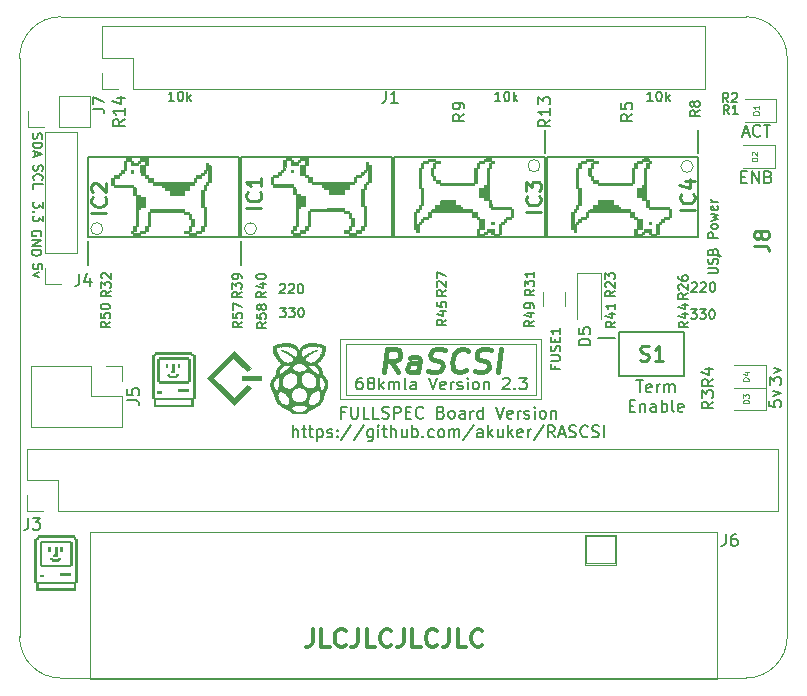
<source format=gbr>
%TF.GenerationSoftware,KiCad,Pcbnew,(5.1.4)-1*%
%TF.CreationDate,2020-09-15T17:58:07-05:00*%
%TF.ProjectId,rascsi_2p3,72617363-7369-45f3-9270-332e6b696361,rev?*%
%TF.SameCoordinates,PX59d60c0PY325aa00*%
%TF.FileFunction,Legend,Top*%
%TF.FilePolarity,Positive*%
%FSLAX46Y46*%
G04 Gerber Fmt 4.6, Leading zero omitted, Abs format (unit mm)*
G04 Created by KiCad (PCBNEW (5.1.4)-1) date 2020-09-15 17:58:07*
%MOMM*%
%LPD*%
G04 APERTURE LIST*
%ADD10C,0.300000*%
%ADD11C,0.150000*%
%ADD12C,0.120000*%
%ADD13C,0.400000*%
%ADD14C,0.050000*%
%ADD15C,0.200000*%
%ADD16C,0.100000*%
%ADD17C,0.010000*%
%ADD18C,0.254000*%
G04 APERTURE END LIST*
D10*
X105119428Y-41565071D02*
X105119428Y-42636500D01*
X105048000Y-42850785D01*
X104905142Y-42993642D01*
X104690857Y-43065071D01*
X104548000Y-43065071D01*
X106548000Y-43065071D02*
X105833714Y-43065071D01*
X105833714Y-41565071D01*
X107905142Y-42922214D02*
X107833714Y-42993642D01*
X107619428Y-43065071D01*
X107476571Y-43065071D01*
X107262285Y-42993642D01*
X107119428Y-42850785D01*
X107048000Y-42707928D01*
X106976571Y-42422214D01*
X106976571Y-42207928D01*
X107048000Y-41922214D01*
X107119428Y-41779357D01*
X107262285Y-41636500D01*
X107476571Y-41565071D01*
X107619428Y-41565071D01*
X107833714Y-41636500D01*
X107905142Y-41707928D01*
X108976571Y-41565071D02*
X108976571Y-42636500D01*
X108905142Y-42850785D01*
X108762285Y-42993642D01*
X108548000Y-43065071D01*
X108405142Y-43065071D01*
X110405142Y-43065071D02*
X109690857Y-43065071D01*
X109690857Y-41565071D01*
X111762285Y-42922214D02*
X111690857Y-42993642D01*
X111476571Y-43065071D01*
X111333714Y-43065071D01*
X111119428Y-42993642D01*
X110976571Y-42850785D01*
X110905142Y-42707928D01*
X110833714Y-42422214D01*
X110833714Y-42207928D01*
X110905142Y-41922214D01*
X110976571Y-41779357D01*
X111119428Y-41636500D01*
X111333714Y-41565071D01*
X111476571Y-41565071D01*
X111690857Y-41636500D01*
X111762285Y-41707928D01*
X112833714Y-41565071D02*
X112833714Y-42636500D01*
X112762285Y-42850785D01*
X112619428Y-42993642D01*
X112405142Y-43065071D01*
X112262285Y-43065071D01*
X114262285Y-43065071D02*
X113548000Y-43065071D01*
X113548000Y-41565071D01*
X115619428Y-42922214D02*
X115548000Y-42993642D01*
X115333714Y-43065071D01*
X115190857Y-43065071D01*
X114976571Y-42993642D01*
X114833714Y-42850785D01*
X114762285Y-42707928D01*
X114690857Y-42422214D01*
X114690857Y-42207928D01*
X114762285Y-41922214D01*
X114833714Y-41779357D01*
X114976571Y-41636500D01*
X115190857Y-41565071D01*
X115333714Y-41565071D01*
X115548000Y-41636500D01*
X115619428Y-41707928D01*
X116690857Y-41565071D02*
X116690857Y-42636500D01*
X116619428Y-42850785D01*
X116476571Y-42993642D01*
X116262285Y-43065071D01*
X116119428Y-43065071D01*
X118119428Y-43065071D02*
X117405142Y-43065071D01*
X117405142Y-41565071D01*
X119476571Y-42922214D02*
X119405142Y-42993642D01*
X119190857Y-43065071D01*
X119048000Y-43065071D01*
X118833714Y-42993642D01*
X118690857Y-42850785D01*
X118619428Y-42707928D01*
X118548000Y-42422214D01*
X118548000Y-42207928D01*
X118619428Y-41922214D01*
X118690857Y-41779357D01*
X118833714Y-41636500D01*
X119048000Y-41565071D01*
X119190857Y-41565071D01*
X119405142Y-41636500D01*
X119476571Y-41707928D01*
D11*
X111333666Y4008120D02*
X111333666Y3293834D01*
X111286047Y3150977D01*
X111190809Y3055739D01*
X111047952Y3008120D01*
X110952714Y3008120D01*
X112333666Y3008120D02*
X111762238Y3008120D01*
X112047952Y3008120D02*
X112047952Y4008120D01*
X111952714Y3865262D01*
X111857476Y3770024D01*
X111762238Y3722405D01*
X141416904Y-3262571D02*
X141750238Y-3262571D01*
X141893095Y-3786380D02*
X141416904Y-3786380D01*
X141416904Y-2786380D01*
X141893095Y-2786380D01*
X142321666Y-3786380D02*
X142321666Y-2786380D01*
X142893095Y-3786380D01*
X142893095Y-2786380D01*
X143702619Y-3262571D02*
X143845476Y-3310190D01*
X143893095Y-3357809D01*
X143940714Y-3453047D01*
X143940714Y-3595904D01*
X143893095Y-3691142D01*
X143845476Y-3738761D01*
X143750238Y-3786380D01*
X143369285Y-3786380D01*
X143369285Y-2786380D01*
X143702619Y-2786380D01*
X143797857Y-2834000D01*
X143845476Y-2881619D01*
X143893095Y-2976857D01*
X143893095Y-3072095D01*
X143845476Y-3167333D01*
X143797857Y-3214952D01*
X143702619Y-3262571D01*
X143369285Y-3262571D01*
X141535952Y436334D02*
X142012142Y436334D01*
X141440714Y150620D02*
X141774047Y1150620D01*
X142107380Y150620D01*
X143012142Y245858D02*
X142964523Y198239D01*
X142821666Y150620D01*
X142726428Y150620D01*
X142583571Y198239D01*
X142488333Y293477D01*
X142440714Y388715D01*
X142393095Y579191D01*
X142393095Y722048D01*
X142440714Y912524D01*
X142488333Y1007762D01*
X142583571Y1103000D01*
X142726428Y1150620D01*
X142821666Y1150620D01*
X142964523Y1103000D01*
X143012142Y1055381D01*
X143297857Y1150620D02*
X143869285Y1150620D01*
X143583571Y150620D02*
X143583571Y1150620D01*
X138597404Y-11436214D02*
X139245023Y-11436214D01*
X139321214Y-11398119D01*
X139359309Y-11360023D01*
X139397404Y-11283833D01*
X139397404Y-11131452D01*
X139359309Y-11055261D01*
X139321214Y-11017166D01*
X139245023Y-10979071D01*
X138597404Y-10979071D01*
X139359309Y-10636214D02*
X139397404Y-10521928D01*
X139397404Y-10331452D01*
X139359309Y-10255261D01*
X139321214Y-10217166D01*
X139245023Y-10179071D01*
X139168833Y-10179071D01*
X139092642Y-10217166D01*
X139054547Y-10255261D01*
X139016452Y-10331452D01*
X138978357Y-10483833D01*
X138940261Y-10560023D01*
X138902166Y-10598119D01*
X138825976Y-10636214D01*
X138749785Y-10636214D01*
X138673595Y-10598119D01*
X138635500Y-10560023D01*
X138597404Y-10483833D01*
X138597404Y-10293357D01*
X138635500Y-10179071D01*
X138978357Y-9569547D02*
X139016452Y-9455261D01*
X139054547Y-9417166D01*
X139130738Y-9379071D01*
X139245023Y-9379071D01*
X139321214Y-9417166D01*
X139359309Y-9455261D01*
X139397404Y-9531452D01*
X139397404Y-9836214D01*
X138597404Y-9836214D01*
X138597404Y-9569547D01*
X138635500Y-9493357D01*
X138673595Y-9455261D01*
X138749785Y-9417166D01*
X138825976Y-9417166D01*
X138902166Y-9455261D01*
X138940261Y-9493357D01*
X138978357Y-9569547D01*
X138978357Y-9836214D01*
X139397404Y-8426690D02*
X138597404Y-8426690D01*
X138597404Y-8121928D01*
X138635500Y-8045738D01*
X138673595Y-8007642D01*
X138749785Y-7969547D01*
X138864071Y-7969547D01*
X138940261Y-8007642D01*
X138978357Y-8045738D01*
X139016452Y-8121928D01*
X139016452Y-8426690D01*
X139397404Y-7512404D02*
X139359309Y-7588595D01*
X139321214Y-7626690D01*
X139245023Y-7664785D01*
X139016452Y-7664785D01*
X138940261Y-7626690D01*
X138902166Y-7588595D01*
X138864071Y-7512404D01*
X138864071Y-7398119D01*
X138902166Y-7321928D01*
X138940261Y-7283833D01*
X139016452Y-7245738D01*
X139245023Y-7245738D01*
X139321214Y-7283833D01*
X139359309Y-7321928D01*
X139397404Y-7398119D01*
X139397404Y-7512404D01*
X138864071Y-6979071D02*
X139397404Y-6826690D01*
X139016452Y-6674309D01*
X139397404Y-6521928D01*
X138864071Y-6369547D01*
X139359309Y-5760023D02*
X139397404Y-5836214D01*
X139397404Y-5988595D01*
X139359309Y-6064785D01*
X139283119Y-6102880D01*
X138978357Y-6102880D01*
X138902166Y-6064785D01*
X138864071Y-5988595D01*
X138864071Y-5836214D01*
X138902166Y-5760023D01*
X138978357Y-5721928D01*
X139054547Y-5721928D01*
X139130738Y-6102880D01*
X139397404Y-5379071D02*
X138864071Y-5379071D01*
X139016452Y-5379071D02*
X138940261Y-5340976D01*
X138902166Y-5302880D01*
X138864071Y-5226690D01*
X138864071Y-5150500D01*
X140099166Y-33520380D02*
X140099166Y-34234666D01*
X140051547Y-34377523D01*
X139956309Y-34472761D01*
X139813452Y-34520380D01*
X139718214Y-34520380D01*
X141003928Y-33520380D02*
X140813452Y-33520380D01*
X140718214Y-33568000D01*
X140670595Y-33615619D01*
X140575357Y-33758476D01*
X140527738Y-33948952D01*
X140527738Y-34329904D01*
X140575357Y-34425142D01*
X140622976Y-34472761D01*
X140718214Y-34520380D01*
X140908690Y-34520380D01*
X141003928Y-34472761D01*
X141051547Y-34425142D01*
X141099166Y-34329904D01*
X141099166Y-34091809D01*
X141051547Y-33996571D01*
X141003928Y-33948952D01*
X140908690Y-33901333D01*
X140718214Y-33901333D01*
X140622976Y-33948952D01*
X140575357Y-33996571D01*
X140527738Y-34091809D01*
D12*
X137324953Y-2381500D02*
G75*
G03X137324953Y-2381500I-511953J0D01*
G01*
X124370953Y-2318000D02*
G75*
G03X124370953Y-2318000I-511953J0D01*
G01*
D11*
X143812380Y-20844285D02*
X143812380Y-20225238D01*
X144193333Y-20558571D01*
X144193333Y-20415714D01*
X144240952Y-20320476D01*
X144288571Y-20272857D01*
X144383809Y-20225238D01*
X144621904Y-20225238D01*
X144717142Y-20272857D01*
X144764761Y-20320476D01*
X144812380Y-20415714D01*
X144812380Y-20701428D01*
X144764761Y-20796666D01*
X144717142Y-20844285D01*
X144145714Y-19891904D02*
X144812380Y-19653809D01*
X144145714Y-19415714D01*
X143782380Y-22212857D02*
X143782380Y-22689047D01*
X144258571Y-22736666D01*
X144210952Y-22689047D01*
X144163333Y-22593809D01*
X144163333Y-22355714D01*
X144210952Y-22260476D01*
X144258571Y-22212857D01*
X144353809Y-22165238D01*
X144591904Y-22165238D01*
X144687142Y-22212857D01*
X144734761Y-22260476D01*
X144782380Y-22355714D01*
X144782380Y-22593809D01*
X144734761Y-22689047D01*
X144687142Y-22736666D01*
X144115714Y-21831904D02*
X144782380Y-21593809D01*
X144115714Y-21355714D01*
X103453333Y-25312880D02*
X103453333Y-24312880D01*
X103881904Y-25312880D02*
X103881904Y-24789071D01*
X103834285Y-24693833D01*
X103739047Y-24646214D01*
X103596190Y-24646214D01*
X103500952Y-24693833D01*
X103453333Y-24741452D01*
X104215238Y-24646214D02*
X104596190Y-24646214D01*
X104358095Y-24312880D02*
X104358095Y-25170023D01*
X104405714Y-25265261D01*
X104500952Y-25312880D01*
X104596190Y-25312880D01*
X104786666Y-24646214D02*
X105167619Y-24646214D01*
X104929523Y-24312880D02*
X104929523Y-25170023D01*
X104977142Y-25265261D01*
X105072380Y-25312880D01*
X105167619Y-25312880D01*
X105500952Y-24646214D02*
X105500952Y-25646214D01*
X105500952Y-24693833D02*
X105596190Y-24646214D01*
X105786666Y-24646214D01*
X105881904Y-24693833D01*
X105929523Y-24741452D01*
X105977142Y-24836690D01*
X105977142Y-25122404D01*
X105929523Y-25217642D01*
X105881904Y-25265261D01*
X105786666Y-25312880D01*
X105596190Y-25312880D01*
X105500952Y-25265261D01*
X106358095Y-25265261D02*
X106453333Y-25312880D01*
X106643809Y-25312880D01*
X106739047Y-25265261D01*
X106786666Y-25170023D01*
X106786666Y-25122404D01*
X106739047Y-25027166D01*
X106643809Y-24979547D01*
X106500952Y-24979547D01*
X106405714Y-24931928D01*
X106358095Y-24836690D01*
X106358095Y-24789071D01*
X106405714Y-24693833D01*
X106500952Y-24646214D01*
X106643809Y-24646214D01*
X106739047Y-24693833D01*
X107215238Y-25217642D02*
X107262857Y-25265261D01*
X107215238Y-25312880D01*
X107167619Y-25265261D01*
X107215238Y-25217642D01*
X107215238Y-25312880D01*
X107215238Y-24693833D02*
X107262857Y-24741452D01*
X107215238Y-24789071D01*
X107167619Y-24741452D01*
X107215238Y-24693833D01*
X107215238Y-24789071D01*
X108405714Y-24265261D02*
X107548571Y-25550976D01*
X109453333Y-24265261D02*
X108596190Y-25550976D01*
X110215238Y-24646214D02*
X110215238Y-25455738D01*
X110167619Y-25550976D01*
X110120000Y-25598595D01*
X110024761Y-25646214D01*
X109881904Y-25646214D01*
X109786666Y-25598595D01*
X110215238Y-25265261D02*
X110120000Y-25312880D01*
X109929523Y-25312880D01*
X109834285Y-25265261D01*
X109786666Y-25217642D01*
X109739047Y-25122404D01*
X109739047Y-24836690D01*
X109786666Y-24741452D01*
X109834285Y-24693833D01*
X109929523Y-24646214D01*
X110120000Y-24646214D01*
X110215238Y-24693833D01*
X110691428Y-25312880D02*
X110691428Y-24646214D01*
X110691428Y-24312880D02*
X110643809Y-24360500D01*
X110691428Y-24408119D01*
X110739047Y-24360500D01*
X110691428Y-24312880D01*
X110691428Y-24408119D01*
X111024761Y-24646214D02*
X111405714Y-24646214D01*
X111167619Y-24312880D02*
X111167619Y-25170023D01*
X111215238Y-25265261D01*
X111310476Y-25312880D01*
X111405714Y-25312880D01*
X111739047Y-25312880D02*
X111739047Y-24312880D01*
X112167619Y-25312880D02*
X112167619Y-24789071D01*
X112120000Y-24693833D01*
X112024761Y-24646214D01*
X111881904Y-24646214D01*
X111786666Y-24693833D01*
X111739047Y-24741452D01*
X113072380Y-24646214D02*
X113072380Y-25312880D01*
X112643809Y-24646214D02*
X112643809Y-25170023D01*
X112691428Y-25265261D01*
X112786666Y-25312880D01*
X112929523Y-25312880D01*
X113024761Y-25265261D01*
X113072380Y-25217642D01*
X113548571Y-25312880D02*
X113548571Y-24312880D01*
X113548571Y-24693833D02*
X113643809Y-24646214D01*
X113834285Y-24646214D01*
X113929523Y-24693833D01*
X113977142Y-24741452D01*
X114024761Y-24836690D01*
X114024761Y-25122404D01*
X113977142Y-25217642D01*
X113929523Y-25265261D01*
X113834285Y-25312880D01*
X113643809Y-25312880D01*
X113548571Y-25265261D01*
X114453333Y-25217642D02*
X114500952Y-25265261D01*
X114453333Y-25312880D01*
X114405714Y-25265261D01*
X114453333Y-25217642D01*
X114453333Y-25312880D01*
X115358095Y-25265261D02*
X115262857Y-25312880D01*
X115072380Y-25312880D01*
X114977142Y-25265261D01*
X114929523Y-25217642D01*
X114881904Y-25122404D01*
X114881904Y-24836690D01*
X114929523Y-24741452D01*
X114977142Y-24693833D01*
X115072380Y-24646214D01*
X115262857Y-24646214D01*
X115358095Y-24693833D01*
X115929523Y-25312880D02*
X115834285Y-25265261D01*
X115786666Y-25217642D01*
X115739047Y-25122404D01*
X115739047Y-24836690D01*
X115786666Y-24741452D01*
X115834285Y-24693833D01*
X115929523Y-24646214D01*
X116072380Y-24646214D01*
X116167619Y-24693833D01*
X116215238Y-24741452D01*
X116262857Y-24836690D01*
X116262857Y-25122404D01*
X116215238Y-25217642D01*
X116167619Y-25265261D01*
X116072380Y-25312880D01*
X115929523Y-25312880D01*
X116691428Y-25312880D02*
X116691428Y-24646214D01*
X116691428Y-24741452D02*
X116739047Y-24693833D01*
X116834285Y-24646214D01*
X116977142Y-24646214D01*
X117072380Y-24693833D01*
X117120000Y-24789071D01*
X117120000Y-25312880D01*
X117120000Y-24789071D02*
X117167619Y-24693833D01*
X117262857Y-24646214D01*
X117405714Y-24646214D01*
X117500952Y-24693833D01*
X117548571Y-24789071D01*
X117548571Y-25312880D01*
X118739047Y-24265261D02*
X117881904Y-25550976D01*
X119500952Y-25312880D02*
X119500952Y-24789071D01*
X119453333Y-24693833D01*
X119358095Y-24646214D01*
X119167619Y-24646214D01*
X119072380Y-24693833D01*
X119500952Y-25265261D02*
X119405714Y-25312880D01*
X119167619Y-25312880D01*
X119072380Y-25265261D01*
X119024761Y-25170023D01*
X119024761Y-25074785D01*
X119072380Y-24979547D01*
X119167619Y-24931928D01*
X119405714Y-24931928D01*
X119500952Y-24884309D01*
X119977142Y-25312880D02*
X119977142Y-24312880D01*
X120072380Y-24931928D02*
X120358095Y-25312880D01*
X120358095Y-24646214D02*
X119977142Y-25027166D01*
X121215238Y-24646214D02*
X121215238Y-25312880D01*
X120786666Y-24646214D02*
X120786666Y-25170023D01*
X120834285Y-25265261D01*
X120929523Y-25312880D01*
X121072380Y-25312880D01*
X121167619Y-25265261D01*
X121215238Y-25217642D01*
X121691428Y-25312880D02*
X121691428Y-24312880D01*
X121786666Y-24931928D02*
X122072380Y-25312880D01*
X122072380Y-24646214D02*
X121691428Y-25027166D01*
X122881904Y-25265261D02*
X122786666Y-25312880D01*
X122596190Y-25312880D01*
X122500952Y-25265261D01*
X122453333Y-25170023D01*
X122453333Y-24789071D01*
X122500952Y-24693833D01*
X122596190Y-24646214D01*
X122786666Y-24646214D01*
X122881904Y-24693833D01*
X122929523Y-24789071D01*
X122929523Y-24884309D01*
X122453333Y-24979547D01*
X123358095Y-25312880D02*
X123358095Y-24646214D01*
X123358095Y-24836690D02*
X123405714Y-24741452D01*
X123453333Y-24693833D01*
X123548571Y-24646214D01*
X123643809Y-24646214D01*
X124691428Y-24265261D02*
X123834285Y-25550976D01*
X125596190Y-25312880D02*
X125262857Y-24836690D01*
X125024761Y-25312880D02*
X125024761Y-24312880D01*
X125405714Y-24312880D01*
X125500952Y-24360500D01*
X125548571Y-24408119D01*
X125596190Y-24503357D01*
X125596190Y-24646214D01*
X125548571Y-24741452D01*
X125500952Y-24789071D01*
X125405714Y-24836690D01*
X125024761Y-24836690D01*
X125977142Y-25027166D02*
X126453333Y-25027166D01*
X125881904Y-25312880D02*
X126215238Y-24312880D01*
X126548571Y-25312880D01*
X126834285Y-25265261D02*
X126977142Y-25312880D01*
X127215238Y-25312880D01*
X127310476Y-25265261D01*
X127358095Y-25217642D01*
X127405714Y-25122404D01*
X127405714Y-25027166D01*
X127358095Y-24931928D01*
X127310476Y-24884309D01*
X127215238Y-24836690D01*
X127024761Y-24789071D01*
X126929523Y-24741452D01*
X126881904Y-24693833D01*
X126834285Y-24598595D01*
X126834285Y-24503357D01*
X126881904Y-24408119D01*
X126929523Y-24360500D01*
X127024761Y-24312880D01*
X127262857Y-24312880D01*
X127405714Y-24360500D01*
X128405714Y-25217642D02*
X128358095Y-25265261D01*
X128215238Y-25312880D01*
X128120000Y-25312880D01*
X127977142Y-25265261D01*
X127881904Y-25170023D01*
X127834285Y-25074785D01*
X127786666Y-24884309D01*
X127786666Y-24741452D01*
X127834285Y-24550976D01*
X127881904Y-24455738D01*
X127977142Y-24360500D01*
X128120000Y-24312880D01*
X128215238Y-24312880D01*
X128358095Y-24360500D01*
X128405714Y-24408119D01*
X128786666Y-25265261D02*
X128929523Y-25312880D01*
X129167619Y-25312880D01*
X129262857Y-25265261D01*
X129310476Y-25217642D01*
X129358095Y-25122404D01*
X129358095Y-25027166D01*
X129310476Y-24931928D01*
X129262857Y-24884309D01*
X129167619Y-24836690D01*
X128977142Y-24789071D01*
X128881904Y-24741452D01*
X128834285Y-24693833D01*
X128786666Y-24598595D01*
X128786666Y-24503357D01*
X128834285Y-24408119D01*
X128881904Y-24360500D01*
X128977142Y-24312880D01*
X129215238Y-24312880D01*
X129358095Y-24360500D01*
X129786666Y-25312880D02*
X129786666Y-24312880D01*
X102319523Y-12398095D02*
X102357619Y-12360000D01*
X102433809Y-12321904D01*
X102624285Y-12321904D01*
X102700476Y-12360000D01*
X102738571Y-12398095D01*
X102776666Y-12474285D01*
X102776666Y-12550476D01*
X102738571Y-12664761D01*
X102281428Y-13121904D01*
X102776666Y-13121904D01*
X103081428Y-12398095D02*
X103119523Y-12360000D01*
X103195714Y-12321904D01*
X103386190Y-12321904D01*
X103462380Y-12360000D01*
X103500476Y-12398095D01*
X103538571Y-12474285D01*
X103538571Y-12550476D01*
X103500476Y-12664761D01*
X103043333Y-13121904D01*
X103538571Y-13121904D01*
X104033809Y-12321904D02*
X104110000Y-12321904D01*
X104186190Y-12360000D01*
X104224285Y-12398095D01*
X104262380Y-12474285D01*
X104300476Y-12626666D01*
X104300476Y-12817142D01*
X104262380Y-12969523D01*
X104224285Y-13045714D01*
X104186190Y-13083809D01*
X104110000Y-13121904D01*
X104033809Y-13121904D01*
X103957619Y-13083809D01*
X103919523Y-13045714D01*
X103881428Y-12969523D01*
X103843333Y-12817142D01*
X103843333Y-12626666D01*
X103881428Y-12474285D01*
X103919523Y-12398095D01*
X103957619Y-12360000D01*
X104033809Y-12321904D01*
D12*
X89950000Y6826000D02*
X87283000Y6826000D01*
X89950000Y4159000D02*
X89950000Y6826000D01*
X138337000Y4159000D02*
X89950000Y4159000D01*
X138337000Y9493000D02*
X138337000Y4159000D01*
X87283000Y9493000D02*
X138337000Y9493000D01*
X87283000Y6826000D02*
X87283000Y9493000D01*
X87283000Y4159000D02*
X87283000Y5556000D01*
X88680000Y4159000D02*
X87283000Y4159000D01*
X128304000Y-35973000D02*
X128304000Y-33687000D01*
X130717000Y-35973000D02*
X128304000Y-35973000D01*
X130717000Y-33687000D02*
X130717000Y-35973000D01*
X128304000Y-33687000D02*
X130717000Y-33687000D01*
X128177000Y-36100000D02*
X128177000Y-33560000D01*
X130844000Y-36100000D02*
X128177000Y-36100000D01*
X130844000Y-33560000D02*
X130844000Y-36100000D01*
X128177000Y-33560000D02*
X130844000Y-33560000D01*
X139353000Y-33306000D02*
X86267000Y-33306000D01*
X139353000Y-45752000D02*
X139353000Y-33306000D01*
X86267000Y-45752000D02*
X139353000Y-45752000D01*
X86267000Y-33306000D02*
X86267000Y-45752000D01*
D11*
X133923809Y3162096D02*
X133466666Y3162096D01*
X133695238Y3162096D02*
X133695238Y3962096D01*
X133619047Y3847810D01*
X133542857Y3771620D01*
X133466666Y3733524D01*
X134419047Y3962096D02*
X134495238Y3962096D01*
X134571428Y3924000D01*
X134609523Y3885905D01*
X134647619Y3809715D01*
X134685714Y3657334D01*
X134685714Y3466858D01*
X134647619Y3314477D01*
X134609523Y3238286D01*
X134571428Y3200191D01*
X134495238Y3162096D01*
X134419047Y3162096D01*
X134342857Y3200191D01*
X134304761Y3238286D01*
X134266666Y3314477D01*
X134228571Y3466858D01*
X134228571Y3657334D01*
X134266666Y3809715D01*
X134304761Y3885905D01*
X134342857Y3924000D01*
X134419047Y3962096D01*
X135028571Y3162096D02*
X135028571Y3962096D01*
X135104761Y3466858D02*
X135333333Y3162096D01*
X135333333Y3695429D02*
X135028571Y3390667D01*
X121020609Y3162096D02*
X120563466Y3162096D01*
X120792038Y3162096D02*
X120792038Y3962096D01*
X120715847Y3847810D01*
X120639657Y3771620D01*
X120563466Y3733524D01*
X121515847Y3962096D02*
X121592038Y3962096D01*
X121668228Y3924000D01*
X121706323Y3885905D01*
X121744419Y3809715D01*
X121782514Y3657334D01*
X121782514Y3466858D01*
X121744419Y3314477D01*
X121706323Y3238286D01*
X121668228Y3200191D01*
X121592038Y3162096D01*
X121515847Y3162096D01*
X121439657Y3200191D01*
X121401561Y3238286D01*
X121363466Y3314477D01*
X121325371Y3466858D01*
X121325371Y3657334D01*
X121363466Y3809715D01*
X121401561Y3885905D01*
X121439657Y3924000D01*
X121515847Y3962096D01*
X122125371Y3162096D02*
X122125371Y3962096D01*
X122201561Y3466858D02*
X122430133Y3162096D01*
X122430133Y3695429D02*
X122125371Y3390667D01*
X81447390Y431429D02*
X81409295Y317143D01*
X81409295Y126667D01*
X81447390Y50477D01*
X81485485Y12381D01*
X81561676Y-25714D01*
X81637866Y-25714D01*
X81714057Y12381D01*
X81752152Y50477D01*
X81790247Y126667D01*
X81828342Y279048D01*
X81866438Y355239D01*
X81904533Y393334D01*
X81980723Y431429D01*
X82056914Y431429D01*
X82133104Y393334D01*
X82171200Y355239D01*
X82209295Y279048D01*
X82209295Y88572D01*
X82171200Y-25714D01*
X81409295Y-368571D02*
X82209295Y-368571D01*
X82209295Y-559047D01*
X82171200Y-673333D01*
X82095009Y-749523D01*
X82018819Y-787619D01*
X81866438Y-825714D01*
X81752152Y-825714D01*
X81599771Y-787619D01*
X81523580Y-749523D01*
X81447390Y-673333D01*
X81409295Y-559047D01*
X81409295Y-368571D01*
X81637866Y-1130476D02*
X81637866Y-1511428D01*
X81409295Y-1054285D02*
X82209295Y-1320952D01*
X81409295Y-1587619D01*
X81498190Y-2280019D02*
X81460095Y-2394304D01*
X81460095Y-2584780D01*
X81498190Y-2660971D01*
X81536285Y-2699066D01*
X81612476Y-2737161D01*
X81688666Y-2737161D01*
X81764857Y-2699066D01*
X81802952Y-2660971D01*
X81841047Y-2584780D01*
X81879142Y-2432400D01*
X81917238Y-2356209D01*
X81955333Y-2318114D01*
X82031523Y-2280019D01*
X82107714Y-2280019D01*
X82183904Y-2318114D01*
X82222000Y-2356209D01*
X82260095Y-2432400D01*
X82260095Y-2622876D01*
X82222000Y-2737161D01*
X81536285Y-3537161D02*
X81498190Y-3499066D01*
X81460095Y-3384780D01*
X81460095Y-3308590D01*
X81498190Y-3194304D01*
X81574380Y-3118114D01*
X81650571Y-3080019D01*
X81802952Y-3041923D01*
X81917238Y-3041923D01*
X82069619Y-3080019D01*
X82145809Y-3118114D01*
X82222000Y-3194304D01*
X82260095Y-3308590D01*
X82260095Y-3384780D01*
X82222000Y-3499066D01*
X82183904Y-3537161D01*
X81460095Y-4260971D02*
X81460095Y-3880019D01*
X82260095Y-3880019D01*
X82260095Y-5391504D02*
X82260095Y-5886742D01*
X81955333Y-5620076D01*
X81955333Y-5734361D01*
X81917238Y-5810552D01*
X81879142Y-5848647D01*
X81802952Y-5886742D01*
X81612476Y-5886742D01*
X81536285Y-5848647D01*
X81498190Y-5810552D01*
X81460095Y-5734361D01*
X81460095Y-5505790D01*
X81498190Y-5429600D01*
X81536285Y-5391504D01*
X81536285Y-6229600D02*
X81498190Y-6267695D01*
X81460095Y-6229600D01*
X81498190Y-6191504D01*
X81536285Y-6229600D01*
X81460095Y-6229600D01*
X82260095Y-6534361D02*
X82260095Y-7029600D01*
X81955333Y-6762933D01*
X81955333Y-6877219D01*
X81917238Y-6953409D01*
X81879142Y-6991504D01*
X81802952Y-7029600D01*
X81612476Y-7029600D01*
X81536285Y-6991504D01*
X81498190Y-6953409D01*
X81460095Y-6877219D01*
X81460095Y-6648647D01*
X81498190Y-6572457D01*
X81536285Y-6534361D01*
X82120400Y-8261676D02*
X82158495Y-8185485D01*
X82158495Y-8071200D01*
X82120400Y-7956914D01*
X82044209Y-7880723D01*
X81968019Y-7842628D01*
X81815638Y-7804533D01*
X81701352Y-7804533D01*
X81548971Y-7842628D01*
X81472780Y-7880723D01*
X81396590Y-7956914D01*
X81358495Y-8071200D01*
X81358495Y-8147390D01*
X81396590Y-8261676D01*
X81434685Y-8299771D01*
X81701352Y-8299771D01*
X81701352Y-8147390D01*
X81358495Y-8642628D02*
X82158495Y-8642628D01*
X81358495Y-9099771D01*
X82158495Y-9099771D01*
X81358495Y-9480723D02*
X82158495Y-9480723D01*
X82158495Y-9671200D01*
X82120400Y-9785485D01*
X82044209Y-9861676D01*
X81968019Y-9899771D01*
X81815638Y-9937866D01*
X81701352Y-9937866D01*
X81548971Y-9899771D01*
X81472780Y-9861676D01*
X81396590Y-9785485D01*
X81358495Y-9671200D01*
X81358495Y-9480723D01*
X82209295Y-11042914D02*
X82209295Y-10661961D01*
X81828342Y-10623866D01*
X81866438Y-10661961D01*
X81904533Y-10738152D01*
X81904533Y-10928628D01*
X81866438Y-11004819D01*
X81828342Y-11042914D01*
X81752152Y-11081009D01*
X81561676Y-11081009D01*
X81485485Y-11042914D01*
X81447390Y-11004819D01*
X81409295Y-10928628D01*
X81409295Y-10738152D01*
X81447390Y-10661961D01*
X81485485Y-10623866D01*
X81942628Y-11347676D02*
X81409295Y-11538152D01*
X81942628Y-11728628D01*
X102351428Y-14351904D02*
X102846666Y-14351904D01*
X102580000Y-14656666D01*
X102694285Y-14656666D01*
X102770476Y-14694761D01*
X102808571Y-14732857D01*
X102846666Y-14809047D01*
X102846666Y-14999523D01*
X102808571Y-15075714D01*
X102770476Y-15113809D01*
X102694285Y-15151904D01*
X102465714Y-15151904D01*
X102389523Y-15113809D01*
X102351428Y-15075714D01*
X103113333Y-14351904D02*
X103608571Y-14351904D01*
X103341904Y-14656666D01*
X103456190Y-14656666D01*
X103532380Y-14694761D01*
X103570476Y-14732857D01*
X103608571Y-14809047D01*
X103608571Y-14999523D01*
X103570476Y-15075714D01*
X103532380Y-15113809D01*
X103456190Y-15151904D01*
X103227619Y-15151904D01*
X103151428Y-15113809D01*
X103113333Y-15075714D01*
X104103809Y-14351904D02*
X104180000Y-14351904D01*
X104256190Y-14390000D01*
X104294285Y-14428095D01*
X104332380Y-14504285D01*
X104370476Y-14656666D01*
X104370476Y-14847142D01*
X104332380Y-14999523D01*
X104294285Y-15075714D01*
X104256190Y-15113809D01*
X104180000Y-15151904D01*
X104103809Y-15151904D01*
X104027619Y-15113809D01*
X103989523Y-15075714D01*
X103951428Y-14999523D01*
X103913333Y-14847142D01*
X103913333Y-14656666D01*
X103951428Y-14504285D01*
X103989523Y-14428095D01*
X104027619Y-14390000D01*
X104103809Y-14351904D01*
X137130628Y-14478304D02*
X137625866Y-14478304D01*
X137359200Y-14783066D01*
X137473485Y-14783066D01*
X137549676Y-14821161D01*
X137587771Y-14859257D01*
X137625866Y-14935447D01*
X137625866Y-15125923D01*
X137587771Y-15202114D01*
X137549676Y-15240209D01*
X137473485Y-15278304D01*
X137244914Y-15278304D01*
X137168723Y-15240209D01*
X137130628Y-15202114D01*
X137892533Y-14478304D02*
X138387771Y-14478304D01*
X138121104Y-14783066D01*
X138235390Y-14783066D01*
X138311580Y-14821161D01*
X138349676Y-14859257D01*
X138387771Y-14935447D01*
X138387771Y-15125923D01*
X138349676Y-15202114D01*
X138311580Y-15240209D01*
X138235390Y-15278304D01*
X138006819Y-15278304D01*
X137930628Y-15240209D01*
X137892533Y-15202114D01*
X138883009Y-14478304D02*
X138959200Y-14478304D01*
X139035390Y-14516400D01*
X139073485Y-14554495D01*
X139111580Y-14630685D01*
X139149676Y-14783066D01*
X139149676Y-14973542D01*
X139111580Y-15125923D01*
X139073485Y-15202114D01*
X139035390Y-15240209D01*
X138959200Y-15278304D01*
X138883009Y-15278304D01*
X138806819Y-15240209D01*
X138768723Y-15202114D01*
X138730628Y-15125923D01*
X138692533Y-14973542D01*
X138692533Y-14783066D01*
X138730628Y-14630685D01*
X138768723Y-14554495D01*
X138806819Y-14516400D01*
X138883009Y-14478304D01*
X137219523Y-12268495D02*
X137257619Y-12230400D01*
X137333809Y-12192304D01*
X137524285Y-12192304D01*
X137600476Y-12230400D01*
X137638571Y-12268495D01*
X137676666Y-12344685D01*
X137676666Y-12420876D01*
X137638571Y-12535161D01*
X137181428Y-12992304D01*
X137676666Y-12992304D01*
X137981428Y-12268495D02*
X138019523Y-12230400D01*
X138095714Y-12192304D01*
X138286190Y-12192304D01*
X138362380Y-12230400D01*
X138400476Y-12268495D01*
X138438571Y-12344685D01*
X138438571Y-12420876D01*
X138400476Y-12535161D01*
X137943333Y-12992304D01*
X138438571Y-12992304D01*
X138933809Y-12192304D02*
X139010000Y-12192304D01*
X139086190Y-12230400D01*
X139124285Y-12268495D01*
X139162380Y-12344685D01*
X139200476Y-12497066D01*
X139200476Y-12687542D01*
X139162380Y-12839923D01*
X139124285Y-12916114D01*
X139086190Y-12954209D01*
X139010000Y-12992304D01*
X138933809Y-12992304D01*
X138857619Y-12954209D01*
X138819523Y-12916114D01*
X138781428Y-12839923D01*
X138743333Y-12687542D01*
X138743333Y-12497066D01*
X138781428Y-12344685D01*
X138819523Y-12268495D01*
X138857619Y-12230400D01*
X138933809Y-12192304D01*
X93385409Y3162096D02*
X92928266Y3162096D01*
X93156838Y3162096D02*
X93156838Y3962096D01*
X93080647Y3847810D01*
X93004457Y3771620D01*
X92928266Y3733524D01*
X93880647Y3962096D02*
X93956838Y3962096D01*
X94033028Y3924000D01*
X94071123Y3885905D01*
X94109219Y3809715D01*
X94147314Y3657334D01*
X94147314Y3466858D01*
X94109219Y3314477D01*
X94071123Y3238286D01*
X94033028Y3200191D01*
X93956838Y3162096D01*
X93880647Y3162096D01*
X93804457Y3200191D01*
X93766361Y3238286D01*
X93728266Y3314477D01*
X93690171Y3466858D01*
X93690171Y3657334D01*
X93728266Y3809715D01*
X93766361Y3885905D01*
X93804457Y3924000D01*
X93880647Y3962096D01*
X94490171Y3162096D02*
X94490171Y3962096D01*
X94566361Y3466858D02*
X94794933Y3162096D01*
X94794933Y3695429D02*
X94490171Y3390667D01*
X107858095Y-23201571D02*
X107524761Y-23201571D01*
X107524761Y-23725380D02*
X107524761Y-22725380D01*
X108000952Y-22725380D01*
X108381904Y-22725380D02*
X108381904Y-23534904D01*
X108429523Y-23630142D01*
X108477142Y-23677761D01*
X108572380Y-23725380D01*
X108762857Y-23725380D01*
X108858095Y-23677761D01*
X108905714Y-23630142D01*
X108953333Y-23534904D01*
X108953333Y-22725380D01*
X109905714Y-23725380D02*
X109429523Y-23725380D01*
X109429523Y-22725380D01*
X110715238Y-23725380D02*
X110239047Y-23725380D01*
X110239047Y-22725380D01*
X111000952Y-23677761D02*
X111143809Y-23725380D01*
X111381904Y-23725380D01*
X111477142Y-23677761D01*
X111524761Y-23630142D01*
X111572380Y-23534904D01*
X111572380Y-23439666D01*
X111524761Y-23344428D01*
X111477142Y-23296809D01*
X111381904Y-23249190D01*
X111191428Y-23201571D01*
X111096190Y-23153952D01*
X111048571Y-23106333D01*
X111000952Y-23011095D01*
X111000952Y-22915857D01*
X111048571Y-22820619D01*
X111096190Y-22773000D01*
X111191428Y-22725380D01*
X111429523Y-22725380D01*
X111572380Y-22773000D01*
X112000952Y-23725380D02*
X112000952Y-22725380D01*
X112381904Y-22725380D01*
X112477142Y-22773000D01*
X112524761Y-22820619D01*
X112572380Y-22915857D01*
X112572380Y-23058714D01*
X112524761Y-23153952D01*
X112477142Y-23201571D01*
X112381904Y-23249190D01*
X112000952Y-23249190D01*
X113000952Y-23201571D02*
X113334285Y-23201571D01*
X113477142Y-23725380D02*
X113000952Y-23725380D01*
X113000952Y-22725380D01*
X113477142Y-22725380D01*
X114477142Y-23630142D02*
X114429523Y-23677761D01*
X114286666Y-23725380D01*
X114191428Y-23725380D01*
X114048571Y-23677761D01*
X113953333Y-23582523D01*
X113905714Y-23487285D01*
X113858095Y-23296809D01*
X113858095Y-23153952D01*
X113905714Y-22963476D01*
X113953333Y-22868238D01*
X114048571Y-22773000D01*
X114191428Y-22725380D01*
X114286666Y-22725380D01*
X114429523Y-22773000D01*
X114477142Y-22820619D01*
X116000952Y-23201571D02*
X116143809Y-23249190D01*
X116191428Y-23296809D01*
X116239047Y-23392047D01*
X116239047Y-23534904D01*
X116191428Y-23630142D01*
X116143809Y-23677761D01*
X116048571Y-23725380D01*
X115667619Y-23725380D01*
X115667619Y-22725380D01*
X116000952Y-22725380D01*
X116096190Y-22773000D01*
X116143809Y-22820619D01*
X116191428Y-22915857D01*
X116191428Y-23011095D01*
X116143809Y-23106333D01*
X116096190Y-23153952D01*
X116000952Y-23201571D01*
X115667619Y-23201571D01*
X116810476Y-23725380D02*
X116715238Y-23677761D01*
X116667619Y-23630142D01*
X116620000Y-23534904D01*
X116620000Y-23249190D01*
X116667619Y-23153952D01*
X116715238Y-23106333D01*
X116810476Y-23058714D01*
X116953333Y-23058714D01*
X117048571Y-23106333D01*
X117096190Y-23153952D01*
X117143809Y-23249190D01*
X117143809Y-23534904D01*
X117096190Y-23630142D01*
X117048571Y-23677761D01*
X116953333Y-23725380D01*
X116810476Y-23725380D01*
X118000952Y-23725380D02*
X118000952Y-23201571D01*
X117953333Y-23106333D01*
X117858095Y-23058714D01*
X117667619Y-23058714D01*
X117572380Y-23106333D01*
X118000952Y-23677761D02*
X117905714Y-23725380D01*
X117667619Y-23725380D01*
X117572380Y-23677761D01*
X117524761Y-23582523D01*
X117524761Y-23487285D01*
X117572380Y-23392047D01*
X117667619Y-23344428D01*
X117905714Y-23344428D01*
X118000952Y-23296809D01*
X118477142Y-23725380D02*
X118477142Y-23058714D01*
X118477142Y-23249190D02*
X118524761Y-23153952D01*
X118572380Y-23106333D01*
X118667619Y-23058714D01*
X118762857Y-23058714D01*
X119524761Y-23725380D02*
X119524761Y-22725380D01*
X119524761Y-23677761D02*
X119429523Y-23725380D01*
X119239047Y-23725380D01*
X119143809Y-23677761D01*
X119096190Y-23630142D01*
X119048571Y-23534904D01*
X119048571Y-23249190D01*
X119096190Y-23153952D01*
X119143809Y-23106333D01*
X119239047Y-23058714D01*
X119429523Y-23058714D01*
X119524761Y-23106333D01*
X120620000Y-22725380D02*
X120953333Y-23725380D01*
X121286666Y-22725380D01*
X122000952Y-23677761D02*
X121905714Y-23725380D01*
X121715238Y-23725380D01*
X121620000Y-23677761D01*
X121572380Y-23582523D01*
X121572380Y-23201571D01*
X121620000Y-23106333D01*
X121715238Y-23058714D01*
X121905714Y-23058714D01*
X122000952Y-23106333D01*
X122048571Y-23201571D01*
X122048571Y-23296809D01*
X121572380Y-23392047D01*
X122477142Y-23725380D02*
X122477142Y-23058714D01*
X122477142Y-23249190D02*
X122524761Y-23153952D01*
X122572380Y-23106333D01*
X122667619Y-23058714D01*
X122762857Y-23058714D01*
X123048571Y-23677761D02*
X123143809Y-23725380D01*
X123334285Y-23725380D01*
X123429523Y-23677761D01*
X123477142Y-23582523D01*
X123477142Y-23534904D01*
X123429523Y-23439666D01*
X123334285Y-23392047D01*
X123191428Y-23392047D01*
X123096190Y-23344428D01*
X123048571Y-23249190D01*
X123048571Y-23201571D01*
X123096190Y-23106333D01*
X123191428Y-23058714D01*
X123334285Y-23058714D01*
X123429523Y-23106333D01*
X123905714Y-23725380D02*
X123905714Y-23058714D01*
X123905714Y-22725380D02*
X123858095Y-22773000D01*
X123905714Y-22820619D01*
X123953333Y-22773000D01*
X123905714Y-22725380D01*
X123905714Y-22820619D01*
X124524761Y-23725380D02*
X124429523Y-23677761D01*
X124381904Y-23630142D01*
X124334285Y-23534904D01*
X124334285Y-23249190D01*
X124381904Y-23153952D01*
X124429523Y-23106333D01*
X124524761Y-23058714D01*
X124667619Y-23058714D01*
X124762857Y-23106333D01*
X124810476Y-23153952D01*
X124858095Y-23249190D01*
X124858095Y-23534904D01*
X124810476Y-23630142D01*
X124762857Y-23677761D01*
X124667619Y-23725380D01*
X124524761Y-23725380D01*
X125286666Y-23058714D02*
X125286666Y-23725380D01*
X125286666Y-23153952D02*
X125334285Y-23106333D01*
X125429523Y-23058714D01*
X125572380Y-23058714D01*
X125667619Y-23106333D01*
X125715238Y-23201571D01*
X125715238Y-23725380D01*
D12*
X107452500Y-22079000D02*
X107452500Y-16999000D01*
X124407000Y-22079000D02*
X107452500Y-22079000D01*
X124470500Y-16999000D02*
X124470500Y-22079000D01*
X87350453Y-7652000D02*
G75*
G03X87350453Y-7652000I-511953J0D01*
G01*
X100367953Y-7652000D02*
G75*
G03X100367953Y-7652000I-511953J0D01*
G01*
D11*
X132519023Y-20503380D02*
X133090452Y-20503380D01*
X132804738Y-21503380D02*
X132804738Y-20503380D01*
X133804738Y-21455761D02*
X133709500Y-21503380D01*
X133519023Y-21503380D01*
X133423785Y-21455761D01*
X133376166Y-21360523D01*
X133376166Y-20979571D01*
X133423785Y-20884333D01*
X133519023Y-20836714D01*
X133709500Y-20836714D01*
X133804738Y-20884333D01*
X133852357Y-20979571D01*
X133852357Y-21074809D01*
X133376166Y-21170047D01*
X134280928Y-21503380D02*
X134280928Y-20836714D01*
X134280928Y-21027190D02*
X134328547Y-20931952D01*
X134376166Y-20884333D01*
X134471404Y-20836714D01*
X134566642Y-20836714D01*
X134899976Y-21503380D02*
X134899976Y-20836714D01*
X134899976Y-20931952D02*
X134947595Y-20884333D01*
X135042833Y-20836714D01*
X135185690Y-20836714D01*
X135280928Y-20884333D01*
X135328547Y-20979571D01*
X135328547Y-21503380D01*
X135328547Y-20979571D02*
X135376166Y-20884333D01*
X135471404Y-20836714D01*
X135614261Y-20836714D01*
X135709500Y-20884333D01*
X135757119Y-20979571D01*
X135757119Y-21503380D01*
X131947595Y-22629571D02*
X132280928Y-22629571D01*
X132423785Y-23153380D02*
X131947595Y-23153380D01*
X131947595Y-22153380D01*
X132423785Y-22153380D01*
X132852357Y-22486714D02*
X132852357Y-23153380D01*
X132852357Y-22581952D02*
X132899976Y-22534333D01*
X132995214Y-22486714D01*
X133138071Y-22486714D01*
X133233309Y-22534333D01*
X133280928Y-22629571D01*
X133280928Y-23153380D01*
X134185690Y-23153380D02*
X134185690Y-22629571D01*
X134138071Y-22534333D01*
X134042833Y-22486714D01*
X133852357Y-22486714D01*
X133757119Y-22534333D01*
X134185690Y-23105761D02*
X134090452Y-23153380D01*
X133852357Y-23153380D01*
X133757119Y-23105761D01*
X133709500Y-23010523D01*
X133709500Y-22915285D01*
X133757119Y-22820047D01*
X133852357Y-22772428D01*
X134090452Y-22772428D01*
X134185690Y-22724809D01*
X134661880Y-23153380D02*
X134661880Y-22153380D01*
X134661880Y-22534333D02*
X134757119Y-22486714D01*
X134947595Y-22486714D01*
X135042833Y-22534333D01*
X135090452Y-22581952D01*
X135138071Y-22677190D01*
X135138071Y-22962904D01*
X135090452Y-23058142D01*
X135042833Y-23105761D01*
X134947595Y-23153380D01*
X134757119Y-23153380D01*
X134661880Y-23105761D01*
X135709500Y-23153380D02*
X135614261Y-23105761D01*
X135566642Y-23010523D01*
X135566642Y-22153380D01*
X136471404Y-23105761D02*
X136376166Y-23153380D01*
X136185690Y-23153380D01*
X136090452Y-23105761D01*
X136042833Y-23010523D01*
X136042833Y-22629571D01*
X136090452Y-22534333D01*
X136185690Y-22486714D01*
X136376166Y-22486714D01*
X136471404Y-22534333D01*
X136519023Y-22629571D01*
X136519023Y-22724809D01*
X136042833Y-22820047D01*
D12*
X107960500Y-21698000D02*
X107960500Y-21444000D01*
X108024000Y-21698000D02*
X107960500Y-21698000D01*
X124470500Y-16999000D02*
X107452500Y-16999000D01*
X107960500Y-17380000D02*
X107960500Y-21634500D01*
X124026000Y-17380000D02*
X107960500Y-17380000D01*
X124026000Y-21698000D02*
X124026000Y-17380000D01*
X108024000Y-21698000D02*
X124026000Y-21698000D01*
D11*
X109286904Y-20261380D02*
X109096428Y-20261380D01*
X109001190Y-20309000D01*
X108953571Y-20356619D01*
X108858333Y-20499476D01*
X108810714Y-20689952D01*
X108810714Y-21070904D01*
X108858333Y-21166142D01*
X108905952Y-21213761D01*
X109001190Y-21261380D01*
X109191666Y-21261380D01*
X109286904Y-21213761D01*
X109334523Y-21166142D01*
X109382142Y-21070904D01*
X109382142Y-20832809D01*
X109334523Y-20737571D01*
X109286904Y-20689952D01*
X109191666Y-20642333D01*
X109001190Y-20642333D01*
X108905952Y-20689952D01*
X108858333Y-20737571D01*
X108810714Y-20832809D01*
X109953571Y-20689952D02*
X109858333Y-20642333D01*
X109810714Y-20594714D01*
X109763095Y-20499476D01*
X109763095Y-20451857D01*
X109810714Y-20356619D01*
X109858333Y-20309000D01*
X109953571Y-20261380D01*
X110144047Y-20261380D01*
X110239285Y-20309000D01*
X110286904Y-20356619D01*
X110334523Y-20451857D01*
X110334523Y-20499476D01*
X110286904Y-20594714D01*
X110239285Y-20642333D01*
X110144047Y-20689952D01*
X109953571Y-20689952D01*
X109858333Y-20737571D01*
X109810714Y-20785190D01*
X109763095Y-20880428D01*
X109763095Y-21070904D01*
X109810714Y-21166142D01*
X109858333Y-21213761D01*
X109953571Y-21261380D01*
X110144047Y-21261380D01*
X110239285Y-21213761D01*
X110286904Y-21166142D01*
X110334523Y-21070904D01*
X110334523Y-20880428D01*
X110286904Y-20785190D01*
X110239285Y-20737571D01*
X110144047Y-20689952D01*
X110763095Y-21261380D02*
X110763095Y-20261380D01*
X110858333Y-20880428D02*
X111144047Y-21261380D01*
X111144047Y-20594714D02*
X110763095Y-20975666D01*
X111572619Y-21261380D02*
X111572619Y-20594714D01*
X111572619Y-20689952D02*
X111620238Y-20642333D01*
X111715476Y-20594714D01*
X111858333Y-20594714D01*
X111953571Y-20642333D01*
X112001190Y-20737571D01*
X112001190Y-21261380D01*
X112001190Y-20737571D02*
X112048809Y-20642333D01*
X112144047Y-20594714D01*
X112286904Y-20594714D01*
X112382142Y-20642333D01*
X112429761Y-20737571D01*
X112429761Y-21261380D01*
X113048809Y-21261380D02*
X112953571Y-21213761D01*
X112905952Y-21118523D01*
X112905952Y-20261380D01*
X113858333Y-21261380D02*
X113858333Y-20737571D01*
X113810714Y-20642333D01*
X113715476Y-20594714D01*
X113525000Y-20594714D01*
X113429761Y-20642333D01*
X113858333Y-21213761D02*
X113763095Y-21261380D01*
X113525000Y-21261380D01*
X113429761Y-21213761D01*
X113382142Y-21118523D01*
X113382142Y-21023285D01*
X113429761Y-20928047D01*
X113525000Y-20880428D01*
X113763095Y-20880428D01*
X113858333Y-20832809D01*
X114953571Y-20261380D02*
X115286904Y-21261380D01*
X115620238Y-20261380D01*
X116334523Y-21213761D02*
X116239285Y-21261380D01*
X116048809Y-21261380D01*
X115953571Y-21213761D01*
X115905952Y-21118523D01*
X115905952Y-20737571D01*
X115953571Y-20642333D01*
X116048809Y-20594714D01*
X116239285Y-20594714D01*
X116334523Y-20642333D01*
X116382142Y-20737571D01*
X116382142Y-20832809D01*
X115905952Y-20928047D01*
X116810714Y-21261380D02*
X116810714Y-20594714D01*
X116810714Y-20785190D02*
X116858333Y-20689952D01*
X116905952Y-20642333D01*
X117001190Y-20594714D01*
X117096428Y-20594714D01*
X117382142Y-21213761D02*
X117477380Y-21261380D01*
X117667857Y-21261380D01*
X117763095Y-21213761D01*
X117810714Y-21118523D01*
X117810714Y-21070904D01*
X117763095Y-20975666D01*
X117667857Y-20928047D01*
X117525000Y-20928047D01*
X117429761Y-20880428D01*
X117382142Y-20785190D01*
X117382142Y-20737571D01*
X117429761Y-20642333D01*
X117525000Y-20594714D01*
X117667857Y-20594714D01*
X117763095Y-20642333D01*
X118239285Y-21261380D02*
X118239285Y-20594714D01*
X118239285Y-20261380D02*
X118191666Y-20309000D01*
X118239285Y-20356619D01*
X118286904Y-20309000D01*
X118239285Y-20261380D01*
X118239285Y-20356619D01*
X118858333Y-21261380D02*
X118763095Y-21213761D01*
X118715476Y-21166142D01*
X118667857Y-21070904D01*
X118667857Y-20785190D01*
X118715476Y-20689952D01*
X118763095Y-20642333D01*
X118858333Y-20594714D01*
X119001190Y-20594714D01*
X119096428Y-20642333D01*
X119144047Y-20689952D01*
X119191666Y-20785190D01*
X119191666Y-21070904D01*
X119144047Y-21166142D01*
X119096428Y-21213761D01*
X119001190Y-21261380D01*
X118858333Y-21261380D01*
X119620238Y-20594714D02*
X119620238Y-21261380D01*
X119620238Y-20689952D02*
X119667857Y-20642333D01*
X119763095Y-20594714D01*
X119905952Y-20594714D01*
X120001190Y-20642333D01*
X120048809Y-20737571D01*
X120048809Y-21261380D01*
X121239285Y-20356619D02*
X121286904Y-20309000D01*
X121382142Y-20261380D01*
X121620238Y-20261380D01*
X121715476Y-20309000D01*
X121763095Y-20356619D01*
X121810714Y-20451857D01*
X121810714Y-20547095D01*
X121763095Y-20689952D01*
X121191666Y-21261380D01*
X121810714Y-21261380D01*
X122239285Y-21166142D02*
X122286904Y-21213761D01*
X122239285Y-21261380D01*
X122191666Y-21213761D01*
X122239285Y-21166142D01*
X122239285Y-21261380D01*
X122620238Y-20261380D02*
X123239285Y-20261380D01*
X122905952Y-20642333D01*
X123048809Y-20642333D01*
X123144047Y-20689952D01*
X123191666Y-20737571D01*
X123239285Y-20832809D01*
X123239285Y-21070904D01*
X123191666Y-21166142D01*
X123144047Y-21213761D01*
X123048809Y-21261380D01*
X122763095Y-21261380D01*
X122667857Y-21213761D01*
X122620238Y-21166142D01*
D13*
X112340738Y-19808761D02*
X111793119Y-18856380D01*
X111197880Y-19808761D02*
X111447880Y-17808761D01*
X112209785Y-17808761D01*
X112388357Y-17904000D01*
X112471690Y-17999238D01*
X112543119Y-18189714D01*
X112507404Y-18475428D01*
X112388357Y-18665904D01*
X112281214Y-18761142D01*
X112078833Y-18856380D01*
X111316928Y-18856380D01*
X114055023Y-19808761D02*
X114185976Y-18761142D01*
X114114547Y-18570666D01*
X113935976Y-18475428D01*
X113555023Y-18475428D01*
X113352642Y-18570666D01*
X114066928Y-19713523D02*
X113864547Y-19808761D01*
X113388357Y-19808761D01*
X113209785Y-19713523D01*
X113138357Y-19523047D01*
X113162166Y-19332571D01*
X113281214Y-19142095D01*
X113483595Y-19046857D01*
X113959785Y-19046857D01*
X114162166Y-18951619D01*
X114924071Y-19713523D02*
X115197880Y-19808761D01*
X115674071Y-19808761D01*
X115876452Y-19713523D01*
X115983595Y-19618285D01*
X116102642Y-19427809D01*
X116126452Y-19237333D01*
X116055023Y-19046857D01*
X115971690Y-18951619D01*
X115793119Y-18856380D01*
X115424071Y-18761142D01*
X115245500Y-18665904D01*
X115162166Y-18570666D01*
X115090738Y-18380190D01*
X115114547Y-18189714D01*
X115233595Y-17999238D01*
X115340738Y-17904000D01*
X115543119Y-17808761D01*
X116019309Y-17808761D01*
X116293119Y-17904000D01*
X118078833Y-19618285D02*
X117971690Y-19713523D01*
X117674071Y-19808761D01*
X117483595Y-19808761D01*
X117209785Y-19713523D01*
X117043119Y-19523047D01*
X116971690Y-19332571D01*
X116924071Y-18951619D01*
X116959785Y-18665904D01*
X117102642Y-18284952D01*
X117221690Y-18094476D01*
X117435976Y-17904000D01*
X117733595Y-17808761D01*
X117924071Y-17808761D01*
X118197880Y-17904000D01*
X118281214Y-17999238D01*
X118828833Y-19713523D02*
X119102642Y-19808761D01*
X119578833Y-19808761D01*
X119781214Y-19713523D01*
X119888357Y-19618285D01*
X120007404Y-19427809D01*
X120031214Y-19237333D01*
X119959785Y-19046857D01*
X119876452Y-18951619D01*
X119697880Y-18856380D01*
X119328833Y-18761142D01*
X119150261Y-18665904D01*
X119066928Y-18570666D01*
X118995500Y-18380190D01*
X119019309Y-18189714D01*
X119138357Y-17999238D01*
X119245500Y-17904000D01*
X119447880Y-17808761D01*
X119924071Y-17808761D01*
X120197880Y-17904000D01*
X120816928Y-19808761D02*
X121066928Y-17808761D01*
D14*
X83800000Y-45696000D02*
X141800000Y-45696000D01*
X83800000Y-45696000D02*
G75*
G02X80300000Y-42196000I0J3500000D01*
G01*
X145300000Y-42196000D02*
G75*
G02X141800000Y-45696000I-3500000J0D01*
G01*
X80300000Y6800000D02*
X80300000Y-42196000D01*
X145300000Y6800000D02*
X145300000Y-42196000D01*
X83800000Y10300000D02*
X141800000Y10300000D01*
X80300000Y6800000D02*
G75*
G02X83800000Y10300000I3500000J0D01*
G01*
X141800000Y10300000D02*
G75*
G02X145300000Y6800000I0J-3500000D01*
G01*
D15*
%TO.C,IC3*%
X124788000Y715000D02*
X124788000Y-1235000D01*
X111998000Y-1585000D02*
X124798000Y-1585000D01*
X111998000Y-8385000D02*
X111998000Y-1585000D01*
X124798000Y-8385000D02*
X111998000Y-8385000D01*
X124798000Y-1585000D02*
X124798000Y-8385000D01*
%TO.C,J8*%
X139655000Y-9959000D02*
G75*
G02X139455000Y-9959000I-100000J0D01*
G01*
X139455000Y-9959000D02*
G75*
G02X139655000Y-9959000I100000J0D01*
G01*
X139455000Y-9959000D02*
X139455000Y-9959000D01*
X139655000Y-9959000D02*
X139655000Y-9959000D01*
D16*
X145305000Y-12584000D02*
X145305000Y-4585000D01*
%TO.C,X8*%
G36*
X98430000Y-22590000D02*
G01*
X96140000Y-20300000D01*
X98420000Y-18020000D01*
X99860000Y-19460000D01*
X99580000Y-19740000D01*
X98410000Y-18570000D01*
X96700000Y-20280000D01*
X98430000Y-22010000D01*
X99570000Y-20870000D01*
X99860000Y-21160000D01*
X98430000Y-22590000D01*
G37*
X98430000Y-22590000D02*
X96140000Y-20300000D01*
X98420000Y-18020000D01*
X99860000Y-19460000D01*
X99580000Y-19740000D01*
X98410000Y-18570000D01*
X96700000Y-20280000D01*
X98430000Y-22010000D01*
X99570000Y-20870000D01*
X99860000Y-21160000D01*
X98430000Y-22590000D01*
G36*
X99140000Y-20110000D02*
G01*
X100740000Y-20110000D01*
X100740000Y-20490000D01*
X99140000Y-20490000D01*
X99140000Y-20110000D01*
G37*
X99140000Y-20110000D02*
X100740000Y-20110000D01*
X100740000Y-20490000D01*
X99140000Y-20490000D01*
X99140000Y-20110000D01*
D17*
%TO.C,X6*%
G36*
X103454333Y-2855634D02*
G01*
X103251133Y-2855634D01*
X103251133Y-2652434D01*
X103454333Y-2652434D01*
X103454333Y-2855634D01*
X103454333Y-2855634D01*
G37*
X103454333Y-2855634D02*
X103251133Y-2855634D01*
X103251133Y-2652434D01*
X103454333Y-2652434D01*
X103454333Y-2855634D01*
G36*
X104487267Y-3262034D02*
G01*
X104487267Y-3076810D01*
X104279833Y-3072055D01*
X104072400Y-3067301D01*
X104067871Y-2648200D01*
X104063342Y-2229101D01*
X104487267Y-2229101D01*
X104487267Y-3075767D01*
X104690467Y-3075767D01*
X104690467Y-3262034D01*
X104487267Y-3262034D01*
X104487267Y-3262034D01*
G37*
X104487267Y-3262034D02*
X104487267Y-3076810D01*
X104279833Y-3072055D01*
X104072400Y-3067301D01*
X104067871Y-2648200D01*
X104063342Y-2229101D01*
X104487267Y-2229101D01*
X104487267Y-3075767D01*
X104690467Y-3075767D01*
X104690467Y-3262034D01*
X104487267Y-3262034D01*
G36*
X104487267Y-1822701D02*
G01*
X104063933Y-1822701D01*
X104063933Y-1619501D01*
X104690467Y-1619501D01*
X104690467Y-2229101D01*
X104487267Y-2229101D01*
X104487267Y-1822701D01*
X104487267Y-1822701D01*
G37*
X104487267Y-1822701D02*
X104063933Y-1822701D01*
X104063933Y-1619501D01*
X104690467Y-1619501D01*
X104690467Y-2229101D01*
X104487267Y-2229101D01*
X104487267Y-1822701D01*
G36*
X102218200Y-3262034D02*
G01*
X101794867Y-3262034D01*
X101794867Y-3075767D01*
X102218200Y-3075767D01*
X102218200Y-3262034D01*
X102218200Y-3262034D01*
G37*
X102218200Y-3262034D02*
X101794867Y-3262034D01*
X101794867Y-3075767D01*
X102218200Y-3075767D01*
X102218200Y-3262034D01*
G36*
X101794867Y-3888567D02*
G01*
X101591667Y-3888567D01*
X101591667Y-3262034D01*
X101794867Y-3262034D01*
X101794867Y-3888567D01*
X101794867Y-3888567D01*
G37*
X101794867Y-3888567D02*
X101591667Y-3888567D01*
X101591667Y-3262034D01*
X101794867Y-3262034D01*
X101794867Y-3888567D01*
G36*
X103454333Y-3888567D02*
G01*
X103454333Y-4090151D01*
X103560166Y-4095192D01*
X103666000Y-4100234D01*
X103670624Y-4400801D01*
X103675248Y-4701367D01*
X104062317Y-4701367D01*
X104067358Y-4807201D01*
X104072400Y-4913034D01*
X104279833Y-4917788D01*
X104487267Y-4922543D01*
X104487267Y-5734300D01*
X104063933Y-5734300D01*
X104063933Y-5937501D01*
X103861097Y-5937501D01*
X103852267Y-7385301D01*
X103763367Y-7390419D01*
X103674466Y-7395537D01*
X103674466Y-7783234D01*
X103454333Y-7783234D01*
X103454333Y-7393767D01*
X103674466Y-7393767D01*
X103674466Y-4702983D01*
X103462800Y-4692901D01*
X103453552Y-4091767D01*
X101794867Y-4091767D01*
X101794867Y-3888567D01*
X103454333Y-3888567D01*
X103454333Y-3888567D01*
G37*
X103454333Y-3888567D02*
X103454333Y-4090151D01*
X103560166Y-4095192D01*
X103666000Y-4100234D01*
X103670624Y-4400801D01*
X103675248Y-4701367D01*
X104062317Y-4701367D01*
X104067358Y-4807201D01*
X104072400Y-4913034D01*
X104279833Y-4917788D01*
X104487267Y-4922543D01*
X104487267Y-5734300D01*
X104063933Y-5734300D01*
X104063933Y-5937501D01*
X103861097Y-5937501D01*
X103852267Y-7385301D01*
X103763367Y-7390419D01*
X103674466Y-7395537D01*
X103674466Y-7783234D01*
X103454333Y-7783234D01*
X103454333Y-7393767D01*
X103674466Y-7393767D01*
X103674466Y-4702983D01*
X103462800Y-4692901D01*
X103453552Y-4091767D01*
X101794867Y-4091767D01*
X101794867Y-3888567D01*
X103454333Y-3888567D01*
G36*
X103454333Y-7986434D02*
G01*
X103251133Y-7986434D01*
X103251133Y-7783234D01*
X103454333Y-7783234D01*
X103454333Y-7986434D01*
X103454333Y-7986434D01*
G37*
X103454333Y-7986434D02*
X103251133Y-7986434D01*
X103251133Y-7783234D01*
X103454333Y-7783234D01*
X103454333Y-7986434D01*
G36*
X104063933Y-7986434D02*
G01*
X104063933Y-7783234D01*
X104487267Y-7783234D01*
X104487267Y-7986434D01*
X104065549Y-7986434D01*
X104055467Y-8198100D01*
X103766575Y-8202720D01*
X103670887Y-8203587D01*
X103587196Y-8203087D01*
X103521287Y-8201357D01*
X103478945Y-8198533D01*
X103466008Y-8195664D01*
X103459702Y-8173601D01*
X103455463Y-8128602D01*
X103454333Y-8085212D01*
X103454333Y-7986434D01*
X104063933Y-7986434D01*
X104063933Y-7986434D01*
G37*
X104063933Y-7986434D02*
X104063933Y-7783234D01*
X104487267Y-7783234D01*
X104487267Y-7986434D01*
X104065549Y-7986434D01*
X104055467Y-8198100D01*
X103766575Y-8202720D01*
X103670887Y-8203587D01*
X103587196Y-8203087D01*
X103521287Y-8201357D01*
X103478945Y-8198533D01*
X103466008Y-8195664D01*
X103459702Y-8173601D01*
X103455463Y-8128602D01*
X103454333Y-8085212D01*
X103454333Y-7986434D01*
X104063933Y-7986434D01*
G36*
X104487267Y-7393767D02*
G01*
X104690467Y-7393767D01*
X104690467Y-7783234D01*
X104487267Y-7783234D01*
X104487267Y-7393767D01*
X104487267Y-7393767D01*
G37*
X104487267Y-7393767D02*
X104690467Y-7393767D01*
X104690467Y-7783234D01*
X104487267Y-7783234D01*
X104487267Y-7393767D01*
G36*
X104690467Y-6140701D02*
G01*
X104891976Y-6140701D01*
X104897055Y-6043334D01*
X104902133Y-5945967D01*
X107772333Y-5937309D01*
X107772333Y-6139658D01*
X107979767Y-6144413D01*
X108187200Y-6149167D01*
X108192241Y-6255001D01*
X108197283Y-6360834D01*
X108381933Y-6360834D01*
X108381933Y-6750301D01*
X108195666Y-6750301D01*
X108195666Y-6360834D01*
X107772333Y-6360834D01*
X107772333Y-6140701D01*
X104893666Y-6140701D01*
X104893666Y-7393767D01*
X104690467Y-7393767D01*
X104690467Y-6140701D01*
X104690467Y-6140701D01*
G37*
X104690467Y-6140701D02*
X104891976Y-6140701D01*
X104897055Y-6043334D01*
X104902133Y-5945967D01*
X107772333Y-5937309D01*
X107772333Y-6139658D01*
X107979767Y-6144413D01*
X108187200Y-6149167D01*
X108192241Y-6255001D01*
X108197283Y-6360834D01*
X108381933Y-6360834D01*
X108381933Y-6750301D01*
X108195666Y-6750301D01*
X108195666Y-6360834D01*
X107772333Y-6360834D01*
X107772333Y-6140701D01*
X104893666Y-6140701D01*
X104893666Y-7393767D01*
X104690467Y-7393767D01*
X104690467Y-6140701D01*
G36*
X105096866Y-3262034D02*
G01*
X105096866Y-3668434D01*
X104690467Y-3668434D01*
X104690467Y-3262034D01*
X105096866Y-3262034D01*
X105096866Y-3262034D01*
G37*
X105096866Y-3262034D02*
X105096866Y-3668434D01*
X104690467Y-3668434D01*
X104690467Y-3262034D01*
X105096866Y-3262034D01*
G36*
X109821266Y-3888567D02*
G01*
X109618066Y-3888567D01*
X109618066Y-3668434D01*
X109821266Y-3668434D01*
X109821266Y-3888567D01*
X109821266Y-3888567D01*
G37*
X109821266Y-3888567D02*
X109618066Y-3888567D01*
X109618066Y-3668434D01*
X109821266Y-3668434D01*
X109821266Y-3888567D01*
G36*
X109618066Y-4278034D02*
G01*
X109431800Y-4278034D01*
X109431800Y-3888567D01*
X109618066Y-3888567D01*
X109618066Y-4278034D01*
X109618066Y-4278034D01*
G37*
X109618066Y-4278034D02*
X109431800Y-4278034D01*
X109431800Y-3888567D01*
X109618066Y-3888567D01*
X109618066Y-4278034D01*
G36*
X109431800Y-5734300D02*
G01*
X109228600Y-5734300D01*
X109228600Y-4278034D01*
X109431800Y-4278034D01*
X109431800Y-5734300D01*
X109431800Y-5734300D01*
G37*
X109431800Y-5734300D02*
X109228600Y-5734300D01*
X109228600Y-4278034D01*
X109431800Y-4278034D01*
X109431800Y-5734300D01*
G36*
X109618066Y-5734300D02*
G01*
X109618066Y-7393767D01*
X109431800Y-7393767D01*
X109431800Y-5734300D01*
X109618066Y-5734300D01*
X109618066Y-5734300D01*
G37*
X109618066Y-5734300D02*
X109618066Y-7393767D01*
X109431800Y-7393767D01*
X109431800Y-5734300D01*
X109618066Y-5734300D01*
G36*
X109431800Y-7783234D02*
G01*
X109228600Y-7783234D01*
X109228600Y-7393767D01*
X109431800Y-7393767D01*
X109431800Y-7783234D01*
X109431800Y-7783234D01*
G37*
X109431800Y-7783234D02*
X109228600Y-7783234D01*
X109228600Y-7393767D01*
X109431800Y-7393767D01*
X109431800Y-7783234D01*
G36*
X109228600Y-7986434D02*
G01*
X108806883Y-7986434D01*
X108801841Y-8092267D01*
X108796800Y-8198100D01*
X108204133Y-8198100D01*
X108199092Y-8092267D01*
X108194050Y-7986434D01*
X107772333Y-7986434D01*
X107772333Y-7783234D01*
X108195666Y-7783234D01*
X108195666Y-7986434D01*
X108805266Y-7986434D01*
X108805266Y-7783234D01*
X109228600Y-7783234D01*
X109228600Y-7986434D01*
X109228600Y-7986434D01*
G37*
X109228600Y-7986434D02*
X108806883Y-7986434D01*
X108801841Y-8092267D01*
X108796800Y-8198100D01*
X108204133Y-8198100D01*
X108199092Y-8092267D01*
X108194050Y-7986434D01*
X107772333Y-7986434D01*
X107772333Y-7783234D01*
X108195666Y-7783234D01*
X108195666Y-7986434D01*
X108805266Y-7986434D01*
X108805266Y-7783234D01*
X109228600Y-7783234D01*
X109228600Y-7986434D01*
G36*
X108195666Y-7393767D02*
G01*
X108381933Y-7393767D01*
X108381933Y-6750301D01*
X108470833Y-6750560D01*
X108525604Y-6753187D01*
X108567756Y-6759614D01*
X108581303Y-6764508D01*
X108589365Y-6778104D01*
X108594937Y-6809499D01*
X108598218Y-6862450D01*
X108599409Y-6940718D01*
X108598711Y-7048061D01*
X108598236Y-7081749D01*
X108593600Y-7385301D01*
X108487766Y-7390342D01*
X108381933Y-7395383D01*
X108381933Y-7783234D01*
X108195666Y-7783234D01*
X108195666Y-7393767D01*
X108195666Y-7393767D01*
G37*
X108195666Y-7393767D02*
X108381933Y-7393767D01*
X108381933Y-6750301D01*
X108470833Y-6750560D01*
X108525604Y-6753187D01*
X108567756Y-6759614D01*
X108581303Y-6764508D01*
X108589365Y-6778104D01*
X108594937Y-6809499D01*
X108598218Y-6862450D01*
X108599409Y-6940718D01*
X108598711Y-7048061D01*
X108598236Y-7081749D01*
X108593600Y-7385301D01*
X108487766Y-7390342D01*
X108381933Y-7395383D01*
X108381933Y-7783234D01*
X108195666Y-7783234D01*
X108195666Y-7393767D01*
G36*
X102218200Y-2855634D02*
G01*
X102429866Y-2855696D01*
X102418392Y-2652434D01*
X102641533Y-2652434D01*
X102641533Y-1822701D01*
X102827800Y-1822701D01*
X102827800Y-1619501D01*
X103251133Y-1619501D01*
X103251133Y-1822701D01*
X102828402Y-1822701D01*
X102823868Y-2233334D01*
X102819333Y-2643967D01*
X102730433Y-2649085D01*
X102641533Y-2654204D01*
X102641533Y-2854018D01*
X102535700Y-2859059D01*
X102429866Y-2864101D01*
X102419784Y-3075767D01*
X102218200Y-3075767D01*
X102218200Y-2855634D01*
X102218200Y-2855634D01*
G37*
X102218200Y-2855634D02*
X102429866Y-2855696D01*
X102418392Y-2652434D01*
X102641533Y-2652434D01*
X102641533Y-1822701D01*
X102827800Y-1822701D01*
X102827800Y-1619501D01*
X103251133Y-1619501D01*
X103251133Y-1822701D01*
X102828402Y-1822701D01*
X102823868Y-2233334D01*
X102819333Y-2643967D01*
X102730433Y-2649085D01*
X102641533Y-2654204D01*
X102641533Y-2854018D01*
X102535700Y-2859059D01*
X102429866Y-2864101D01*
X102419784Y-3075767D01*
X102218200Y-3075767D01*
X102218200Y-2855634D01*
G36*
X104063933Y-2008967D02*
G01*
X103862349Y-2008967D01*
X103857308Y-2114800D01*
X103852267Y-2220634D01*
X103251133Y-2229882D01*
X103251133Y-1822701D01*
X103454333Y-1822701D01*
X103454333Y-2008967D01*
X103860733Y-2008967D01*
X103860733Y-1822701D01*
X104063933Y-1822701D01*
X104063933Y-2008967D01*
X104063933Y-2008967D01*
G37*
X104063933Y-2008967D02*
X103862349Y-2008967D01*
X103857308Y-2114800D01*
X103852267Y-2220634D01*
X103251133Y-2229882D01*
X103251133Y-1822701D01*
X103454333Y-1822701D01*
X103454333Y-2008967D01*
X103860733Y-2008967D01*
X103860733Y-1822701D01*
X104063933Y-1822701D01*
X104063933Y-2008967D01*
G36*
X109821266Y-2652434D02*
G01*
X109618066Y-2652434D01*
X109618066Y-2855634D01*
X109433416Y-2855634D01*
X109428375Y-2961467D01*
X109423333Y-3067301D01*
X109326823Y-3072353D01*
X109230313Y-3077406D01*
X109225223Y-3165487D01*
X109220133Y-3253567D01*
X109012700Y-3258322D01*
X108805266Y-3263076D01*
X108805266Y-3668434D01*
X108593600Y-3668372D01*
X108593600Y-3880101D01*
X108394633Y-3884871D01*
X108195666Y-3889642D01*
X108195666Y-4276991D01*
X107780800Y-4286501D01*
X107776045Y-4493934D01*
X107771291Y-4701367D01*
X106536200Y-4701367D01*
X106536200Y-4278034D01*
X106112867Y-4278034D01*
X106112867Y-4091767D01*
X105926600Y-4091767D01*
X105926600Y-3888567D01*
X105096866Y-3888567D01*
X105096866Y-3668592D01*
X106845233Y-3664280D01*
X108593600Y-3659967D01*
X108598371Y-3461000D01*
X108603141Y-3262034D01*
X108805266Y-3262034D01*
X108805266Y-3075767D01*
X109228600Y-3075767D01*
X109228600Y-2855634D01*
X109431800Y-2855634D01*
X109431800Y-2652434D01*
X109617319Y-2652434D01*
X109626533Y-2017434D01*
X109723071Y-2012380D01*
X109819608Y-2007327D01*
X109824671Y-2113980D01*
X109829733Y-2220634D01*
X109931333Y-2229101D01*
X110032933Y-2237567D01*
X110037350Y-2953001D01*
X110041767Y-3668434D01*
X109821266Y-3668434D01*
X109821266Y-2652434D01*
X109821266Y-2652434D01*
G37*
X109821266Y-2652434D02*
X109618066Y-2652434D01*
X109618066Y-2855634D01*
X109433416Y-2855634D01*
X109428375Y-2961467D01*
X109423333Y-3067301D01*
X109326823Y-3072353D01*
X109230313Y-3077406D01*
X109225223Y-3165487D01*
X109220133Y-3253567D01*
X109012700Y-3258322D01*
X108805266Y-3263076D01*
X108805266Y-3668434D01*
X108593600Y-3668372D01*
X108593600Y-3880101D01*
X108394633Y-3884871D01*
X108195666Y-3889642D01*
X108195666Y-4276991D01*
X107780800Y-4286501D01*
X107776045Y-4493934D01*
X107771291Y-4701367D01*
X106536200Y-4701367D01*
X106536200Y-4278034D01*
X106112867Y-4278034D01*
X106112867Y-4091767D01*
X105926600Y-4091767D01*
X105926600Y-3888567D01*
X105096866Y-3888567D01*
X105096866Y-3668592D01*
X106845233Y-3664280D01*
X108593600Y-3659967D01*
X108598371Y-3461000D01*
X108603141Y-3262034D01*
X108805266Y-3262034D01*
X108805266Y-3075767D01*
X109228600Y-3075767D01*
X109228600Y-2855634D01*
X109431800Y-2855634D01*
X109431800Y-2652434D01*
X109617319Y-2652434D01*
X109626533Y-2017434D01*
X109723071Y-2012380D01*
X109819608Y-2007327D01*
X109824671Y-2113980D01*
X109829733Y-2220634D01*
X109931333Y-2229101D01*
X110032933Y-2237567D01*
X110037350Y-2953001D01*
X110041767Y-3668434D01*
X109821266Y-3668434D01*
X109821266Y-2652434D01*
%TO.C,X4*%
G36*
X133595667Y-7050866D02*
G01*
X133798867Y-7050866D01*
X133798867Y-7254066D01*
X133595667Y-7254066D01*
X133595667Y-7050866D01*
X133595667Y-7050866D01*
G37*
X133595667Y-7050866D02*
X133798867Y-7050866D01*
X133798867Y-7254066D01*
X133595667Y-7254066D01*
X133595667Y-7050866D01*
G36*
X132562733Y-6644466D02*
G01*
X132562733Y-6829690D01*
X132770167Y-6834445D01*
X132977600Y-6839199D01*
X132982129Y-7258300D01*
X132986658Y-7677399D01*
X132562733Y-7677399D01*
X132562733Y-6830733D01*
X132359533Y-6830733D01*
X132359533Y-6644466D01*
X132562733Y-6644466D01*
X132562733Y-6644466D01*
G37*
X132562733Y-6644466D02*
X132562733Y-6829690D01*
X132770167Y-6834445D01*
X132977600Y-6839199D01*
X132982129Y-7258300D01*
X132986658Y-7677399D01*
X132562733Y-7677399D01*
X132562733Y-6830733D01*
X132359533Y-6830733D01*
X132359533Y-6644466D01*
X132562733Y-6644466D01*
G36*
X132562733Y-8083799D02*
G01*
X132986067Y-8083799D01*
X132986067Y-8286999D01*
X132359533Y-8286999D01*
X132359533Y-7677399D01*
X132562733Y-7677399D01*
X132562733Y-8083799D01*
X132562733Y-8083799D01*
G37*
X132562733Y-8083799D02*
X132986067Y-8083799D01*
X132986067Y-8286999D01*
X132359533Y-8286999D01*
X132359533Y-7677399D01*
X132562733Y-7677399D01*
X132562733Y-8083799D01*
G36*
X134831800Y-6644466D02*
G01*
X135255133Y-6644466D01*
X135255133Y-6830733D01*
X134831800Y-6830733D01*
X134831800Y-6644466D01*
X134831800Y-6644466D01*
G37*
X134831800Y-6644466D02*
X135255133Y-6644466D01*
X135255133Y-6830733D01*
X134831800Y-6830733D01*
X134831800Y-6644466D01*
G36*
X135255133Y-6017933D02*
G01*
X135458333Y-6017933D01*
X135458333Y-6644466D01*
X135255133Y-6644466D01*
X135255133Y-6017933D01*
X135255133Y-6017933D01*
G37*
X135255133Y-6017933D02*
X135458333Y-6017933D01*
X135458333Y-6644466D01*
X135255133Y-6644466D01*
X135255133Y-6017933D01*
G36*
X133595667Y-6017933D02*
G01*
X133595667Y-5816349D01*
X133489834Y-5811308D01*
X133384000Y-5806266D01*
X133379376Y-5505699D01*
X133374752Y-5205133D01*
X132987683Y-5205133D01*
X132982642Y-5099299D01*
X132977600Y-4993466D01*
X132770167Y-4988712D01*
X132562733Y-4983957D01*
X132562733Y-4172200D01*
X132986067Y-4172200D01*
X132986067Y-3968999D01*
X133188903Y-3968999D01*
X133197733Y-2521199D01*
X133286633Y-2516081D01*
X133375534Y-2510963D01*
X133375534Y-2123266D01*
X133595667Y-2123266D01*
X133595667Y-2512733D01*
X133375534Y-2512733D01*
X133375534Y-5203517D01*
X133587200Y-5213599D01*
X133596448Y-5814733D01*
X135255133Y-5814733D01*
X135255133Y-6017933D01*
X133595667Y-6017933D01*
X133595667Y-6017933D01*
G37*
X133595667Y-6017933D02*
X133595667Y-5816349D01*
X133489834Y-5811308D01*
X133384000Y-5806266D01*
X133379376Y-5505699D01*
X133374752Y-5205133D01*
X132987683Y-5205133D01*
X132982642Y-5099299D01*
X132977600Y-4993466D01*
X132770167Y-4988712D01*
X132562733Y-4983957D01*
X132562733Y-4172200D01*
X132986067Y-4172200D01*
X132986067Y-3968999D01*
X133188903Y-3968999D01*
X133197733Y-2521199D01*
X133286633Y-2516081D01*
X133375534Y-2510963D01*
X133375534Y-2123266D01*
X133595667Y-2123266D01*
X133595667Y-2512733D01*
X133375534Y-2512733D01*
X133375534Y-5203517D01*
X133587200Y-5213599D01*
X133596448Y-5814733D01*
X135255133Y-5814733D01*
X135255133Y-6017933D01*
X133595667Y-6017933D01*
G36*
X133595667Y-1920066D02*
G01*
X133798867Y-1920066D01*
X133798867Y-2123266D01*
X133595667Y-2123266D01*
X133595667Y-1920066D01*
X133595667Y-1920066D01*
G37*
X133595667Y-1920066D02*
X133798867Y-1920066D01*
X133798867Y-2123266D01*
X133595667Y-2123266D01*
X133595667Y-1920066D01*
G36*
X132986067Y-1920066D02*
G01*
X132986067Y-2123266D01*
X132562733Y-2123266D01*
X132562733Y-1920066D01*
X132984451Y-1920066D01*
X132994533Y-1708400D01*
X133283425Y-1703780D01*
X133379113Y-1702913D01*
X133462804Y-1703413D01*
X133528713Y-1705143D01*
X133571055Y-1707967D01*
X133583992Y-1710836D01*
X133590298Y-1732899D01*
X133594537Y-1777898D01*
X133595667Y-1821288D01*
X133595667Y-1920066D01*
X132986067Y-1920066D01*
X132986067Y-1920066D01*
G37*
X132986067Y-1920066D02*
X132986067Y-2123266D01*
X132562733Y-2123266D01*
X132562733Y-1920066D01*
X132984451Y-1920066D01*
X132994533Y-1708400D01*
X133283425Y-1703780D01*
X133379113Y-1702913D01*
X133462804Y-1703413D01*
X133528713Y-1705143D01*
X133571055Y-1707967D01*
X133583992Y-1710836D01*
X133590298Y-1732899D01*
X133594537Y-1777898D01*
X133595667Y-1821288D01*
X133595667Y-1920066D01*
X132986067Y-1920066D01*
G36*
X132562733Y-2512733D02*
G01*
X132359533Y-2512733D01*
X132359533Y-2123266D01*
X132562733Y-2123266D01*
X132562733Y-2512733D01*
X132562733Y-2512733D01*
G37*
X132562733Y-2512733D02*
X132359533Y-2512733D01*
X132359533Y-2123266D01*
X132562733Y-2123266D01*
X132562733Y-2512733D01*
G36*
X132359533Y-3765799D02*
G01*
X132158024Y-3765799D01*
X132152945Y-3863166D01*
X132147867Y-3960533D01*
X129277667Y-3969191D01*
X129277667Y-3766842D01*
X129070233Y-3762087D01*
X128862800Y-3757333D01*
X128857759Y-3651499D01*
X128852717Y-3545666D01*
X128668067Y-3545666D01*
X128668067Y-3156199D01*
X128854334Y-3156199D01*
X128854334Y-3545666D01*
X129277667Y-3545666D01*
X129277667Y-3765799D01*
X132156334Y-3765799D01*
X132156334Y-2512733D01*
X132359533Y-2512733D01*
X132359533Y-3765799D01*
X132359533Y-3765799D01*
G37*
X132359533Y-3765799D02*
X132158024Y-3765799D01*
X132152945Y-3863166D01*
X132147867Y-3960533D01*
X129277667Y-3969191D01*
X129277667Y-3766842D01*
X129070233Y-3762087D01*
X128862800Y-3757333D01*
X128857759Y-3651499D01*
X128852717Y-3545666D01*
X128668067Y-3545666D01*
X128668067Y-3156199D01*
X128854334Y-3156199D01*
X128854334Y-3545666D01*
X129277667Y-3545666D01*
X129277667Y-3765799D01*
X132156334Y-3765799D01*
X132156334Y-2512733D01*
X132359533Y-2512733D01*
X132359533Y-3765799D01*
G36*
X131953134Y-6644466D02*
G01*
X131953134Y-6238066D01*
X132359533Y-6238066D01*
X132359533Y-6644466D01*
X131953134Y-6644466D01*
X131953134Y-6644466D01*
G37*
X131953134Y-6644466D02*
X131953134Y-6238066D01*
X132359533Y-6238066D01*
X132359533Y-6644466D01*
X131953134Y-6644466D01*
G36*
X127228734Y-6017933D02*
G01*
X127431934Y-6017933D01*
X127431934Y-6238066D01*
X127228734Y-6238066D01*
X127228734Y-6017933D01*
X127228734Y-6017933D01*
G37*
X127228734Y-6017933D02*
X127431934Y-6017933D01*
X127431934Y-6238066D01*
X127228734Y-6238066D01*
X127228734Y-6017933D01*
G36*
X127431934Y-5628466D02*
G01*
X127618200Y-5628466D01*
X127618200Y-6017933D01*
X127431934Y-6017933D01*
X127431934Y-5628466D01*
X127431934Y-5628466D01*
G37*
X127431934Y-5628466D02*
X127618200Y-5628466D01*
X127618200Y-6017933D01*
X127431934Y-6017933D01*
X127431934Y-5628466D01*
G36*
X127618200Y-4172200D02*
G01*
X127821400Y-4172200D01*
X127821400Y-5628466D01*
X127618200Y-5628466D01*
X127618200Y-4172200D01*
X127618200Y-4172200D01*
G37*
X127618200Y-4172200D02*
X127821400Y-4172200D01*
X127821400Y-5628466D01*
X127618200Y-5628466D01*
X127618200Y-4172200D01*
G36*
X127431934Y-4172200D02*
G01*
X127431934Y-2512733D01*
X127618200Y-2512733D01*
X127618200Y-4172200D01*
X127431934Y-4172200D01*
X127431934Y-4172200D01*
G37*
X127431934Y-4172200D02*
X127431934Y-2512733D01*
X127618200Y-2512733D01*
X127618200Y-4172200D01*
X127431934Y-4172200D01*
G36*
X127618200Y-2123266D02*
G01*
X127821400Y-2123266D01*
X127821400Y-2512733D01*
X127618200Y-2512733D01*
X127618200Y-2123266D01*
X127618200Y-2123266D01*
G37*
X127618200Y-2123266D02*
X127821400Y-2123266D01*
X127821400Y-2512733D01*
X127618200Y-2512733D01*
X127618200Y-2123266D01*
G36*
X127821400Y-1920066D02*
G01*
X128243117Y-1920066D01*
X128248159Y-1814233D01*
X128253200Y-1708400D01*
X128845867Y-1708400D01*
X128850908Y-1814233D01*
X128855950Y-1920066D01*
X129277667Y-1920066D01*
X129277667Y-2123266D01*
X128854334Y-2123266D01*
X128854334Y-1920066D01*
X128244734Y-1920066D01*
X128244734Y-2123266D01*
X127821400Y-2123266D01*
X127821400Y-1920066D01*
X127821400Y-1920066D01*
G37*
X127821400Y-1920066D02*
X128243117Y-1920066D01*
X128248159Y-1814233D01*
X128253200Y-1708400D01*
X128845867Y-1708400D01*
X128850908Y-1814233D01*
X128855950Y-1920066D01*
X129277667Y-1920066D01*
X129277667Y-2123266D01*
X128854334Y-2123266D01*
X128854334Y-1920066D01*
X128244734Y-1920066D01*
X128244734Y-2123266D01*
X127821400Y-2123266D01*
X127821400Y-1920066D01*
G36*
X128854334Y-2512733D02*
G01*
X128668067Y-2512733D01*
X128668067Y-3156199D01*
X128579167Y-3155940D01*
X128524396Y-3153313D01*
X128482244Y-3146886D01*
X128468697Y-3141992D01*
X128460635Y-3128396D01*
X128455063Y-3097001D01*
X128451782Y-3044050D01*
X128450591Y-2965782D01*
X128451289Y-2858439D01*
X128451764Y-2824751D01*
X128456400Y-2521199D01*
X128562234Y-2516158D01*
X128668067Y-2511117D01*
X128668067Y-2123266D01*
X128854334Y-2123266D01*
X128854334Y-2512733D01*
X128854334Y-2512733D01*
G37*
X128854334Y-2512733D02*
X128668067Y-2512733D01*
X128668067Y-3156199D01*
X128579167Y-3155940D01*
X128524396Y-3153313D01*
X128482244Y-3146886D01*
X128468697Y-3141992D01*
X128460635Y-3128396D01*
X128455063Y-3097001D01*
X128451782Y-3044050D01*
X128450591Y-2965782D01*
X128451289Y-2858439D01*
X128451764Y-2824751D01*
X128456400Y-2521199D01*
X128562234Y-2516158D01*
X128668067Y-2511117D01*
X128668067Y-2123266D01*
X128854334Y-2123266D01*
X128854334Y-2512733D01*
G36*
X134831800Y-7050866D02*
G01*
X134620134Y-7050804D01*
X134631608Y-7254066D01*
X134408467Y-7254066D01*
X134408467Y-8083799D01*
X134222200Y-8083799D01*
X134222200Y-8286999D01*
X133798867Y-8286999D01*
X133798867Y-8083799D01*
X134221598Y-8083799D01*
X134226132Y-7673166D01*
X134230667Y-7262533D01*
X134319567Y-7257415D01*
X134408467Y-7252296D01*
X134408467Y-7052482D01*
X134514300Y-7047441D01*
X134620134Y-7042399D01*
X134630216Y-6830733D01*
X134831800Y-6830733D01*
X134831800Y-7050866D01*
X134831800Y-7050866D01*
G37*
X134831800Y-7050866D02*
X134620134Y-7050804D01*
X134631608Y-7254066D01*
X134408467Y-7254066D01*
X134408467Y-8083799D01*
X134222200Y-8083799D01*
X134222200Y-8286999D01*
X133798867Y-8286999D01*
X133798867Y-8083799D01*
X134221598Y-8083799D01*
X134226132Y-7673166D01*
X134230667Y-7262533D01*
X134319567Y-7257415D01*
X134408467Y-7252296D01*
X134408467Y-7052482D01*
X134514300Y-7047441D01*
X134620134Y-7042399D01*
X134630216Y-6830733D01*
X134831800Y-6830733D01*
X134831800Y-7050866D01*
G36*
X132986067Y-7897533D02*
G01*
X133187651Y-7897533D01*
X133192692Y-7791700D01*
X133197733Y-7685866D01*
X133798867Y-7676618D01*
X133798867Y-8083799D01*
X133595667Y-8083799D01*
X133595667Y-7897533D01*
X133189267Y-7897533D01*
X133189267Y-8083799D01*
X132986067Y-8083799D01*
X132986067Y-7897533D01*
X132986067Y-7897533D01*
G37*
X132986067Y-7897533D02*
X133187651Y-7897533D01*
X133192692Y-7791700D01*
X133197733Y-7685866D01*
X133798867Y-7676618D01*
X133798867Y-8083799D01*
X133595667Y-8083799D01*
X133595667Y-7897533D01*
X133189267Y-7897533D01*
X133189267Y-8083799D01*
X132986067Y-8083799D01*
X132986067Y-7897533D01*
G36*
X127228734Y-7254066D02*
G01*
X127431934Y-7254066D01*
X127431934Y-7050866D01*
X127616584Y-7050866D01*
X127621625Y-6945033D01*
X127626667Y-6839199D01*
X127723177Y-6834147D01*
X127819687Y-6829094D01*
X127824777Y-6741013D01*
X127829867Y-6652933D01*
X128037300Y-6648178D01*
X128244734Y-6643424D01*
X128244734Y-6238066D01*
X128456400Y-6238128D01*
X128456400Y-6026399D01*
X128655367Y-6021629D01*
X128854334Y-6016858D01*
X128854334Y-5629509D01*
X129269200Y-5619999D01*
X129273955Y-5412566D01*
X129278709Y-5205133D01*
X130513800Y-5205133D01*
X130513800Y-5628466D01*
X130937133Y-5628466D01*
X130937133Y-5814733D01*
X131123400Y-5814733D01*
X131123400Y-6017933D01*
X131953134Y-6017933D01*
X131953134Y-6237908D01*
X130204767Y-6242220D01*
X128456400Y-6246533D01*
X128451629Y-6445500D01*
X128446859Y-6644466D01*
X128244734Y-6644466D01*
X128244734Y-6830733D01*
X127821400Y-6830733D01*
X127821400Y-7050866D01*
X127618200Y-7050866D01*
X127618200Y-7254066D01*
X127432681Y-7254066D01*
X127423467Y-7889066D01*
X127326929Y-7894120D01*
X127230392Y-7899173D01*
X127225329Y-7792520D01*
X127220267Y-7685866D01*
X127118667Y-7677399D01*
X127017067Y-7668933D01*
X127012650Y-6953499D01*
X127008233Y-6238066D01*
X127228734Y-6238066D01*
X127228734Y-7254066D01*
X127228734Y-7254066D01*
G37*
X127228734Y-7254066D02*
X127431934Y-7254066D01*
X127431934Y-7050866D01*
X127616584Y-7050866D01*
X127621625Y-6945033D01*
X127626667Y-6839199D01*
X127723177Y-6834147D01*
X127819687Y-6829094D01*
X127824777Y-6741013D01*
X127829867Y-6652933D01*
X128037300Y-6648178D01*
X128244734Y-6643424D01*
X128244734Y-6238066D01*
X128456400Y-6238128D01*
X128456400Y-6026399D01*
X128655367Y-6021629D01*
X128854334Y-6016858D01*
X128854334Y-5629509D01*
X129269200Y-5619999D01*
X129273955Y-5412566D01*
X129278709Y-5205133D01*
X130513800Y-5205133D01*
X130513800Y-5628466D01*
X130937133Y-5628466D01*
X130937133Y-5814733D01*
X131123400Y-5814733D01*
X131123400Y-6017933D01*
X131953134Y-6017933D01*
X131953134Y-6237908D01*
X130204767Y-6242220D01*
X128456400Y-6246533D01*
X128451629Y-6445500D01*
X128446859Y-6644466D01*
X128244734Y-6644466D01*
X128244734Y-6830733D01*
X127821400Y-6830733D01*
X127821400Y-7050866D01*
X127618200Y-7050866D01*
X127618200Y-7254066D01*
X127432681Y-7254066D01*
X127423467Y-7889066D01*
X127326929Y-7894120D01*
X127230392Y-7899173D01*
X127225329Y-7792520D01*
X127220267Y-7685866D01*
X127118667Y-7677399D01*
X127017067Y-7668933D01*
X127012650Y-6953499D01*
X127008233Y-6238066D01*
X127228734Y-6238066D01*
X127228734Y-7254066D01*
D15*
%TO.C,IC4*%
X137742000Y715000D02*
X137742000Y-1235000D01*
X124952000Y-1585000D02*
X137752000Y-1585000D01*
X124952000Y-8385000D02*
X124952000Y-1585000D01*
X137752000Y-8385000D02*
X124952000Y-8385000D01*
X137752000Y-1585000D02*
X137752000Y-8385000D01*
%TO.C,IC2*%
X86100000Y-10685000D02*
X86100000Y-8735000D01*
X98890000Y-8385000D02*
X86090000Y-8385000D01*
X98890000Y-1585000D02*
X98890000Y-8385000D01*
X86090000Y-1585000D02*
X98890000Y-1585000D01*
X86090000Y-8385000D02*
X86090000Y-1585000D01*
%TO.C,IC1*%
X99054000Y-10685000D02*
X99054000Y-8735000D01*
X111844000Y-8385000D02*
X99044000Y-8385000D01*
X111844000Y-1585000D02*
X111844000Y-8385000D01*
X99044000Y-1585000D02*
X111844000Y-1585000D01*
X99044000Y-8385000D02*
X99044000Y-1585000D01*
D12*
%TO.C,D5*%
X129494500Y-11420000D02*
X127494500Y-11420000D01*
X127494500Y-11420000D02*
X127494500Y-15270000D01*
X129494500Y-11420000D02*
X129494500Y-15270000D01*
D17*
%TO.C,X1*%
G36*
X83871318Y-34939682D02*
G01*
X83732773Y-34939682D01*
X83732773Y-34639500D01*
X83871318Y-34639500D01*
X83871318Y-34939682D01*
X83871318Y-34939682D01*
G37*
X83871318Y-34939682D02*
X83732773Y-34939682D01*
X83732773Y-34639500D01*
X83871318Y-34639500D01*
X83871318Y-34939682D01*
G36*
X82878409Y-34939682D02*
G01*
X82716773Y-34939682D01*
X82716773Y-34639500D01*
X82878409Y-34639500D01*
X82878409Y-34939682D01*
X82878409Y-34939682D01*
G37*
X82878409Y-34939682D02*
X82716773Y-34939682D01*
X82716773Y-34639500D01*
X82878409Y-34639500D01*
X82878409Y-34939682D01*
G36*
X83455682Y-35355318D02*
G01*
X83155500Y-35355318D01*
X83155500Y-35286046D01*
X83161222Y-35236980D01*
X83188211Y-35218895D01*
X83224773Y-35216773D01*
X83294046Y-35216773D01*
X83294046Y-34639500D01*
X83455682Y-34639500D01*
X83455682Y-35355318D01*
X83455682Y-35355318D01*
G37*
X83455682Y-35355318D02*
X83155500Y-35355318D01*
X83155500Y-35286046D01*
X83161222Y-35236980D01*
X83188211Y-35218895D01*
X83224773Y-35216773D01*
X83294046Y-35216773D01*
X83294046Y-34639500D01*
X83455682Y-34639500D01*
X83455682Y-35355318D01*
G36*
X83712566Y-35522676D02*
G01*
X83730651Y-35549665D01*
X83732773Y-35586227D01*
X83727051Y-35635293D01*
X83700062Y-35653378D01*
X83663500Y-35655500D01*
X83614434Y-35661222D01*
X83596350Y-35688211D01*
X83594227Y-35724773D01*
X83594227Y-35794046D01*
X83016955Y-35794046D01*
X83016955Y-35724773D01*
X83011233Y-35675707D01*
X82984244Y-35657622D01*
X82947682Y-35655500D01*
X82898616Y-35649778D01*
X82880531Y-35622789D01*
X82878409Y-35586227D01*
X82884131Y-35537161D01*
X82911120Y-35519077D01*
X82947682Y-35516955D01*
X82996748Y-35522676D01*
X83014832Y-35549665D01*
X83016955Y-35586227D01*
X83016955Y-35655500D01*
X83594227Y-35655500D01*
X83594227Y-35586227D01*
X83599949Y-35537161D01*
X83626938Y-35519077D01*
X83663500Y-35516955D01*
X83712566Y-35522676D01*
X83712566Y-35522676D01*
G37*
X83712566Y-35522676D02*
X83730651Y-35549665D01*
X83732773Y-35586227D01*
X83727051Y-35635293D01*
X83700062Y-35653378D01*
X83663500Y-35655500D01*
X83614434Y-35661222D01*
X83596350Y-35688211D01*
X83594227Y-35724773D01*
X83594227Y-35794046D01*
X83016955Y-35794046D01*
X83016955Y-35724773D01*
X83011233Y-35675707D01*
X82984244Y-35657622D01*
X82947682Y-35655500D01*
X82898616Y-35649778D01*
X82880531Y-35622789D01*
X82878409Y-35586227D01*
X82884131Y-35537161D01*
X82911120Y-35519077D01*
X82947682Y-35516955D01*
X82996748Y-35522676D01*
X83014832Y-35549665D01*
X83016955Y-35586227D01*
X83016955Y-35655500D01*
X83594227Y-35655500D01*
X83594227Y-35586227D01*
X83599949Y-35537161D01*
X83626938Y-35519077D01*
X83663500Y-35516955D01*
X83712566Y-35522676D01*
G36*
X84610227Y-34131500D02*
G01*
X84615949Y-34180566D01*
X84642938Y-34198651D01*
X84679500Y-34200773D01*
X84748773Y-34200773D01*
X84748773Y-36094227D01*
X84679500Y-36094227D01*
X84630434Y-36099949D01*
X84612350Y-36126938D01*
X84610227Y-36163500D01*
X84610227Y-36232773D01*
X82139500Y-36232773D01*
X82139500Y-36163500D01*
X82133778Y-36114434D01*
X82106789Y-36096350D01*
X82070227Y-36094227D01*
X82000955Y-36094227D01*
X82000955Y-34200773D01*
X82070227Y-34200773D01*
X82139500Y-34200773D01*
X82139500Y-36094227D01*
X84610227Y-36094227D01*
X84610227Y-34200773D01*
X82139500Y-34200773D01*
X82070227Y-34200773D01*
X82119293Y-34195051D01*
X82137378Y-34168062D01*
X82139500Y-34131500D01*
X82139500Y-34062227D01*
X84610227Y-34062227D01*
X84610227Y-34131500D01*
X84610227Y-34131500D01*
G37*
X84610227Y-34131500D02*
X84615949Y-34180566D01*
X84642938Y-34198651D01*
X84679500Y-34200773D01*
X84748773Y-34200773D01*
X84748773Y-36094227D01*
X84679500Y-36094227D01*
X84630434Y-36099949D01*
X84612350Y-36126938D01*
X84610227Y-36163500D01*
X84610227Y-36232773D01*
X82139500Y-36232773D01*
X82139500Y-36163500D01*
X82133778Y-36114434D01*
X82106789Y-36096350D01*
X82070227Y-36094227D01*
X82000955Y-36094227D01*
X82000955Y-34200773D01*
X82070227Y-34200773D01*
X82139500Y-34200773D01*
X82139500Y-36094227D01*
X84610227Y-36094227D01*
X84610227Y-34200773D01*
X82139500Y-34200773D01*
X82070227Y-34200773D01*
X82119293Y-34195051D01*
X82137378Y-34168062D01*
X82139500Y-34131500D01*
X82139500Y-34062227D01*
X84610227Y-34062227D01*
X84610227Y-34131500D01*
G36*
X84610227Y-36948591D02*
G01*
X83732773Y-36948591D01*
X83732773Y-36810046D01*
X84610227Y-36810046D01*
X84610227Y-36948591D01*
X84610227Y-36948591D01*
G37*
X84610227Y-36948591D02*
X83732773Y-36948591D01*
X83732773Y-36810046D01*
X84610227Y-36810046D01*
X84610227Y-36948591D01*
G36*
X82301136Y-37087136D02*
G01*
X82000955Y-37087136D01*
X82000955Y-36948591D01*
X82301136Y-36948591D01*
X82301136Y-37087136D01*
X82301136Y-37087136D01*
G37*
X82301136Y-37087136D02*
X82000955Y-37087136D01*
X82000955Y-36948591D01*
X82301136Y-36948591D01*
X82301136Y-37087136D01*
G36*
X84887318Y-33704318D02*
G01*
X84891180Y-33758617D01*
X84910767Y-33780888D01*
X84956591Y-33785136D01*
X85005657Y-33790858D01*
X85023741Y-33817847D01*
X85025864Y-33854409D01*
X85030369Y-33900951D01*
X85053221Y-33920040D01*
X85106682Y-33923682D01*
X85187500Y-33923682D01*
X85187500Y-37525864D01*
X85025864Y-37525864D01*
X85025864Y-38241682D01*
X81723864Y-38241682D01*
X81723864Y-37664409D01*
X81862409Y-37664409D01*
X81862409Y-38103136D01*
X84887318Y-38103136D01*
X84887318Y-37664409D01*
X81862409Y-37664409D01*
X81723864Y-37664409D01*
X81723864Y-37525864D01*
X81562227Y-37525864D01*
X81562227Y-33923682D01*
X81643046Y-33923682D01*
X81723864Y-33923682D01*
X81723864Y-37525864D01*
X85025864Y-37525864D01*
X85025864Y-33923682D01*
X84956591Y-33923682D01*
X84907525Y-33917960D01*
X84889440Y-33890971D01*
X84887318Y-33854409D01*
X84887318Y-33785136D01*
X81862409Y-33785136D01*
X81862409Y-33854409D01*
X81856688Y-33903475D01*
X81829698Y-33921560D01*
X81793136Y-33923682D01*
X81723864Y-33923682D01*
X81643046Y-33923682D01*
X81697344Y-33919820D01*
X81719615Y-33900233D01*
X81723864Y-33854409D01*
X81729585Y-33805343D01*
X81756575Y-33787259D01*
X81793136Y-33785136D01*
X81839678Y-33780631D01*
X81858768Y-33757779D01*
X81862409Y-33704318D01*
X81862409Y-33623500D01*
X84887318Y-33623500D01*
X84887318Y-33704318D01*
X84887318Y-33704318D01*
G37*
X84887318Y-33704318D02*
X84891180Y-33758617D01*
X84910767Y-33780888D01*
X84956591Y-33785136D01*
X85005657Y-33790858D01*
X85023741Y-33817847D01*
X85025864Y-33854409D01*
X85030369Y-33900951D01*
X85053221Y-33920040D01*
X85106682Y-33923682D01*
X85187500Y-33923682D01*
X85187500Y-37525864D01*
X85025864Y-37525864D01*
X85025864Y-38241682D01*
X81723864Y-38241682D01*
X81723864Y-37664409D01*
X81862409Y-37664409D01*
X81862409Y-38103136D01*
X84887318Y-38103136D01*
X84887318Y-37664409D01*
X81862409Y-37664409D01*
X81723864Y-37664409D01*
X81723864Y-37525864D01*
X81562227Y-37525864D01*
X81562227Y-33923682D01*
X81643046Y-33923682D01*
X81723864Y-33923682D01*
X81723864Y-37525864D01*
X85025864Y-37525864D01*
X85025864Y-33923682D01*
X84956591Y-33923682D01*
X84907525Y-33917960D01*
X84889440Y-33890971D01*
X84887318Y-33854409D01*
X84887318Y-33785136D01*
X81862409Y-33785136D01*
X81862409Y-33854409D01*
X81856688Y-33903475D01*
X81829698Y-33921560D01*
X81793136Y-33923682D01*
X81723864Y-33923682D01*
X81643046Y-33923682D01*
X81697344Y-33919820D01*
X81719615Y-33900233D01*
X81723864Y-33854409D01*
X81729585Y-33805343D01*
X81756575Y-33787259D01*
X81793136Y-33785136D01*
X81839678Y-33780631D01*
X81858768Y-33757779D01*
X81862409Y-33704318D01*
X81862409Y-33623500D01*
X84887318Y-33623500D01*
X84887318Y-33704318D01*
D12*
%TO.C,J7*%
X86250000Y950000D02*
X86250000Y3610000D01*
X83650000Y950000D02*
X86250000Y950000D01*
X83650000Y3610000D02*
X86250000Y3610000D01*
X83650000Y950000D02*
X83650000Y3610000D01*
X82380000Y950000D02*
X81050000Y950000D01*
X81050000Y950000D02*
X81050000Y2280000D01*
%TO.C,J5*%
X81230000Y-19240000D02*
X81230000Y-24440000D01*
X86370000Y-19240000D02*
X81230000Y-19240000D01*
X88970000Y-24440000D02*
X81230000Y-24440000D01*
X86370000Y-19240000D02*
X86370000Y-21840000D01*
X86370000Y-21840000D02*
X88970000Y-21840000D01*
X88970000Y-21840000D02*
X88970000Y-24440000D01*
X87640000Y-19240000D02*
X88970000Y-19240000D01*
X88970000Y-19240000D02*
X88970000Y-20570000D01*
%TO.C,J3*%
X144556500Y-31524500D02*
X144556500Y-26324500D01*
X83536500Y-31524500D02*
X144556500Y-31524500D01*
X80936500Y-26324500D02*
X144556500Y-26324500D01*
X83536500Y-31524500D02*
X83536500Y-28924500D01*
X83536500Y-28924500D02*
X80936500Y-28924500D01*
X80936500Y-28924500D02*
X80936500Y-26324500D01*
X82266500Y-31524500D02*
X80936500Y-31524500D01*
X80936500Y-31524500D02*
X80936500Y-30194500D01*
D17*
%TO.C,X3*%
G36*
X93821818Y-19380182D02*
G01*
X93683273Y-19380182D01*
X93683273Y-19080000D01*
X93821818Y-19080000D01*
X93821818Y-19380182D01*
X93821818Y-19380182D01*
G37*
X93821818Y-19380182D02*
X93683273Y-19380182D01*
X93683273Y-19080000D01*
X93821818Y-19080000D01*
X93821818Y-19380182D01*
G36*
X92828909Y-19380182D02*
G01*
X92667273Y-19380182D01*
X92667273Y-19080000D01*
X92828909Y-19080000D01*
X92828909Y-19380182D01*
X92828909Y-19380182D01*
G37*
X92828909Y-19380182D02*
X92667273Y-19380182D01*
X92667273Y-19080000D01*
X92828909Y-19080000D01*
X92828909Y-19380182D01*
G36*
X93406182Y-19795818D02*
G01*
X93106000Y-19795818D01*
X93106000Y-19726546D01*
X93111722Y-19677480D01*
X93138711Y-19659395D01*
X93175273Y-19657273D01*
X93244546Y-19657273D01*
X93244546Y-19080000D01*
X93406182Y-19080000D01*
X93406182Y-19795818D01*
X93406182Y-19795818D01*
G37*
X93406182Y-19795818D02*
X93106000Y-19795818D01*
X93106000Y-19726546D01*
X93111722Y-19677480D01*
X93138711Y-19659395D01*
X93175273Y-19657273D01*
X93244546Y-19657273D01*
X93244546Y-19080000D01*
X93406182Y-19080000D01*
X93406182Y-19795818D01*
G36*
X93663066Y-19963176D02*
G01*
X93681151Y-19990165D01*
X93683273Y-20026727D01*
X93677551Y-20075793D01*
X93650562Y-20093878D01*
X93614000Y-20096000D01*
X93564934Y-20101722D01*
X93546850Y-20128711D01*
X93544727Y-20165273D01*
X93544727Y-20234546D01*
X92967455Y-20234546D01*
X92967455Y-20165273D01*
X92961733Y-20116207D01*
X92934744Y-20098122D01*
X92898182Y-20096000D01*
X92849116Y-20090278D01*
X92831031Y-20063289D01*
X92828909Y-20026727D01*
X92834631Y-19977661D01*
X92861620Y-19959577D01*
X92898182Y-19957455D01*
X92947248Y-19963176D01*
X92965332Y-19990165D01*
X92967455Y-20026727D01*
X92967455Y-20096000D01*
X93544727Y-20096000D01*
X93544727Y-20026727D01*
X93550449Y-19977661D01*
X93577438Y-19959577D01*
X93614000Y-19957455D01*
X93663066Y-19963176D01*
X93663066Y-19963176D01*
G37*
X93663066Y-19963176D02*
X93681151Y-19990165D01*
X93683273Y-20026727D01*
X93677551Y-20075793D01*
X93650562Y-20093878D01*
X93614000Y-20096000D01*
X93564934Y-20101722D01*
X93546850Y-20128711D01*
X93544727Y-20165273D01*
X93544727Y-20234546D01*
X92967455Y-20234546D01*
X92967455Y-20165273D01*
X92961733Y-20116207D01*
X92934744Y-20098122D01*
X92898182Y-20096000D01*
X92849116Y-20090278D01*
X92831031Y-20063289D01*
X92828909Y-20026727D01*
X92834631Y-19977661D01*
X92861620Y-19959577D01*
X92898182Y-19957455D01*
X92947248Y-19963176D01*
X92965332Y-19990165D01*
X92967455Y-20026727D01*
X92967455Y-20096000D01*
X93544727Y-20096000D01*
X93544727Y-20026727D01*
X93550449Y-19977661D01*
X93577438Y-19959577D01*
X93614000Y-19957455D01*
X93663066Y-19963176D01*
G36*
X94560727Y-18572000D02*
G01*
X94566449Y-18621066D01*
X94593438Y-18639151D01*
X94630000Y-18641273D01*
X94699273Y-18641273D01*
X94699273Y-20534727D01*
X94630000Y-20534727D01*
X94580934Y-20540449D01*
X94562850Y-20567438D01*
X94560727Y-20604000D01*
X94560727Y-20673273D01*
X92090000Y-20673273D01*
X92090000Y-20604000D01*
X92084278Y-20554934D01*
X92057289Y-20536850D01*
X92020727Y-20534727D01*
X91951455Y-20534727D01*
X91951455Y-18641273D01*
X92020727Y-18641273D01*
X92090000Y-18641273D01*
X92090000Y-20534727D01*
X94560727Y-20534727D01*
X94560727Y-18641273D01*
X92090000Y-18641273D01*
X92020727Y-18641273D01*
X92069793Y-18635551D01*
X92087878Y-18608562D01*
X92090000Y-18572000D01*
X92090000Y-18502727D01*
X94560727Y-18502727D01*
X94560727Y-18572000D01*
X94560727Y-18572000D01*
G37*
X94560727Y-18572000D02*
X94566449Y-18621066D01*
X94593438Y-18639151D01*
X94630000Y-18641273D01*
X94699273Y-18641273D01*
X94699273Y-20534727D01*
X94630000Y-20534727D01*
X94580934Y-20540449D01*
X94562850Y-20567438D01*
X94560727Y-20604000D01*
X94560727Y-20673273D01*
X92090000Y-20673273D01*
X92090000Y-20604000D01*
X92084278Y-20554934D01*
X92057289Y-20536850D01*
X92020727Y-20534727D01*
X91951455Y-20534727D01*
X91951455Y-18641273D01*
X92020727Y-18641273D01*
X92090000Y-18641273D01*
X92090000Y-20534727D01*
X94560727Y-20534727D01*
X94560727Y-18641273D01*
X92090000Y-18641273D01*
X92020727Y-18641273D01*
X92069793Y-18635551D01*
X92087878Y-18608562D01*
X92090000Y-18572000D01*
X92090000Y-18502727D01*
X94560727Y-18502727D01*
X94560727Y-18572000D01*
G36*
X94560727Y-21389091D02*
G01*
X93683273Y-21389091D01*
X93683273Y-21250546D01*
X94560727Y-21250546D01*
X94560727Y-21389091D01*
X94560727Y-21389091D01*
G37*
X94560727Y-21389091D02*
X93683273Y-21389091D01*
X93683273Y-21250546D01*
X94560727Y-21250546D01*
X94560727Y-21389091D01*
G36*
X92251636Y-21527636D02*
G01*
X91951455Y-21527636D01*
X91951455Y-21389091D01*
X92251636Y-21389091D01*
X92251636Y-21527636D01*
X92251636Y-21527636D01*
G37*
X92251636Y-21527636D02*
X91951455Y-21527636D01*
X91951455Y-21389091D01*
X92251636Y-21389091D01*
X92251636Y-21527636D01*
G36*
X94837818Y-18144818D02*
G01*
X94841680Y-18199117D01*
X94861267Y-18221388D01*
X94907091Y-18225636D01*
X94956157Y-18231358D01*
X94974241Y-18258347D01*
X94976364Y-18294909D01*
X94980869Y-18341451D01*
X95003721Y-18360540D01*
X95057182Y-18364182D01*
X95138000Y-18364182D01*
X95138000Y-21966364D01*
X94976364Y-21966364D01*
X94976364Y-22682182D01*
X91674364Y-22682182D01*
X91674364Y-22104909D01*
X91812909Y-22104909D01*
X91812909Y-22543636D01*
X94837818Y-22543636D01*
X94837818Y-22104909D01*
X91812909Y-22104909D01*
X91674364Y-22104909D01*
X91674364Y-21966364D01*
X91512727Y-21966364D01*
X91512727Y-18364182D01*
X91593546Y-18364182D01*
X91674364Y-18364182D01*
X91674364Y-21966364D01*
X94976364Y-21966364D01*
X94976364Y-18364182D01*
X94907091Y-18364182D01*
X94858025Y-18358460D01*
X94839940Y-18331471D01*
X94837818Y-18294909D01*
X94837818Y-18225636D01*
X91812909Y-18225636D01*
X91812909Y-18294909D01*
X91807188Y-18343975D01*
X91780198Y-18362060D01*
X91743636Y-18364182D01*
X91674364Y-18364182D01*
X91593546Y-18364182D01*
X91647844Y-18360320D01*
X91670115Y-18340733D01*
X91674364Y-18294909D01*
X91680085Y-18245843D01*
X91707075Y-18227759D01*
X91743636Y-18225636D01*
X91790178Y-18221131D01*
X91809268Y-18198279D01*
X91812909Y-18144818D01*
X91812909Y-18064000D01*
X94837818Y-18064000D01*
X94837818Y-18144818D01*
X94837818Y-18144818D01*
G37*
X94837818Y-18144818D02*
X94841680Y-18199117D01*
X94861267Y-18221388D01*
X94907091Y-18225636D01*
X94956157Y-18231358D01*
X94974241Y-18258347D01*
X94976364Y-18294909D01*
X94980869Y-18341451D01*
X95003721Y-18360540D01*
X95057182Y-18364182D01*
X95138000Y-18364182D01*
X95138000Y-21966364D01*
X94976364Y-21966364D01*
X94976364Y-22682182D01*
X91674364Y-22682182D01*
X91674364Y-22104909D01*
X91812909Y-22104909D01*
X91812909Y-22543636D01*
X94837818Y-22543636D01*
X94837818Y-22104909D01*
X91812909Y-22104909D01*
X91674364Y-22104909D01*
X91674364Y-21966364D01*
X91512727Y-21966364D01*
X91512727Y-18364182D01*
X91593546Y-18364182D01*
X91674364Y-18364182D01*
X91674364Y-21966364D01*
X94976364Y-21966364D01*
X94976364Y-18364182D01*
X94907091Y-18364182D01*
X94858025Y-18358460D01*
X94839940Y-18331471D01*
X94837818Y-18294909D01*
X94837818Y-18225636D01*
X91812909Y-18225636D01*
X91812909Y-18294909D01*
X91807188Y-18343975D01*
X91780198Y-18362060D01*
X91743636Y-18364182D01*
X91674364Y-18364182D01*
X91593546Y-18364182D01*
X91647844Y-18360320D01*
X91670115Y-18340733D01*
X91674364Y-18294909D01*
X91680085Y-18245843D01*
X91707075Y-18227759D01*
X91743636Y-18225636D01*
X91790178Y-18221131D01*
X91809268Y-18198279D01*
X91812909Y-18144818D01*
X91812909Y-18064000D01*
X94837818Y-18064000D01*
X94837818Y-18144818D01*
%TO.C,X7*%
G36*
X102885857Y-17321226D02*
G01*
X102904047Y-17322167D01*
X102915809Y-17323847D01*
X102922152Y-17326361D01*
X102922499Y-17326638D01*
X102930786Y-17331759D01*
X102944632Y-17338427D01*
X102961733Y-17345732D01*
X102979782Y-17352764D01*
X102996474Y-17358614D01*
X103009502Y-17362371D01*
X103015331Y-17363269D01*
X103024637Y-17362457D01*
X103039456Y-17360295D01*
X103057023Y-17357201D01*
X103062233Y-17356190D01*
X103088414Y-17352250D01*
X103111948Y-17351901D01*
X103134964Y-17355542D01*
X103159591Y-17363572D01*
X103187958Y-17376393D01*
X103198685Y-17381838D01*
X103243821Y-17405219D01*
X103294222Y-17402685D01*
X103324857Y-17401936D01*
X103350771Y-17403507D01*
X103373579Y-17408063D01*
X103394897Y-17416273D01*
X103416342Y-17428802D01*
X103439529Y-17446318D01*
X103466074Y-17469488D01*
X103474193Y-17476954D01*
X103489732Y-17490743D01*
X103504100Y-17502392D01*
X103515622Y-17510611D01*
X103522284Y-17514037D01*
X103531988Y-17515107D01*
X103546939Y-17515273D01*
X103563965Y-17514503D01*
X103564574Y-17514457D01*
X103595783Y-17512097D01*
X103632643Y-17538223D01*
X103687212Y-17581622D01*
X103739362Y-17632551D01*
X103788450Y-17690265D01*
X103833833Y-17754016D01*
X103870057Y-17814266D01*
X103881933Y-17836801D01*
X103895078Y-17863552D01*
X103908549Y-17892426D01*
X103921407Y-17921330D01*
X103932711Y-17948171D01*
X103941520Y-17970856D01*
X103945131Y-17981333D01*
X103949644Y-17994525D01*
X103953533Y-18004297D01*
X103955400Y-18007751D01*
X103957826Y-18005156D01*
X103962624Y-17995920D01*
X103969197Y-17981330D01*
X103976948Y-17962675D01*
X103980888Y-17952718D01*
X104018655Y-17865887D01*
X104061880Y-17785191D01*
X104110421Y-17710885D01*
X104131465Y-17682788D01*
X104151884Y-17658516D01*
X104176900Y-17631799D01*
X104204616Y-17604435D01*
X104233137Y-17578225D01*
X104260566Y-17554967D01*
X104285007Y-17536460D01*
X104287534Y-17534721D01*
X104323721Y-17510141D01*
X104400683Y-17515603D01*
X104444946Y-17473507D01*
X104469675Y-17450974D01*
X104490643Y-17434147D01*
X104509204Y-17421986D01*
X104517763Y-17417447D01*
X104528973Y-17412085D01*
X104538289Y-17408300D01*
X104547545Y-17405805D01*
X104558576Y-17404316D01*
X104573215Y-17403547D01*
X104593298Y-17403213D01*
X104610090Y-17403095D01*
X104673863Y-17402708D01*
X104717099Y-17381146D01*
X104744646Y-17368057D01*
X104767422Y-17359154D01*
X104787769Y-17354030D01*
X104808029Y-17352278D01*
X104830544Y-17353492D01*
X104856115Y-17357016D01*
X104875803Y-17360068D01*
X104891158Y-17361729D01*
X104904142Y-17361638D01*
X104916722Y-17359431D01*
X104930860Y-17354746D01*
X104948522Y-17347219D01*
X104971671Y-17336488D01*
X104974535Y-17335145D01*
X104987289Y-17329321D01*
X104997700Y-17325355D01*
X105007907Y-17322889D01*
X105020053Y-17321567D01*
X105036279Y-17321034D01*
X105058726Y-17320933D01*
X105060010Y-17320933D01*
X105080786Y-17321222D01*
X105098379Y-17322011D01*
X105111124Y-17323187D01*
X105117358Y-17324634D01*
X105117656Y-17324907D01*
X105122431Y-17329006D01*
X105132290Y-17335559D01*
X105142247Y-17341496D01*
X105164383Y-17354112D01*
X105208833Y-17343967D01*
X105243391Y-17336701D01*
X105271667Y-17332262D01*
X105295304Y-17330504D01*
X105315948Y-17331277D01*
X105329035Y-17333158D01*
X105357459Y-17340913D01*
X105387191Y-17353160D01*
X105413897Y-17368079D01*
X105416732Y-17369990D01*
X105423402Y-17374222D01*
X105430160Y-17377178D01*
X105438695Y-17379117D01*
X105450693Y-17380299D01*
X105467844Y-17380986D01*
X105490815Y-17381423D01*
X105514994Y-17381921D01*
X105532637Y-17382747D01*
X105545677Y-17384182D01*
X105556045Y-17386505D01*
X105565671Y-17389996D01*
X105573140Y-17393349D01*
X105590171Y-17403003D01*
X105607481Y-17415371D01*
X105615383Y-17422190D01*
X105634103Y-17439998D01*
X105659593Y-17435563D01*
X105675374Y-17433673D01*
X105692988Y-17433488D01*
X105714821Y-17435061D01*
X105733766Y-17437222D01*
X105774517Y-17443750D01*
X105808760Y-17452681D01*
X105838294Y-17464783D01*
X105864919Y-17480827D01*
X105890433Y-17501581D01*
X105895628Y-17506429D01*
X105908013Y-17517956D01*
X105916608Y-17524642D01*
X105923673Y-17527569D01*
X105931471Y-17527817D01*
X105938602Y-17526972D01*
X105955622Y-17526452D01*
X105977843Y-17528279D01*
X106002483Y-17531982D01*
X106026759Y-17537089D01*
X106047886Y-17543131D01*
X106058358Y-17547219D01*
X106088028Y-17565221D01*
X106112086Y-17589052D01*
X106129791Y-17617679D01*
X106140397Y-17650068D01*
X106142527Y-17664250D01*
X106142883Y-17694296D01*
X106138711Y-17725694D01*
X106130628Y-17754575D01*
X106126552Y-17764316D01*
X106117805Y-17782924D01*
X106138288Y-17825631D01*
X106150812Y-17854233D01*
X106158315Y-17878419D01*
X106161074Y-17900375D01*
X106159365Y-17922291D01*
X106153526Y-17946151D01*
X106146525Y-17964541D01*
X106136547Y-17985255D01*
X106125728Y-18003867D01*
X106125519Y-18004186D01*
X106116608Y-18018322D01*
X106109892Y-18030114D01*
X106106500Y-18037539D01*
X106106299Y-18038594D01*
X106107844Y-18045559D01*
X106111695Y-18056557D01*
X106113166Y-18060191D01*
X106116981Y-18072459D01*
X106118353Y-18086786D01*
X106117544Y-18106138D01*
X106117377Y-18108174D01*
X106114116Y-18130648D01*
X106107770Y-18152363D01*
X106097593Y-18174963D01*
X106082842Y-18200091D01*
X106062770Y-18229393D01*
X106061905Y-18230593D01*
X106033245Y-18270302D01*
X106038465Y-18292059D01*
X106041034Y-18305494D01*
X106041289Y-18317524D01*
X106039083Y-18331737D01*
X106036380Y-18343366D01*
X106027960Y-18372158D01*
X106017489Y-18396527D01*
X106003650Y-18418529D01*
X105985126Y-18440221D01*
X105960599Y-18463660D01*
X105957691Y-18466245D01*
X105947759Y-18475375D01*
X105941799Y-18482812D01*
X105938557Y-18491347D01*
X105936783Y-18503769D01*
X105935849Y-18514928D01*
X105933617Y-18533230D01*
X105930158Y-18550648D01*
X105926306Y-18563179D01*
X105910443Y-18592533D01*
X105887851Y-18622743D01*
X105859919Y-18652259D01*
X105828038Y-18679532D01*
X105810758Y-18692041D01*
X105793846Y-18704110D01*
X105782489Y-18714198D01*
X105774917Y-18724565D01*
X105769358Y-18737472D01*
X105765599Y-18749629D01*
X105759700Y-18766984D01*
X105752395Y-18784155D01*
X105747877Y-18792838D01*
X105730470Y-18816063D01*
X105706484Y-18838795D01*
X105677766Y-18859730D01*
X105646165Y-18877568D01*
X105613529Y-18891006D01*
X105604649Y-18893748D01*
X105587588Y-18899017D01*
X105576944Y-18903845D01*
X105570869Y-18909618D01*
X105567515Y-18917727D01*
X105566407Y-18922484D01*
X105556866Y-18948322D01*
X105539698Y-18973018D01*
X105515730Y-18995883D01*
X105485789Y-19016230D01*
X105450702Y-19033369D01*
X105420350Y-19044051D01*
X105404917Y-19048887D01*
X105392708Y-19053156D01*
X105385961Y-19056064D01*
X105385466Y-19056411D01*
X105387743Y-19059584D01*
X105396055Y-19066634D01*
X105409370Y-19076776D01*
X105426654Y-19089222D01*
X105446849Y-19103168D01*
X105487640Y-19131103D01*
X105522277Y-19155532D01*
X105551868Y-19177306D01*
X105577521Y-19197272D01*
X105600343Y-19216280D01*
X105621442Y-19235180D01*
X105631743Y-19244904D01*
X105690178Y-19305836D01*
X105741156Y-19369559D01*
X105785035Y-19436734D01*
X105822178Y-19508021D01*
X105852945Y-19584079D01*
X105877696Y-19665570D01*
X105889829Y-19717438D01*
X105896201Y-19750015D01*
X105901448Y-19782267D01*
X105905771Y-19815979D01*
X105909372Y-19852934D01*
X105912454Y-19894918D01*
X105915021Y-19939822D01*
X105918316Y-20003895D01*
X105937591Y-20037189D01*
X105947252Y-20053101D01*
X105956106Y-20065113D01*
X105966258Y-20075425D01*
X105979812Y-20086238D01*
X105994541Y-20096743D01*
X106020341Y-20116221D01*
X106049278Y-20140553D01*
X106079350Y-20167863D01*
X106108558Y-20196275D01*
X106134900Y-20223912D01*
X106155213Y-20247447D01*
X106193653Y-20298844D01*
X106229714Y-20354371D01*
X106262734Y-20412618D01*
X106292047Y-20472179D01*
X106316992Y-20531646D01*
X106336905Y-20589611D01*
X106351122Y-20644667D01*
X106356452Y-20674409D01*
X106359231Y-20691083D01*
X106362102Y-20704580D01*
X106364565Y-20712654D01*
X106365196Y-20713738D01*
X106366151Y-20718893D01*
X106366953Y-20731224D01*
X106367602Y-20749519D01*
X106368100Y-20772563D01*
X106368447Y-20799144D01*
X106368644Y-20828048D01*
X106368692Y-20858062D01*
X106368591Y-20887971D01*
X106368342Y-20916564D01*
X106367946Y-20942626D01*
X106367404Y-20964944D01*
X106366717Y-20982305D01*
X106365884Y-20993494D01*
X106365021Y-20997281D01*
X106362278Y-21002517D01*
X106359555Y-21013189D01*
X106358456Y-21019756D01*
X106355405Y-21035811D01*
X106350142Y-21057684D01*
X106343290Y-21083213D01*
X106335469Y-21110236D01*
X106327301Y-21136591D01*
X106319407Y-21160118D01*
X106313696Y-21175475D01*
X106282350Y-21245107D01*
X106243926Y-21314684D01*
X106199601Y-21382272D01*
X106150553Y-21445934D01*
X106145906Y-21451454D01*
X106134630Y-21465924D01*
X106126683Y-21478483D01*
X106123278Y-21487177D01*
X106123233Y-21487893D01*
X106122125Y-21495197D01*
X106119055Y-21509194D01*
X106114405Y-21528444D01*
X106108557Y-21551504D01*
X106101893Y-21576934D01*
X106094794Y-21603291D01*
X106087642Y-21629133D01*
X106080819Y-21653019D01*
X106074707Y-21673507D01*
X106070910Y-21685500D01*
X106066265Y-21699193D01*
X106059326Y-21719086D01*
X106050714Y-21743428D01*
X106041047Y-21770469D01*
X106030946Y-21798460D01*
X106028593Y-21804941D01*
X106014445Y-21845081D01*
X106003481Y-21879093D01*
X105995252Y-21908497D01*
X105989308Y-21934814D01*
X105987868Y-21942525D01*
X105968033Y-22030269D01*
X105940092Y-22115796D01*
X105904192Y-22198794D01*
X105860478Y-22278948D01*
X105809094Y-22355943D01*
X105777759Y-22396655D01*
X105758047Y-22419709D01*
X105733567Y-22446266D01*
X105706140Y-22474511D01*
X105677586Y-22502630D01*
X105649728Y-22528809D01*
X105624386Y-22551234D01*
X105613752Y-22560050D01*
X105574397Y-22589844D01*
X105531359Y-22619056D01*
X105486629Y-22646509D01*
X105442201Y-22671026D01*
X105400068Y-22691430D01*
X105371009Y-22703387D01*
X105353462Y-22710800D01*
X105336729Y-22719311D01*
X105324443Y-22727071D01*
X105294333Y-22749335D01*
X105258556Y-22774564D01*
X105218849Y-22801622D01*
X105176951Y-22829370D01*
X105134599Y-22856670D01*
X105093532Y-22882383D01*
X105055486Y-22905373D01*
X105027325Y-22921639D01*
X104998755Y-22937119D01*
X104965678Y-22954096D01*
X104929915Y-22971715D01*
X104893284Y-22989120D01*
X104857603Y-23005455D01*
X104824694Y-23019864D01*
X104796373Y-23031491D01*
X104783469Y-23036370D01*
X104763409Y-23043747D01*
X104748271Y-23049928D01*
X104736009Y-23056183D01*
X104724574Y-23063781D01*
X104711919Y-23073991D01*
X104695996Y-23088083D01*
X104687194Y-23096051D01*
X104632074Y-23144149D01*
X104579444Y-23186019D01*
X104527714Y-23222849D01*
X104475291Y-23255830D01*
X104466392Y-23261026D01*
X104423685Y-23285700D01*
X103957951Y-23285690D01*
X103492216Y-23285680D01*
X103455073Y-23264846D01*
X103408847Y-23237523D01*
X103365090Y-23208581D01*
X103321943Y-23176649D01*
X103277541Y-23140355D01*
X103234687Y-23102572D01*
X103216792Y-23086888D01*
X103199503Y-23072727D01*
X103184494Y-23061393D01*
X103173437Y-23054191D01*
X103171107Y-23053015D01*
X103159842Y-23048162D01*
X103143229Y-23041179D01*
X103123765Y-23033111D01*
X103109099Y-23027097D01*
X103016809Y-22986912D01*
X102927022Y-22942526D01*
X102838254Y-22893105D01*
X102749017Y-22837814D01*
X102724665Y-22821259D01*
X103296202Y-22821259D01*
X103301448Y-22841747D01*
X103308298Y-22856456D01*
X103329202Y-22889549D01*
X103357382Y-22923902D01*
X103391882Y-22958788D01*
X103431747Y-22993478D01*
X103476022Y-23027245D01*
X103523752Y-23059361D01*
X103573983Y-23089099D01*
X103625760Y-23115731D01*
X103678127Y-23138528D01*
X103678739Y-23138769D01*
X103731688Y-23157989D01*
X103781531Y-23172436D01*
X103830784Y-23182581D01*
X103881965Y-23188898D01*
X103937592Y-23191861D01*
X103963147Y-23192220D01*
X103993958Y-23192207D01*
X104018467Y-23191763D01*
X104038837Y-23190726D01*
X104057227Y-23188929D01*
X104075800Y-23186210D01*
X104096716Y-23182404D01*
X104099495Y-23181865D01*
X104177329Y-23162647D01*
X104254044Y-23135821D01*
X104328541Y-23101988D01*
X104399717Y-23061748D01*
X104466473Y-23015702D01*
X104527707Y-22964450D01*
X104564343Y-22928296D01*
X104593005Y-22895908D01*
X104614996Y-22866092D01*
X104631171Y-22837547D01*
X104641772Y-22810927D01*
X104646688Y-22794388D01*
X104648775Y-22782796D01*
X104648319Y-22773225D01*
X104646285Y-22764950D01*
X104634492Y-22739877D01*
X104614503Y-22715567D01*
X104586564Y-22692168D01*
X104550925Y-22669824D01*
X104507831Y-22648682D01*
X104457532Y-22628888D01*
X104400273Y-22610586D01*
X104370146Y-22602311D01*
X104323598Y-22590818D01*
X104279623Y-22581514D01*
X104236668Y-22574242D01*
X104193178Y-22568846D01*
X104147598Y-22565168D01*
X104098374Y-22563054D01*
X104043950Y-22562346D01*
X103982772Y-22562887D01*
X103979050Y-22562953D01*
X103940078Y-22563750D01*
X103907894Y-22564679D01*
X103880819Y-22565854D01*
X103857176Y-22567393D01*
X103835285Y-22569410D01*
X103813467Y-22572021D01*
X103790045Y-22575342D01*
X103782304Y-22576518D01*
X103758270Y-22580264D01*
X103737244Y-22583645D01*
X103720612Y-22586432D01*
X103709760Y-22588390D01*
X103706104Y-22589240D01*
X103701433Y-22590607D01*
X103689934Y-22593517D01*
X103673029Y-22597623D01*
X103652144Y-22602578D01*
X103636150Y-22606311D01*
X103575551Y-22621983D01*
X103519471Y-22639733D01*
X103468454Y-22659276D01*
X103423047Y-22680326D01*
X103383793Y-22702597D01*
X103351238Y-22725803D01*
X103325926Y-22749659D01*
X103308403Y-22773878D01*
X103305368Y-22779816D01*
X103297543Y-22801504D01*
X103296202Y-22821259D01*
X102724665Y-22821259D01*
X102657827Y-22775822D01*
X102645591Y-22767113D01*
X102620688Y-22749318D01*
X102601413Y-22735679D01*
X102586508Y-22725428D01*
X102574713Y-22717799D01*
X102564769Y-22712024D01*
X102555416Y-22707336D01*
X102545394Y-22702967D01*
X102533445Y-22698151D01*
X102530400Y-22696943D01*
X102463898Y-22666521D01*
X102397484Y-22628260D01*
X102331942Y-22582758D01*
X102268055Y-22530615D01*
X102206609Y-22472429D01*
X102148386Y-22408799D01*
X102139974Y-22398816D01*
X102092913Y-22337202D01*
X102050160Y-22270855D01*
X102012348Y-22201139D01*
X101980107Y-22129417D01*
X101954071Y-22057054D01*
X101934871Y-21985413D01*
X101925924Y-21937004D01*
X101920626Y-21908727D01*
X101912710Y-21879134D01*
X101901463Y-21845683D01*
X101896562Y-21832474D01*
X101880266Y-21788323D01*
X101866766Y-21750037D01*
X102135934Y-21750037D01*
X102136004Y-21774900D01*
X102136942Y-21796591D01*
X102138890Y-21817750D01*
X102141990Y-21841014D01*
X102143774Y-21852716D01*
X102154013Y-21906310D01*
X102167994Y-21961542D01*
X102185152Y-22016990D01*
X102204923Y-22071229D01*
X102226746Y-22122837D01*
X102250056Y-22170391D01*
X102274290Y-22212467D01*
X102298884Y-22247643D01*
X102301281Y-22250650D01*
X102320397Y-22273194D01*
X102343300Y-22298391D01*
X102368541Y-22324800D01*
X102394670Y-22350978D01*
X102420237Y-22375485D01*
X102443793Y-22396878D01*
X102463887Y-22413716D01*
X102469866Y-22418290D01*
X102538719Y-22464771D01*
X102609040Y-22503531D01*
X102680360Y-22534350D01*
X102752206Y-22557007D01*
X102779245Y-22563366D01*
X102797441Y-22567163D01*
X102812232Y-22569884D01*
X102825607Y-22571673D01*
X102839553Y-22572676D01*
X102856058Y-22573037D01*
X102877110Y-22572900D01*
X102903783Y-22572427D01*
X102932917Y-22571614D01*
X102955579Y-22570325D01*
X102973759Y-22568352D01*
X102989445Y-22565484D01*
X103003236Y-22561917D01*
X103037637Y-22549762D01*
X103067230Y-22534861D01*
X103090562Y-22518010D01*
X103099360Y-22509180D01*
X103116936Y-22484174D01*
X103132387Y-22452493D01*
X103144988Y-22415811D01*
X103151689Y-22388233D01*
X103155604Y-22367485D01*
X103157999Y-22349717D01*
X103159053Y-22332027D01*
X103158947Y-22311515D01*
X103157962Y-22287304D01*
X103156617Y-22265360D01*
X103154940Y-22245685D01*
X103153130Y-22230240D01*
X103151387Y-22220988D01*
X103151134Y-22220231D01*
X103148650Y-22211327D01*
X103145478Y-22196662D01*
X103142169Y-22178856D01*
X103140952Y-22171583D01*
X103134142Y-22137015D01*
X103124398Y-22100305D01*
X103111236Y-22059841D01*
X103094170Y-22014011D01*
X103091504Y-22007233D01*
X103060393Y-21936343D01*
X103025082Y-21871095D01*
X102984492Y-21809848D01*
X102937546Y-21750961D01*
X102906207Y-21717250D01*
X103278470Y-21717250D01*
X103278807Y-21746440D01*
X103280035Y-21771233D01*
X103282503Y-21794165D01*
X103286560Y-21817775D01*
X103292553Y-21844599D01*
X103299968Y-21873883D01*
X103321314Y-21939060D01*
X103350185Y-22001067D01*
X103386095Y-22059474D01*
X103428557Y-22113847D01*
X103477084Y-22163756D01*
X103531190Y-22208768D01*
X103590388Y-22248451D01*
X103654192Y-22282375D01*
X103722115Y-22310107D01*
X103793670Y-22331215D01*
X103822545Y-22337576D01*
X103849996Y-22342248D01*
X103881313Y-22346267D01*
X103913978Y-22349419D01*
X103945473Y-22351495D01*
X103973278Y-22352281D01*
X103991750Y-22351803D01*
X104006384Y-22350825D01*
X104025668Y-22349507D01*
X104028102Y-22349338D01*
X104726486Y-22349338D01*
X104726910Y-22366880D01*
X104727996Y-22381212D01*
X104729854Y-22394083D01*
X104732599Y-22407244D01*
X104734754Y-22416156D01*
X104747211Y-22457658D01*
X104761891Y-22491071D01*
X104778836Y-22516485D01*
X104784907Y-22523107D01*
X104806623Y-22540568D01*
X104834671Y-22556656D01*
X104866930Y-22570456D01*
X104901277Y-22581052D01*
X104933666Y-22587285D01*
X104956505Y-22589335D01*
X104984705Y-22590481D01*
X105015362Y-22590732D01*
X105045574Y-22590095D01*
X105072440Y-22588578D01*
X105088622Y-22586870D01*
X105106578Y-22583705D01*
X105129318Y-22578736D01*
X105153557Y-22572721D01*
X105170547Y-22568033D01*
X105232878Y-22547811D01*
X105289898Y-22524612D01*
X105343029Y-22497566D01*
X105393696Y-22465804D01*
X105443320Y-22428457D01*
X105493326Y-22384654D01*
X105531476Y-22347509D01*
X105577944Y-22298781D01*
X105617756Y-22253003D01*
X105651646Y-22208985D01*
X105680343Y-22165536D01*
X105704577Y-22121466D01*
X105725081Y-22075585D01*
X105742585Y-22026702D01*
X105755432Y-21982717D01*
X105767512Y-21926584D01*
X105775470Y-21865395D01*
X105779184Y-21801554D01*
X105778533Y-21737468D01*
X105773393Y-21675542D01*
X105771645Y-21662422D01*
X105761114Y-21599662D01*
X105748462Y-21544365D01*
X105733436Y-21495732D01*
X105715778Y-21452968D01*
X105695233Y-21415275D01*
X105689659Y-21406615D01*
X105668564Y-21380067D01*
X105643858Y-21359156D01*
X105614413Y-21343233D01*
X105579103Y-21331651D01*
X105548294Y-21325456D01*
X105522636Y-21324128D01*
X105491670Y-21327013D01*
X105457158Y-21333666D01*
X105420864Y-21343643D01*
X105384551Y-21356500D01*
X105349982Y-21371793D01*
X105336389Y-21378845D01*
X105275358Y-21415750D01*
X105212575Y-21460868D01*
X105148105Y-21514141D01*
X105082014Y-21575514D01*
X105014371Y-21644929D01*
X104985005Y-21677033D01*
X104936213Y-21736787D01*
X104890753Y-21803386D01*
X104849206Y-21875669D01*
X104812152Y-21952474D01*
X104780170Y-22032640D01*
X104753840Y-22115005D01*
X104740654Y-22166468D01*
X104736271Y-22186483D01*
X104733028Y-22204562D01*
X104730709Y-22222811D01*
X104729097Y-22243332D01*
X104727977Y-22268231D01*
X104727176Y-22297623D01*
X104726612Y-22326836D01*
X104726486Y-22349338D01*
X104028102Y-22349338D01*
X104045808Y-22348109D01*
X104048900Y-22347892D01*
X104108999Y-22340187D01*
X104171378Y-22325699D01*
X104234240Y-22305066D01*
X104295790Y-22278928D01*
X104354232Y-22247922D01*
X104385830Y-22228072D01*
X104445767Y-22183175D01*
X104498957Y-22133215D01*
X104545316Y-22078302D01*
X104584763Y-22018543D01*
X104617213Y-21954048D01*
X104639055Y-21896132D01*
X104651798Y-21852628D01*
X104660300Y-21812523D01*
X104665018Y-21772561D01*
X104666412Y-21729484D01*
X104665983Y-21705011D01*
X104659973Y-21633237D01*
X104646427Y-21565093D01*
X104625227Y-21500312D01*
X104596255Y-21438624D01*
X104559392Y-21379760D01*
X104514521Y-21323451D01*
X104484920Y-21291996D01*
X104429057Y-21241809D01*
X104368315Y-21198242D01*
X104303320Y-21161480D01*
X104234694Y-21131708D01*
X104163064Y-21109111D01*
X104089052Y-21093875D01*
X104013284Y-21086184D01*
X103936383Y-21086224D01*
X103858974Y-21094180D01*
X103833000Y-21098655D01*
X103759017Y-21116499D01*
X103688877Y-21140953D01*
X103622957Y-21171596D01*
X103561631Y-21208009D01*
X103505276Y-21249773D01*
X103454269Y-21296468D01*
X103408985Y-21347675D01*
X103369801Y-21402973D01*
X103337092Y-21461943D01*
X103311236Y-21524166D01*
X103292607Y-21589222D01*
X103281583Y-21656691D01*
X103278470Y-21717250D01*
X102906207Y-21717250D01*
X102887735Y-21697381D01*
X102829458Y-21641888D01*
X102770571Y-21592179D01*
X102711510Y-21548452D01*
X102652714Y-21510909D01*
X102594620Y-21479750D01*
X102537664Y-21455174D01*
X102482286Y-21437382D01*
X102428921Y-21426574D01*
X102378008Y-21422950D01*
X102329983Y-21426710D01*
X102306665Y-21431555D01*
X102272161Y-21442044D01*
X102244453Y-21454711D01*
X102221915Y-21470858D01*
X102202921Y-21491782D01*
X102185846Y-21518783D01*
X102177664Y-21534673D01*
X102164469Y-21563227D01*
X102154466Y-21589011D01*
X102147186Y-21614133D01*
X102142161Y-21640702D01*
X102138921Y-21670829D01*
X102136997Y-21706621D01*
X102136589Y-21719366D01*
X102135934Y-21750037D01*
X101866766Y-21750037D01*
X101864164Y-21742658D01*
X101848732Y-21696960D01*
X101834444Y-21652712D01*
X101821775Y-21611395D01*
X101811199Y-21574492D01*
X101803193Y-21543485D01*
X101801288Y-21535216D01*
X101794787Y-21508063D01*
X101788633Y-21486521D01*
X101783139Y-21471598D01*
X101779647Y-21465366D01*
X101762081Y-21442976D01*
X101742785Y-21417542D01*
X101723146Y-21390965D01*
X101704545Y-21365142D01*
X101688369Y-21341972D01*
X101676001Y-21323354D01*
X101675225Y-21322130D01*
X101648202Y-21275751D01*
X101623088Y-21225745D01*
X101600615Y-21173977D01*
X101581514Y-21122308D01*
X101566520Y-21072603D01*
X101556364Y-21026725D01*
X101554536Y-21015166D01*
X101551339Y-20997408D01*
X101547744Y-20985123D01*
X101544186Y-20979796D01*
X101544166Y-20979789D01*
X101542545Y-20975113D01*
X101541166Y-20963286D01*
X101540036Y-20945605D01*
X101539156Y-20923367D01*
X101538533Y-20897868D01*
X101538169Y-20870406D01*
X101538070Y-20842277D01*
X101538228Y-20816853D01*
X101780266Y-20816853D01*
X101780705Y-20845061D01*
X101780994Y-20857883D01*
X101781858Y-20888906D01*
X101782937Y-20913548D01*
X101784452Y-20933892D01*
X101786623Y-20952023D01*
X101789670Y-20970025D01*
X101793815Y-20989983D01*
X101795993Y-20999699D01*
X101815086Y-21072227D01*
X101837928Y-21137710D01*
X101864868Y-21196854D01*
X101896253Y-21250370D01*
X101932432Y-21298965D01*
X101956534Y-21326000D01*
X101979899Y-21349127D01*
X101999235Y-21365102D01*
X102014768Y-21374094D01*
X102024550Y-21376370D01*
X102031819Y-21375446D01*
X102043603Y-21373007D01*
X102048856Y-21371739D01*
X102069901Y-21362435D01*
X102091494Y-21345312D01*
X102113233Y-21320966D01*
X102134721Y-21289990D01*
X102155555Y-21252980D01*
X102175337Y-21210532D01*
X102193667Y-21163238D01*
X102198443Y-21149331D01*
X102221773Y-21074137D01*
X102242307Y-20996171D01*
X102260373Y-20913975D01*
X102276296Y-20826092D01*
X102287819Y-20749933D01*
X102293910Y-20696004D01*
X102297920Y-20637928D01*
X102298726Y-20612349D01*
X102514695Y-20612349D01*
X102514755Y-20642228D01*
X102515192Y-20665738D01*
X102516182Y-20684974D01*
X102517902Y-20702031D01*
X102520529Y-20719004D01*
X102524239Y-20737988D01*
X102525961Y-20746129D01*
X102543135Y-20812753D01*
X102564925Y-20872955D01*
X102591850Y-20927719D01*
X102624425Y-20978033D01*
X102663166Y-21024879D01*
X102682541Y-21044887D01*
X102723569Y-21082096D01*
X102765756Y-21113437D01*
X102810577Y-21139692D01*
X102859503Y-21161639D01*
X102914007Y-21180060D01*
X102960933Y-21192387D01*
X102978694Y-21196383D01*
X102993858Y-21199146D01*
X103008587Y-21200840D01*
X103025044Y-21201629D01*
X103045391Y-21201677D01*
X103071790Y-21201148D01*
X103075233Y-21201059D01*
X103109947Y-21199726D01*
X103139087Y-21197525D01*
X103165528Y-21194160D01*
X103192144Y-21189332D01*
X103196177Y-21188495D01*
X103274193Y-21167839D01*
X103348829Y-21139457D01*
X103419905Y-21103459D01*
X103487244Y-21059956D01*
X103550667Y-21009058D01*
X103609995Y-20950877D01*
X103646706Y-20908683D01*
X103689824Y-20850512D01*
X103727923Y-20788002D01*
X103760643Y-20722234D01*
X103787625Y-20654289D01*
X103808509Y-20585246D01*
X103822935Y-20516188D01*
X103830543Y-20448193D01*
X103830834Y-20403606D01*
X104113189Y-20403606D01*
X104120712Y-20478517D01*
X104136381Y-20553893D01*
X104160160Y-20629424D01*
X104192012Y-20704799D01*
X104203869Y-20728766D01*
X104246186Y-20802444D01*
X104294623Y-20870329D01*
X104349033Y-20932274D01*
X104409267Y-20988131D01*
X104475178Y-21037753D01*
X104546615Y-21080993D01*
X104571716Y-21094005D01*
X104637452Y-21122742D01*
X104705109Y-21144695D01*
X104773571Y-21159667D01*
X104841722Y-21167462D01*
X104908443Y-21167881D01*
X104960631Y-21162685D01*
X104992331Y-21156441D01*
X105027858Y-21147022D01*
X105064368Y-21135361D01*
X105099021Y-21122387D01*
X105128972Y-21109032D01*
X105136866Y-21104956D01*
X105190605Y-21071513D01*
X105241055Y-21031218D01*
X105287043Y-20985277D01*
X105327399Y-20934896D01*
X105360950Y-20881280D01*
X105368718Y-20866349D01*
X105376877Y-20847699D01*
X105386106Y-20822936D01*
X105395743Y-20794233D01*
X105405127Y-20763765D01*
X105413598Y-20733707D01*
X105420493Y-20706232D01*
X105425151Y-20683516D01*
X105426012Y-20677966D01*
X105428271Y-20654973D01*
X105429718Y-20626031D01*
X105430359Y-20593617D01*
X105430199Y-20560210D01*
X105429242Y-20528288D01*
X105427492Y-20500327D01*
X105426450Y-20490741D01*
X105618250Y-20490741D01*
X105618331Y-20528519D01*
X105622936Y-20648651D01*
X105634078Y-20764510D01*
X105651980Y-20877461D01*
X105676862Y-20988869D01*
X105708946Y-21100100D01*
X105713023Y-21112685D01*
X105726060Y-21149573D01*
X105740887Y-21186586D01*
X105756705Y-21222012D01*
X105772711Y-21254134D01*
X105788104Y-21281238D01*
X105800204Y-21299180D01*
X105820248Y-21322099D01*
X105841423Y-21339851D01*
X105862540Y-21351716D01*
X105882410Y-21356974D01*
X105894633Y-21356401D01*
X105905971Y-21353080D01*
X105918738Y-21348043D01*
X105919124Y-21347867D01*
X105932121Y-21339232D01*
X105948198Y-21324355D01*
X105966424Y-21304454D01*
X105985870Y-21280746D01*
X106005608Y-21254448D01*
X106024708Y-21226777D01*
X106042241Y-21198949D01*
X106057278Y-21172183D01*
X106064677Y-21157222D01*
X106095411Y-21081373D01*
X106117816Y-21004039D01*
X106131884Y-20925249D01*
X106136016Y-20882040D01*
X106137406Y-20802072D01*
X106130821Y-20724188D01*
X106116403Y-20648773D01*
X106094292Y-20576212D01*
X106064630Y-20506888D01*
X106027556Y-20441187D01*
X105983212Y-20379492D01*
X105931739Y-20322188D01*
X105930303Y-20320756D01*
X105903052Y-20295165D01*
X105873889Y-20270423D01*
X105844219Y-20247539D01*
X105815448Y-20227526D01*
X105788982Y-20211394D01*
X105766227Y-20200154D01*
X105758708Y-20197331D01*
X105746685Y-20193615D01*
X105738167Y-20192607D01*
X105729685Y-20194638D01*
X105717772Y-20200038D01*
X105714720Y-20201529D01*
X105696936Y-20211830D01*
X105682309Y-20224372D01*
X105669998Y-20240447D01*
X105659158Y-20261346D01*
X105648946Y-20288361D01*
X105640823Y-20314684D01*
X105632517Y-20346592D01*
X105626294Y-20378373D01*
X105621966Y-20411806D01*
X105619347Y-20448669D01*
X105618250Y-20490741D01*
X105426450Y-20490741D01*
X105425633Y-20483233D01*
X105412329Y-20414225D01*
X105391868Y-20343824D01*
X105364929Y-20273853D01*
X105332186Y-20206136D01*
X105306003Y-20160774D01*
X105263704Y-20099638D01*
X105214462Y-20040913D01*
X105159762Y-19986213D01*
X105101092Y-19937147D01*
X105096858Y-19933953D01*
X105063958Y-19911091D01*
X105026927Y-19888394D01*
X104987659Y-19866818D01*
X104948046Y-19847317D01*
X104909982Y-19830844D01*
X104875360Y-19818354D01*
X104857466Y-19813278D01*
X104825474Y-19805365D01*
X104800142Y-19799213D01*
X104779897Y-19794603D01*
X104763166Y-19791319D01*
X104748377Y-19789143D01*
X104733957Y-19787856D01*
X104718333Y-19787240D01*
X104699933Y-19787079D01*
X104677184Y-19787155D01*
X104669083Y-19787192D01*
X104640690Y-19787371D01*
X104618761Y-19787784D01*
X104601297Y-19788658D01*
X104586294Y-19790219D01*
X104571751Y-19792692D01*
X104555667Y-19796306D01*
X104536041Y-19801285D01*
X104529612Y-19802962D01*
X104467211Y-19822600D01*
X104410613Y-19847632D01*
X104358577Y-19878753D01*
X104309865Y-19916657D01*
X104284351Y-19940342D01*
X104243631Y-19984341D01*
X104209391Y-20030400D01*
X104180726Y-20080049D01*
X104156733Y-20134818D01*
X104139867Y-20184768D01*
X104122730Y-20256421D01*
X104113850Y-20329470D01*
X104113189Y-20403606D01*
X103830834Y-20403606D01*
X103830973Y-20382343D01*
X103829374Y-20360139D01*
X103822818Y-20304388D01*
X103813954Y-20254864D01*
X103802259Y-20209514D01*
X103787208Y-20166287D01*
X103769417Y-20125516D01*
X103737992Y-20069150D01*
X103699622Y-20016780D01*
X103655144Y-19969149D01*
X103605396Y-19927000D01*
X103551213Y-19891074D01*
X103493434Y-19862115D01*
X103456697Y-19848160D01*
X103442482Y-19844070D01*
X103423296Y-19839496D01*
X103400635Y-19834694D01*
X103375995Y-19829923D01*
X103350869Y-19825440D01*
X103326754Y-19821502D01*
X103305144Y-19818367D01*
X103287535Y-19816291D01*
X103275422Y-19815532D01*
X103270544Y-19816126D01*
X103265400Y-19817204D01*
X103253580Y-19818790D01*
X103236840Y-19820671D01*
X103216939Y-19822633D01*
X103216920Y-19822635D01*
X103141072Y-19833851D01*
X103067232Y-19853214D01*
X102995696Y-19880579D01*
X102926759Y-19915800D01*
X102860717Y-19958734D01*
X102797868Y-20009235D01*
X102757194Y-20047733D01*
X102699790Y-20111302D01*
X102649967Y-20178596D01*
X102607624Y-20249802D01*
X102572660Y-20325106D01*
X102544973Y-20404695D01*
X102528488Y-20469295D01*
X102523595Y-20492380D01*
X102520027Y-20511379D01*
X102517575Y-20528486D01*
X102516025Y-20545892D01*
X102515167Y-20565791D01*
X102514789Y-20590375D01*
X102514695Y-20612349D01*
X102298726Y-20612349D01*
X102299799Y-20578342D01*
X102299496Y-20519881D01*
X102296958Y-20465181D01*
X102294020Y-20432292D01*
X102286752Y-20379897D01*
X102277278Y-20335192D01*
X102265425Y-20297648D01*
X102251022Y-20266736D01*
X102233896Y-20241927D01*
X102230877Y-20238472D01*
X102212383Y-20222418D01*
X102192432Y-20214001D01*
X102170446Y-20213203D01*
X102145850Y-20220008D01*
X102118067Y-20234401D01*
X102116657Y-20235275D01*
X102059505Y-20274780D01*
X102006210Y-20319358D01*
X101957783Y-20367942D01*
X101915232Y-20419465D01*
X101879570Y-20472860D01*
X101862997Y-20503157D01*
X101828944Y-20579611D01*
X101803288Y-20656931D01*
X101788140Y-20723060D01*
X101784878Y-20742026D01*
X101782563Y-20758936D01*
X101781092Y-20775743D01*
X101780361Y-20794397D01*
X101780266Y-20816853D01*
X101538228Y-20816853D01*
X101538241Y-20814779D01*
X101538684Y-20789207D01*
X101539404Y-20766860D01*
X101540407Y-20749034D01*
X101541695Y-20737025D01*
X101543274Y-20732131D01*
X101543341Y-20732102D01*
X101545842Y-20727592D01*
X101549463Y-20716274D01*
X101553790Y-20699669D01*
X101558405Y-20679293D01*
X101560254Y-20670354D01*
X101575775Y-20604591D01*
X101595463Y-20542308D01*
X101620386Y-20480398D01*
X101639950Y-20438783D01*
X101681482Y-20362490D01*
X101727710Y-20291919D01*
X101778219Y-20227574D01*
X101832596Y-20169962D01*
X101890428Y-20119588D01*
X101917416Y-20099454D01*
X101936199Y-20085825D01*
X101949601Y-20075035D01*
X101959355Y-20065335D01*
X101967196Y-20054975D01*
X101974859Y-20042206D01*
X101975733Y-20040637D01*
X101983663Y-20025633D01*
X101989899Y-20012514D01*
X101993251Y-20003811D01*
X101993429Y-20003055D01*
X101996081Y-19986529D01*
X101998985Y-19963423D01*
X102001951Y-19935613D01*
X102004607Y-19906901D01*
X102258200Y-19906901D01*
X102258295Y-19931615D01*
X102258703Y-19949374D01*
X102259600Y-19961689D01*
X102261166Y-19970069D01*
X102263579Y-19976026D01*
X102266973Y-19981012D01*
X102277626Y-19989334D01*
X102292598Y-19992107D01*
X102312603Y-19989340D01*
X102336488Y-19981747D01*
X102361476Y-19971555D01*
X102387608Y-19959242D01*
X102415660Y-19944336D01*
X102446407Y-19926368D01*
X102480625Y-19904867D01*
X102519089Y-19879364D01*
X102562575Y-19849387D01*
X102609047Y-19816479D01*
X102657448Y-19780746D01*
X102709305Y-19740444D01*
X102763477Y-19696579D01*
X102818826Y-19650156D01*
X102874213Y-19602181D01*
X102928497Y-19553660D01*
X102980541Y-19505599D01*
X103029205Y-19459003D01*
X103073349Y-19414879D01*
X103088756Y-19398606D01*
X103343260Y-19398606D01*
X103344674Y-19431835D01*
X103353726Y-19466235D01*
X103370188Y-19501163D01*
X103393826Y-19535973D01*
X103421525Y-19567153D01*
X103464739Y-19604961D01*
X103515122Y-19638911D01*
X103572214Y-19668830D01*
X103635561Y-19694542D01*
X103704704Y-19715871D01*
X103779188Y-19732643D01*
X103858555Y-19744683D01*
X103894383Y-19748389D01*
X103917891Y-19750369D01*
X103938501Y-19751736D01*
X103957873Y-19752478D01*
X103977669Y-19752580D01*
X103999550Y-19752030D01*
X104025178Y-19750814D01*
X104056215Y-19748919D01*
X104087000Y-19746840D01*
X104154666Y-19739952D01*
X104221785Y-19728887D01*
X104286519Y-19714073D01*
X104347031Y-19695938D01*
X104401484Y-19674909D01*
X104407488Y-19672228D01*
X104448458Y-19650954D01*
X104486440Y-19626003D01*
X104520383Y-19598341D01*
X104549236Y-19568936D01*
X104571949Y-19538756D01*
X104587471Y-19508768D01*
X104588828Y-19505152D01*
X104598903Y-19465990D01*
X104600852Y-19427086D01*
X104594621Y-19388288D01*
X104580156Y-19349446D01*
X104557402Y-19310410D01*
X104526306Y-19271029D01*
X104492380Y-19236327D01*
X104456937Y-19206082D01*
X104702675Y-19206082D01*
X104705039Y-19217363D01*
X104705174Y-19217866D01*
X104713701Y-19239538D01*
X104728665Y-19265795D01*
X104749675Y-19296209D01*
X104776343Y-19330355D01*
X104808280Y-19367805D01*
X104845097Y-19408132D01*
X104886405Y-19450911D01*
X104931816Y-19495715D01*
X104980940Y-19542116D01*
X105033388Y-19589689D01*
X105086066Y-19635690D01*
X105156009Y-19694678D01*
X105223110Y-19749296D01*
X105287043Y-19799315D01*
X105347479Y-19844506D01*
X105404090Y-19884640D01*
X105456549Y-19919488D01*
X105504528Y-19948821D01*
X105547699Y-19972411D01*
X105585733Y-19990029D01*
X105603352Y-19996747D01*
X105627723Y-20004423D01*
X105646122Y-20008126D01*
X105660011Y-20007944D01*
X105670848Y-20003960D01*
X105675089Y-20000975D01*
X105678892Y-19997577D01*
X105681564Y-19993644D01*
X105683283Y-19987767D01*
X105684227Y-19978535D01*
X105684576Y-19964540D01*
X105684507Y-19944372D01*
X105684331Y-19927950D01*
X105683027Y-19883197D01*
X105679960Y-19842460D01*
X105674748Y-19803491D01*
X105667008Y-19764042D01*
X105656357Y-19721868D01*
X105642413Y-19674721D01*
X105639734Y-19666200D01*
X105613120Y-19595577D01*
X105579268Y-19529166D01*
X105538034Y-19466736D01*
X105489273Y-19408059D01*
X105454376Y-19372681D01*
X105405677Y-19331295D01*
X105350446Y-19293141D01*
X105290261Y-19259020D01*
X105226698Y-19229735D01*
X105161338Y-19206086D01*
X105095756Y-19188876D01*
X105090507Y-19187794D01*
X105029688Y-19177977D01*
X104964153Y-19171817D01*
X104896880Y-19169435D01*
X104830845Y-19170949D01*
X104779149Y-19175248D01*
X104750850Y-19178743D01*
X104730041Y-19182164D01*
X104715772Y-19186060D01*
X104707089Y-19190979D01*
X104703041Y-19197470D01*
X104702675Y-19206082D01*
X104456937Y-19206082D01*
X104445771Y-19196554D01*
X104394662Y-19160913D01*
X104338244Y-19128973D01*
X104275710Y-19100302D01*
X104206249Y-19074469D01*
X104164139Y-19061115D01*
X104131960Y-19051924D01*
X104103475Y-19045001D01*
X104076447Y-19040040D01*
X104048637Y-19036733D01*
X104017809Y-19034775D01*
X103981726Y-19033857D01*
X103964233Y-19033708D01*
X103934783Y-19033686D01*
X103911537Y-19034081D01*
X103892232Y-19035089D01*
X103874607Y-19036901D01*
X103856403Y-19039712D01*
X103835357Y-19043715D01*
X103826650Y-19045485D01*
X103763596Y-19060342D01*
X103706434Y-19078132D01*
X103652821Y-19099820D01*
X103600413Y-19126370D01*
X103546868Y-19158745D01*
X103539231Y-19163742D01*
X103490164Y-19198671D01*
X103447275Y-19234496D01*
X103411023Y-19270724D01*
X103381868Y-19306861D01*
X103360270Y-19342413D01*
X103349718Y-19367191D01*
X103343260Y-19398606D01*
X103088756Y-19398606D01*
X103111834Y-19374231D01*
X103119266Y-19366036D01*
X103146984Y-19334720D01*
X103169525Y-19308060D01*
X103187804Y-19284832D01*
X103202736Y-19263813D01*
X103215236Y-19243777D01*
X103226218Y-19223501D01*
X103227133Y-19221682D01*
X103235119Y-19204919D01*
X103239757Y-19191876D01*
X103240338Y-19181949D01*
X103236150Y-19174534D01*
X103226483Y-19169025D01*
X103210626Y-19164818D01*
X103187869Y-19161308D01*
X103157501Y-19157891D01*
X103151433Y-19157265D01*
X103068916Y-19152287D01*
X102987134Y-19154137D01*
X102906949Y-19162629D01*
X102829220Y-19177581D01*
X102754808Y-19198806D01*
X102684573Y-19226120D01*
X102619377Y-19259339D01*
X102589194Y-19277936D01*
X102526128Y-19323705D01*
X102470027Y-19373859D01*
X102420659Y-19428729D01*
X102377787Y-19488649D01*
X102341177Y-19553948D01*
X102310596Y-19624959D01*
X102285807Y-19702013D01*
X102283796Y-19709466D01*
X102270562Y-19767034D01*
X102262321Y-19822638D01*
X102258563Y-19880200D01*
X102258200Y-19906901D01*
X102004607Y-19906901D01*
X102004786Y-19904974D01*
X102007299Y-19873380D01*
X102008584Y-19854583D01*
X102010887Y-19821077D01*
X102013271Y-19793640D01*
X102016073Y-19769878D01*
X102019630Y-19747397D01*
X102024280Y-19723802D01*
X102030359Y-19696701D01*
X102031553Y-19691600D01*
X102054501Y-19608525D01*
X102083170Y-19530899D01*
X102117901Y-19458240D01*
X102159033Y-19390066D01*
X102206908Y-19325895D01*
X102261866Y-19265244D01*
X102324247Y-19207632D01*
X102394392Y-19152576D01*
X102429649Y-19127778D01*
X102450098Y-19114065D01*
X102470998Y-19100391D01*
X102489851Y-19088372D01*
X102503733Y-19079872D01*
X102517204Y-19071874D01*
X102527605Y-19065591D01*
X102532978Y-19062208D01*
X102533244Y-19062012D01*
X102532547Y-19059003D01*
X102524622Y-19054472D01*
X102509123Y-19048258D01*
X102488916Y-19041259D01*
X102448972Y-19026160D01*
X102416459Y-19009896D01*
X102398198Y-18997791D01*
X102386888Y-18986906D01*
X102374521Y-18971510D01*
X102362902Y-18954264D01*
X102353833Y-18937828D01*
X102349267Y-18925599D01*
X102346125Y-18916370D01*
X102340324Y-18908982D01*
X102330391Y-18902389D01*
X102314848Y-18895544D01*
X102298416Y-18889544D01*
X102254808Y-18871158D01*
X102218543Y-18848893D01*
X102189280Y-18822430D01*
X102166681Y-18791452D01*
X102150407Y-18755640D01*
X102148084Y-18748529D01*
X102143059Y-18733591D01*
X102138250Y-18721506D01*
X102134805Y-18715060D01*
X102129396Y-18710223D01*
X102118851Y-18702019D01*
X102105022Y-18691863D01*
X102097851Y-18686775D01*
X102069797Y-18664867D01*
X102043487Y-18640150D01*
X102020610Y-18614438D01*
X102002852Y-18589544D01*
X101996236Y-18577597D01*
X101984870Y-18547418D01*
X101978511Y-18517236D01*
X101973929Y-18483755D01*
X101941139Y-18451619D01*
X101919826Y-18429040D01*
X101904172Y-18408249D01*
X101894088Y-18390457D01*
X101887809Y-18377057D01*
X101883587Y-18365659D01*
X101880916Y-18353815D01*
X101879293Y-18339075D01*
X101878212Y-18318991D01*
X101877942Y-18312197D01*
X101876057Y-18262964D01*
X101849421Y-18225868D01*
X101836846Y-18207565D01*
X101824905Y-18188810D01*
X101815341Y-18172404D01*
X101811619Y-18165171D01*
X101801135Y-18133963D01*
X101797456Y-18100598D01*
X101800816Y-18067904D01*
X101802854Y-18059924D01*
X101810030Y-18035241D01*
X101794705Y-18011462D01*
X101773727Y-17974629D01*
X101760357Y-17940489D01*
X101755977Y-17916111D01*
X101940694Y-17916111D01*
X101943476Y-17923730D01*
X101951002Y-17935848D01*
X101962061Y-17950943D01*
X101975441Y-17967495D01*
X101989930Y-17983985D01*
X102004317Y-17998893D01*
X102013405Y-18007334D01*
X102044940Y-18035371D01*
X102069728Y-18058470D01*
X102087845Y-18076707D01*
X102099365Y-18090159D01*
X102104363Y-18098905D01*
X102104416Y-18101599D01*
X102096430Y-18111011D01*
X102080904Y-18117121D01*
X102057745Y-18119952D01*
X102026858Y-18119524D01*
X102026241Y-18119487D01*
X101982666Y-18116858D01*
X101996390Y-18136937D01*
X102005942Y-18149414D01*
X102019907Y-18165217D01*
X102038716Y-18184786D01*
X102062804Y-18208561D01*
X102092602Y-18236982D01*
X102120777Y-18263297D01*
X102136620Y-18278223D01*
X102149956Y-18291234D01*
X102159670Y-18301208D01*
X102164648Y-18307022D01*
X102165066Y-18307893D01*
X102161106Y-18313220D01*
X102150315Y-18318108D01*
X102134329Y-18322129D01*
X102114786Y-18324855D01*
X102096481Y-18325835D01*
X102059645Y-18326350D01*
X102073197Y-18340516D01*
X102089603Y-18356332D01*
X102111661Y-18375618D01*
X102137936Y-18397212D01*
X102166992Y-18419951D01*
X102197395Y-18442676D01*
X102215700Y-18455830D01*
X102236378Y-18470501D01*
X102250982Y-18481147D01*
X102260360Y-18488618D01*
X102265361Y-18493765D01*
X102266830Y-18497440D01*
X102265617Y-18500494D01*
X102263013Y-18503334D01*
X102256576Y-18507696D01*
X102246187Y-18511044D01*
X102230215Y-18513784D01*
X102213099Y-18515732D01*
X102195043Y-18517800D01*
X102180202Y-18519989D01*
X102170570Y-18521980D01*
X102168087Y-18522974D01*
X102169408Y-18526968D01*
X102177350Y-18534381D01*
X102191057Y-18544667D01*
X102209670Y-18557277D01*
X102232331Y-18571665D01*
X102258183Y-18587283D01*
X102286367Y-18603584D01*
X102316026Y-18620022D01*
X102341354Y-18633484D01*
X102433095Y-18681243D01*
X102421778Y-18690978D01*
X102410157Y-18698215D01*
X102393674Y-18705290D01*
X102375864Y-18710929D01*
X102360258Y-18713857D01*
X102357973Y-18713997D01*
X102346412Y-18715855D01*
X102340749Y-18717623D01*
X102338987Y-18721035D01*
X102344581Y-18726583D01*
X102356782Y-18733951D01*
X102374844Y-18742819D01*
X102398020Y-18752870D01*
X102425561Y-18763785D01*
X102456721Y-18775247D01*
X102490752Y-18786936D01*
X102526906Y-18798536D01*
X102540775Y-18802773D01*
X102561869Y-18809284D01*
X102579743Y-18815100D01*
X102592987Y-18819740D01*
X102600188Y-18822718D01*
X102601084Y-18823414D01*
X102599069Y-18828317D01*
X102594121Y-18837248D01*
X102592911Y-18839260D01*
X102581604Y-18851267D01*
X102562750Y-18863114D01*
X102558067Y-18865446D01*
X102531381Y-18878254D01*
X102544015Y-18883183D01*
X102582209Y-18895492D01*
X102626447Y-18905259D01*
X102674581Y-18912067D01*
X102707121Y-18914720D01*
X102730427Y-18916491D01*
X102754964Y-18919069D01*
X102778979Y-18922192D01*
X102800718Y-18925597D01*
X102818426Y-18929023D01*
X102830349Y-18932205D01*
X102833656Y-18933662D01*
X102837172Y-18937551D01*
X102836433Y-18944167D01*
X102834035Y-18950520D01*
X102828677Y-18959144D01*
X102819599Y-18969993D01*
X102808772Y-18981117D01*
X102798165Y-18990565D01*
X102789748Y-18996385D01*
X102786770Y-18997333D01*
X102783205Y-19000539D01*
X102783133Y-19001334D01*
X102786974Y-19004012D01*
X102796940Y-19006183D01*
X102810689Y-19007593D01*
X102825883Y-19007987D01*
X102838166Y-19007335D01*
X102847642Y-19006552D01*
X102863622Y-19005420D01*
X102884154Y-19004068D01*
X102907288Y-19002629D01*
X102916483Y-19002078D01*
X102945531Y-19000173D01*
X102970601Y-18998005D01*
X102993965Y-18995249D01*
X103017897Y-18991584D01*
X103044671Y-18986685D01*
X103076561Y-18980229D01*
X103090049Y-18977394D01*
X103162254Y-18959071D01*
X103228725Y-18935952D01*
X103289169Y-18908229D01*
X103343293Y-18876092D01*
X103390807Y-18839731D01*
X103431417Y-18799337D01*
X103464830Y-18755100D01*
X103484729Y-18720050D01*
X103497292Y-18693283D01*
X103507216Y-18669354D01*
X103514115Y-18649382D01*
X103517605Y-18634488D01*
X103517299Y-18625792D01*
X103517216Y-18625616D01*
X103512102Y-18618837D01*
X103501528Y-18607399D01*
X103486437Y-18592180D01*
X103467773Y-18574059D01*
X103446481Y-18553915D01*
X103423504Y-18532627D01*
X103399787Y-18511072D01*
X103376273Y-18490131D01*
X103353906Y-18470682D01*
X103333631Y-18453602D01*
X103324007Y-18445773D01*
X103264930Y-18399958D01*
X103199487Y-18351928D01*
X103129140Y-18302688D01*
X103055352Y-18253247D01*
X102979585Y-18204611D01*
X102922833Y-18169566D01*
X102892724Y-18151568D01*
X102857034Y-18130689D01*
X102817044Y-18107644D01*
X102774031Y-18083147D01*
X102729275Y-18057913D01*
X102684055Y-18032655D01*
X102639650Y-18008087D01*
X102597338Y-17984924D01*
X102558399Y-17963880D01*
X102524112Y-17945670D01*
X102495756Y-17931006D01*
X102494208Y-17930223D01*
X102463871Y-17914703D01*
X102440799Y-17902426D01*
X102424557Y-17893110D01*
X102414713Y-17886473D01*
X102410832Y-17882234D01*
X102412480Y-17880111D01*
X102416426Y-17879733D01*
X102421734Y-17881130D01*
X102433850Y-17885053D01*
X102451640Y-17891093D01*
X102473968Y-17898846D01*
X102499701Y-17907904D01*
X102527702Y-17917863D01*
X102556838Y-17928315D01*
X102585973Y-17938854D01*
X102613973Y-17949075D01*
X102639702Y-17958572D01*
X102662026Y-17966937D01*
X102679810Y-17973765D01*
X102685920Y-17976184D01*
X102705902Y-17984420D01*
X102732080Y-17995531D01*
X102762957Y-18008854D01*
X102797036Y-18023726D01*
X102832821Y-18039488D01*
X102868814Y-18055475D01*
X102903520Y-18071027D01*
X102935440Y-18085482D01*
X102963079Y-18098177D01*
X102984216Y-18108104D01*
X103102938Y-18168239D01*
X103222619Y-18235488D01*
X103341703Y-18308882D01*
X103458632Y-18387450D01*
X103571851Y-18470222D01*
X103599323Y-18491404D01*
X103611742Y-18500835D01*
X103621509Y-18506664D01*
X103630380Y-18508703D01*
X103640112Y-18506764D01*
X103652461Y-18500657D01*
X103669182Y-18490193D01*
X103680649Y-18482665D01*
X103723562Y-18450113D01*
X103758916Y-18413861D01*
X103786891Y-18373645D01*
X103807665Y-18329202D01*
X103821417Y-18280267D01*
X103822722Y-18273433D01*
X103825870Y-18251445D01*
X104108225Y-18251445D01*
X104108464Y-18266838D01*
X104109414Y-18278884D01*
X104111234Y-18289288D01*
X104114085Y-18299756D01*
X104118128Y-18311994D01*
X104119880Y-18317086D01*
X104133810Y-18352376D01*
X104149985Y-18382281D01*
X104170318Y-18409877D01*
X104192833Y-18434354D01*
X104210246Y-18450590D01*
X104229690Y-18466560D01*
X104249636Y-18481224D01*
X104268555Y-18493543D01*
X104284916Y-18502476D01*
X104297189Y-18506984D01*
X104300201Y-18507325D01*
X104306732Y-18504749D01*
X104319242Y-18497305D01*
X104337103Y-18485416D01*
X104359686Y-18469506D01*
X104386360Y-18449999D01*
X104396363Y-18442538D01*
X104485712Y-18377604D01*
X104573027Y-18318442D01*
X104660668Y-18263587D01*
X104750995Y-18211574D01*
X104846368Y-18160938D01*
X104865933Y-18151010D01*
X104947793Y-18110327D01*
X105024238Y-18073591D01*
X105096929Y-18040095D01*
X105167526Y-18009135D01*
X105237688Y-17980004D01*
X105309076Y-17951997D01*
X105383349Y-17924409D01*
X105462167Y-17896534D01*
X105475269Y-17892015D01*
X105493086Y-17885876D01*
X105504350Y-17882152D01*
X105510549Y-17880611D01*
X105513172Y-17881021D01*
X105513708Y-17883150D01*
X105513633Y-17886036D01*
X105509985Y-17890815D01*
X105499992Y-17897981D01*
X105485082Y-17906562D01*
X105478708Y-17909849D01*
X105447183Y-17925956D01*
X105409607Y-17945659D01*
X105367228Y-17968269D01*
X105321298Y-17993095D01*
X105273067Y-18019448D01*
X105223783Y-18046637D01*
X105174698Y-18073974D01*
X105127061Y-18100767D01*
X105082122Y-18126328D01*
X105041132Y-18149967D01*
X105005340Y-18170993D01*
X105003516Y-18172078D01*
X104941124Y-18210364D01*
X104876544Y-18252091D01*
X104811217Y-18296226D01*
X104746587Y-18341736D01*
X104684094Y-18387590D01*
X104625181Y-18432754D01*
X104571291Y-18476194D01*
X104531507Y-18510116D01*
X104513991Y-18525795D01*
X104495027Y-18543245D01*
X104475721Y-18561395D01*
X104457180Y-18579175D01*
X104440509Y-18595512D01*
X104426813Y-18609336D01*
X104417200Y-18619576D01*
X104412817Y-18625078D01*
X104412249Y-18633521D01*
X104415676Y-18648492D01*
X104419832Y-18660950D01*
X104444279Y-18716728D01*
X104475322Y-18767438D01*
X104513048Y-18813157D01*
X104557540Y-18853962D01*
X104608881Y-18889929D01*
X104667157Y-18921136D01*
X104732450Y-18947658D01*
X104734864Y-18948503D01*
X104777186Y-18962394D01*
X104817436Y-18973675D01*
X104857497Y-18982685D01*
X104899250Y-18989764D01*
X104944577Y-18995253D01*
X104995360Y-18999492D01*
X105028283Y-19001523D01*
X105051291Y-19002955D01*
X105071251Y-19004497D01*
X105086665Y-19006008D01*
X105096032Y-19007350D01*
X105098133Y-19008023D01*
X105103455Y-19008991D01*
X105113928Y-19008689D01*
X105126391Y-19007452D01*
X105137682Y-19005612D01*
X105144640Y-19003502D01*
X105145249Y-19003061D01*
X105143984Y-18999316D01*
X105138976Y-18994787D01*
X105122079Y-18980954D01*
X105108746Y-18966780D01*
X105099765Y-18953494D01*
X105095923Y-18942325D01*
X105098004Y-18934503D01*
X105099579Y-18933191D01*
X105107538Y-18929288D01*
X105119015Y-18925879D01*
X105135040Y-18922794D01*
X105156640Y-18919865D01*
X105184844Y-18916920D01*
X105213066Y-18914420D01*
X105262906Y-18909477D01*
X105305827Y-18903613D01*
X105341397Y-18896903D01*
X105369187Y-18889423D01*
X105380685Y-18885142D01*
X105397216Y-18878122D01*
X105373296Y-18865906D01*
X105355617Y-18855179D01*
X105341839Y-18843503D01*
X105333457Y-18832323D01*
X105331599Y-18825568D01*
X105335504Y-18821748D01*
X105346327Y-18816643D01*
X105362731Y-18810850D01*
X105368641Y-18809037D01*
X105403498Y-18798293D01*
X105438186Y-18786891D01*
X105471766Y-18775204D01*
X105503301Y-18763601D01*
X105531853Y-18752455D01*
X105556485Y-18742137D01*
X105576260Y-18733018D01*
X105590239Y-18725470D01*
X105597485Y-18719864D01*
X105598299Y-18718065D01*
X105594464Y-18715968D01*
X105584531Y-18713980D01*
X105573958Y-18712822D01*
X105556590Y-18710192D01*
X105539113Y-18705432D01*
X105523488Y-18699347D01*
X105511676Y-18692742D01*
X105505637Y-18686424D01*
X105505245Y-18684603D01*
X105508985Y-18679954D01*
X105520199Y-18672205D01*
X105538980Y-18661300D01*
X105565423Y-18647181D01*
X105580137Y-18639616D01*
X105618243Y-18619531D01*
X105654851Y-18598943D01*
X105688622Y-18578677D01*
X105718218Y-18559554D01*
X105742298Y-18542398D01*
X105754933Y-18532194D01*
X105769750Y-18519310D01*
X105743500Y-18519138D01*
X105718045Y-18517683D01*
X105694978Y-18513956D01*
X105676391Y-18508407D01*
X105665416Y-18502385D01*
X105660967Y-18498413D01*
X105660014Y-18495070D01*
X105663552Y-18490965D01*
X105672575Y-18484705D01*
X105682546Y-18478384D01*
X105699647Y-18467010D01*
X105719926Y-18452552D01*
X105742305Y-18435879D01*
X105765707Y-18417860D01*
X105789055Y-18399364D01*
X105811272Y-18381259D01*
X105831281Y-18364414D01*
X105848005Y-18349698D01*
X105860368Y-18337980D01*
X105867292Y-18330128D01*
X105868144Y-18328664D01*
X105864734Y-18327564D01*
X105854754Y-18326648D01*
X105840102Y-18326066D01*
X105834277Y-18325970D01*
X105812831Y-18324696D01*
X105794108Y-18321649D01*
X105779551Y-18317261D01*
X105770603Y-18311965D01*
X105768667Y-18306301D01*
X105772188Y-18301949D01*
X105781025Y-18292813D01*
X105794235Y-18279816D01*
X105810876Y-18263880D01*
X105830008Y-18245925D01*
X105836867Y-18239566D01*
X105858601Y-18218963D01*
X105879884Y-18197847D01*
X105899837Y-18177182D01*
X105917585Y-18157933D01*
X105932250Y-18141064D01*
X105942953Y-18127541D01*
X105948819Y-18118328D01*
X105949666Y-18115521D01*
X105946034Y-18115055D01*
X105936996Y-18116443D01*
X105933791Y-18117144D01*
X105906011Y-18121051D01*
X105877985Y-18120498D01*
X105852177Y-18115773D01*
X105831048Y-18107161D01*
X105827197Y-18104723D01*
X105824989Y-18099376D01*
X105829039Y-18090461D01*
X105839551Y-18077747D01*
X105856724Y-18061001D01*
X105880759Y-18039992D01*
X105889940Y-18032324D01*
X105908133Y-18016832D01*
X105925316Y-18001420D01*
X105939705Y-17987741D01*
X105949513Y-17977447D01*
X105950443Y-17976341D01*
X105959612Y-17964484D01*
X105969561Y-17950586D01*
X105979007Y-17936582D01*
X105986665Y-17924410D01*
X105991251Y-17916005D01*
X105992000Y-17913673D01*
X105988032Y-17912866D01*
X105977175Y-17912430D01*
X105961000Y-17912389D01*
X105941078Y-17912765D01*
X105937025Y-17912884D01*
X105914307Y-17913481D01*
X105898648Y-17913520D01*
X105888651Y-17912867D01*
X105882919Y-17911389D01*
X105880056Y-17908953D01*
X105879282Y-17907384D01*
X105878576Y-17896458D01*
X105881917Y-17879682D01*
X105888768Y-17858325D01*
X105898592Y-17833655D01*
X105910851Y-17806940D01*
X105925009Y-17779450D01*
X105940530Y-17752453D01*
X105953360Y-17732368D01*
X105979518Y-17693466D01*
X105866167Y-17693048D01*
X105823452Y-17692767D01*
X105788529Y-17692241D01*
X105760728Y-17691422D01*
X105739375Y-17690263D01*
X105723801Y-17688716D01*
X105713332Y-17686735D01*
X105707298Y-17684272D01*
X105705143Y-17681732D01*
X105707210Y-17676690D01*
X105714178Y-17667177D01*
X105724899Y-17654647D01*
X105735725Y-17643096D01*
X105768085Y-17609844D01*
X105739648Y-17604478D01*
X105704620Y-17600549D01*
X105665026Y-17601248D01*
X105620187Y-17606641D01*
X105569425Y-17616793D01*
X105542259Y-17623505D01*
X105518110Y-17629574D01*
X105496518Y-17634581D01*
X105478922Y-17638225D01*
X105466760Y-17640207D01*
X105461644Y-17640320D01*
X105454152Y-17633486D01*
X105448970Y-17621475D01*
X105447194Y-17607490D01*
X105447999Y-17600412D01*
X105452682Y-17590202D01*
X105462186Y-17576849D01*
X105473669Y-17563905D01*
X105483382Y-17553353D01*
X105489123Y-17545870D01*
X105489983Y-17542696D01*
X105489163Y-17542766D01*
X105481894Y-17544376D01*
X105468587Y-17546835D01*
X105451579Y-17549721D01*
X105443184Y-17551072D01*
X105425787Y-17554433D01*
X105402668Y-17559779D01*
X105376170Y-17566521D01*
X105348638Y-17574071D01*
X105331490Y-17579077D01*
X105303910Y-17587039D01*
X105280698Y-17593121D01*
X105262898Y-17597076D01*
X105251554Y-17598662D01*
X105248667Y-17598498D01*
X105240522Y-17593337D01*
X105236188Y-17581909D01*
X105236160Y-17581763D01*
X105236259Y-17566354D01*
X105242734Y-17550386D01*
X105256137Y-17532786D01*
X105267002Y-17521694D01*
X105276652Y-17511747D01*
X105282751Y-17504075D01*
X105283992Y-17500514D01*
X105278049Y-17499762D01*
X105265691Y-17501707D01*
X105248356Y-17505885D01*
X105227482Y-17511831D01*
X105204510Y-17519082D01*
X105180876Y-17527172D01*
X105158021Y-17535640D01*
X105137383Y-17544019D01*
X105120400Y-17551846D01*
X105113583Y-17555491D01*
X105101004Y-17562713D01*
X105084749Y-17572050D01*
X105069472Y-17580830D01*
X105055536Y-17588157D01*
X105043988Y-17592993D01*
X105037094Y-17594406D01*
X105036688Y-17594302D01*
X105029420Y-17588157D01*
X105022072Y-17576977D01*
X105016388Y-17563996D01*
X105014115Y-17552498D01*
X105016846Y-17537949D01*
X105023935Y-17521428D01*
X105033677Y-17506868D01*
X105034094Y-17506386D01*
X105039345Y-17498879D01*
X105038408Y-17495729D01*
X105032074Y-17496500D01*
X105021136Y-17500757D01*
X105006386Y-17508066D01*
X104988616Y-17517992D01*
X104968618Y-17530100D01*
X104947185Y-17543955D01*
X104925108Y-17559122D01*
X104903179Y-17575166D01*
X104889482Y-17585778D01*
X104871692Y-17599606D01*
X104856071Y-17611183D01*
X104843868Y-17619628D01*
X104836331Y-17624059D01*
X104834675Y-17624486D01*
X104830110Y-17620451D01*
X104822746Y-17611499D01*
X104816418Y-17602768D01*
X104808393Y-17589953D01*
X104804174Y-17578818D01*
X104802597Y-17565418D01*
X104802433Y-17555421D01*
X104801906Y-17541540D01*
X104800528Y-17531781D01*
X104798736Y-17528366D01*
X104792692Y-17531105D01*
X104781694Y-17538652D01*
X104766944Y-17550003D01*
X104749643Y-17564152D01*
X104730994Y-17580095D01*
X104712197Y-17596828D01*
X104694455Y-17613344D01*
X104679681Y-17627910D01*
X104663510Y-17644357D01*
X104652045Y-17655527D01*
X104644115Y-17662234D01*
X104638546Y-17665293D01*
X104634166Y-17665520D01*
X104629802Y-17663729D01*
X104628881Y-17663229D01*
X104620644Y-17656020D01*
X104611940Y-17644445D01*
X104608451Y-17638393D01*
X104602526Y-17624848D01*
X104600258Y-17612217D01*
X104600881Y-17596056D01*
X104600977Y-17595041D01*
X104601827Y-17582001D01*
X104601612Y-17573167D01*
X104600696Y-17570700D01*
X104595125Y-17573676D01*
X104584927Y-17581935D01*
X104571144Y-17594467D01*
X104554817Y-17610267D01*
X104536989Y-17628326D01*
X104518700Y-17647638D01*
X104501440Y-17666689D01*
X104476947Y-17694308D01*
X104457356Y-17716144D01*
X104442045Y-17732829D01*
X104430391Y-17744996D01*
X104421773Y-17753279D01*
X104415570Y-17758311D01*
X104411159Y-17760726D01*
X104408640Y-17761200D01*
X104402913Y-17757449D01*
X104396112Y-17747579D01*
X104389294Y-17733665D01*
X104383521Y-17717781D01*
X104380610Y-17706313D01*
X104377231Y-17694499D01*
X104372494Y-17689219D01*
X104365473Y-17690571D01*
X104355245Y-17698655D01*
X104343910Y-17710276D01*
X104313511Y-17745549D01*
X104281357Y-17787355D01*
X104248470Y-17834229D01*
X104215875Y-17884705D01*
X104184594Y-17937318D01*
X104181244Y-17943233D01*
X104171311Y-17962769D01*
X104159976Y-17988173D01*
X104148149Y-18017170D01*
X104136738Y-18047482D01*
X104126655Y-18076833D01*
X104122278Y-18090824D01*
X104118149Y-18105538D01*
X104115090Y-18119358D01*
X104112887Y-18134146D01*
X104111325Y-18151766D01*
X104110188Y-18174079D01*
X104109261Y-18202949D01*
X104109238Y-18203797D01*
X104108537Y-18231000D01*
X104108225Y-18251445D01*
X103825870Y-18251445D01*
X103826915Y-18244149D01*
X103828232Y-18216379D01*
X103826615Y-18187274D01*
X103822005Y-18153983D01*
X103820026Y-18142731D01*
X103804043Y-18076650D01*
X103780123Y-18009219D01*
X103748574Y-17941016D01*
X103709701Y-17872617D01*
X103663814Y-17804602D01*
X103611217Y-17737547D01*
X103593628Y-17717079D01*
X103560481Y-17679308D01*
X103549299Y-17714086D01*
X103541461Y-17736227D01*
X103534414Y-17750772D01*
X103527595Y-17758483D01*
X103520439Y-17760122D01*
X103516239Y-17758752D01*
X103510988Y-17754465D01*
X103501188Y-17744855D01*
X103487856Y-17730981D01*
X103472007Y-17713901D01*
X103454658Y-17694675D01*
X103453617Y-17693505D01*
X103430050Y-17667388D01*
X103407181Y-17642780D01*
X103385872Y-17620552D01*
X103366983Y-17601577D01*
X103351376Y-17586727D01*
X103339912Y-17576873D01*
X103335280Y-17573664D01*
X103332106Y-17573249D01*
X103330252Y-17577350D01*
X103329401Y-17587371D01*
X103329233Y-17600681D01*
X103327113Y-17626297D01*
X103320384Y-17645786D01*
X103308486Y-17660456D01*
X103301518Y-17665690D01*
X103294508Y-17669672D01*
X103289495Y-17669232D01*
X103283570Y-17663438D01*
X103279738Y-17658720D01*
X103264541Y-17641375D01*
X103244637Y-17620997D01*
X103222147Y-17599557D01*
X103199193Y-17579026D01*
X103177896Y-17561377D01*
X103163381Y-17550591D01*
X103149093Y-17540902D01*
X103137635Y-17533352D01*
X103130640Y-17529006D01*
X103129304Y-17528366D01*
X103128678Y-17532195D01*
X103128781Y-17542126D01*
X103129397Y-17553087D01*
X103128962Y-17575137D01*
X103123234Y-17592809D01*
X103111054Y-17609114D01*
X103105869Y-17614285D01*
X103093416Y-17626120D01*
X103071134Y-17607935D01*
X103036658Y-17580397D01*
X103006905Y-17558005D01*
X102980640Y-17539887D01*
X102956632Y-17525172D01*
X102944436Y-17518475D01*
X102923530Y-17507742D01*
X102909242Y-17501309D01*
X102900901Y-17499173D01*
X102897834Y-17501328D01*
X102899370Y-17507768D01*
X102904658Y-17518168D01*
X102913138Y-17539327D01*
X102915162Y-17559747D01*
X102910613Y-17577463D01*
X102908496Y-17581145D01*
X102900973Y-17588862D01*
X102893452Y-17591866D01*
X102886791Y-17589967D01*
X102874407Y-17584784D01*
X102858012Y-17577087D01*
X102839317Y-17567644D01*
X102837458Y-17566672D01*
X102815821Y-17555678D01*
X102793572Y-17544995D01*
X102773500Y-17535929D01*
X102759850Y-17530325D01*
X102743973Y-17524754D01*
X102724729Y-17518603D01*
X102704103Y-17512434D01*
X102684082Y-17506809D01*
X102666652Y-17502292D01*
X102653800Y-17499444D01*
X102648388Y-17498744D01*
X102648523Y-17501585D01*
X102653532Y-17509220D01*
X102662461Y-17520302D01*
X102668632Y-17527308D01*
X102680510Y-17541181D01*
X102690142Y-17553836D01*
X102696032Y-17563246D01*
X102697023Y-17565720D01*
X102697066Y-17577939D01*
X102692560Y-17589981D01*
X102685044Y-17598105D01*
X102683369Y-17598909D01*
X102676730Y-17598781D01*
X102664052Y-17596416D01*
X102647331Y-17592240D01*
X102633442Y-17588210D01*
X102612072Y-17581971D01*
X102587276Y-17575250D01*
X102560621Y-17568417D01*
X102533676Y-17561840D01*
X102508006Y-17555890D01*
X102485179Y-17550935D01*
X102466762Y-17547345D01*
X102454323Y-17545490D01*
X102451406Y-17545316D01*
X102443131Y-17545613D01*
X102442521Y-17547706D01*
X102448018Y-17552708D01*
X102455541Y-17560780D01*
X102464594Y-17572816D01*
X102473684Y-17586496D01*
X102481318Y-17599499D01*
X102486001Y-17609505D01*
X102486778Y-17612936D01*
X102484263Y-17620397D01*
X102478138Y-17630122D01*
X102477190Y-17631338D01*
X102467623Y-17643294D01*
X102416886Y-17630531D01*
X102372604Y-17619787D01*
X102335171Y-17611619D01*
X102303439Y-17605827D01*
X102276256Y-17602212D01*
X102252475Y-17600577D01*
X102242718Y-17600434D01*
X102218667Y-17601178D01*
X102197686Y-17603119D01*
X102181428Y-17606023D01*
X102171549Y-17609656D01*
X102170251Y-17610670D01*
X102171941Y-17614549D01*
X102178567Y-17622955D01*
X102188988Y-17634523D01*
X102198103Y-17643948D01*
X102214982Y-17662034D01*
X102225003Y-17675461D01*
X102228256Y-17684409D01*
X102224831Y-17689058D01*
X102221158Y-17689794D01*
X102215199Y-17690016D01*
X102201876Y-17690377D01*
X102182291Y-17690852D01*
X102157544Y-17691414D01*
X102128738Y-17692038D01*
X102096973Y-17692700D01*
X102083686Y-17692969D01*
X101953622Y-17695583D01*
X101979523Y-17735799D01*
X101996091Y-17762965D01*
X102011545Y-17791009D01*
X102025366Y-17818722D01*
X102037040Y-17844898D01*
X102046048Y-17868326D01*
X102051873Y-17887800D01*
X102054000Y-17902110D01*
X102053185Y-17907988D01*
X102050860Y-17910590D01*
X102045387Y-17912272D01*
X102035456Y-17913144D01*
X102019755Y-17913319D01*
X101996972Y-17912909D01*
X101995731Y-17912878D01*
X101970276Y-17912532D01*
X101952880Y-17913012D01*
X101943174Y-17914338D01*
X101940694Y-17916111D01*
X101755977Y-17916111D01*
X101754543Y-17908134D01*
X101756229Y-17876656D01*
X101765362Y-17845148D01*
X101781887Y-17812701D01*
X101782778Y-17811247D01*
X101797592Y-17787211D01*
X101785880Y-17758330D01*
X101780291Y-17743357D01*
X101776759Y-17729926D01*
X101774811Y-17715154D01*
X101773971Y-17696159D01*
X101773825Y-17684999D01*
X101773873Y-17664188D01*
X101774672Y-17649339D01*
X101776639Y-17637955D01*
X101780191Y-17627537D01*
X101785211Y-17616667D01*
X101802536Y-17590133D01*
X101826241Y-17566680D01*
X101854311Y-17548291D01*
X101855046Y-17547916D01*
X101873200Y-17540759D01*
X101896492Y-17534444D01*
X101922002Y-17529491D01*
X101946811Y-17526424D01*
X101968000Y-17525762D01*
X101975578Y-17526389D01*
X101986647Y-17527612D01*
X101994435Y-17526774D01*
X102001605Y-17522719D01*
X102010818Y-17514293D01*
X102016432Y-17508676D01*
X102048054Y-17481995D01*
X102083826Y-17461734D01*
X102124547Y-17447537D01*
X102171013Y-17439048D01*
X102172754Y-17438849D01*
X102195941Y-17436342D01*
X102212872Y-17434826D01*
X102225692Y-17434257D01*
X102236548Y-17434588D01*
X102247586Y-17435774D01*
X102256372Y-17437058D01*
X102268238Y-17438563D01*
X102276568Y-17437894D01*
X102284339Y-17434010D01*
X102294527Y-17425872D01*
X102298705Y-17422268D01*
X102314394Y-17410275D01*
X102332271Y-17398892D01*
X102342866Y-17393288D01*
X102353173Y-17388830D01*
X102363081Y-17385697D01*
X102374513Y-17383598D01*
X102389394Y-17382248D01*
X102409647Y-17381356D01*
X102425416Y-17380915D01*
X102449212Y-17380227D01*
X102466183Y-17379368D01*
X102477970Y-17378071D01*
X102486216Y-17376067D01*
X102492560Y-17373087D01*
X102498503Y-17368972D01*
X102524970Y-17352996D01*
X102556642Y-17340511D01*
X102587410Y-17333197D01*
X102620101Y-17330825D01*
X102656502Y-17333322D01*
X102693626Y-17340378D01*
X102714037Y-17346345D01*
X102728199Y-17350762D01*
X102739707Y-17353780D01*
X102745033Y-17354655D01*
X102751533Y-17352527D01*
X102762767Y-17346857D01*
X102776435Y-17338819D01*
X102778011Y-17337826D01*
X102804640Y-17320933D01*
X102860228Y-17320933D01*
X102885857Y-17321226D01*
X102885857Y-17321226D01*
G37*
X102885857Y-17321226D02*
X102904047Y-17322167D01*
X102915809Y-17323847D01*
X102922152Y-17326361D01*
X102922499Y-17326638D01*
X102930786Y-17331759D01*
X102944632Y-17338427D01*
X102961733Y-17345732D01*
X102979782Y-17352764D01*
X102996474Y-17358614D01*
X103009502Y-17362371D01*
X103015331Y-17363269D01*
X103024637Y-17362457D01*
X103039456Y-17360295D01*
X103057023Y-17357201D01*
X103062233Y-17356190D01*
X103088414Y-17352250D01*
X103111948Y-17351901D01*
X103134964Y-17355542D01*
X103159591Y-17363572D01*
X103187958Y-17376393D01*
X103198685Y-17381838D01*
X103243821Y-17405219D01*
X103294222Y-17402685D01*
X103324857Y-17401936D01*
X103350771Y-17403507D01*
X103373579Y-17408063D01*
X103394897Y-17416273D01*
X103416342Y-17428802D01*
X103439529Y-17446318D01*
X103466074Y-17469488D01*
X103474193Y-17476954D01*
X103489732Y-17490743D01*
X103504100Y-17502392D01*
X103515622Y-17510611D01*
X103522284Y-17514037D01*
X103531988Y-17515107D01*
X103546939Y-17515273D01*
X103563965Y-17514503D01*
X103564574Y-17514457D01*
X103595783Y-17512097D01*
X103632643Y-17538223D01*
X103687212Y-17581622D01*
X103739362Y-17632551D01*
X103788450Y-17690265D01*
X103833833Y-17754016D01*
X103870057Y-17814266D01*
X103881933Y-17836801D01*
X103895078Y-17863552D01*
X103908549Y-17892426D01*
X103921407Y-17921330D01*
X103932711Y-17948171D01*
X103941520Y-17970856D01*
X103945131Y-17981333D01*
X103949644Y-17994525D01*
X103953533Y-18004297D01*
X103955400Y-18007751D01*
X103957826Y-18005156D01*
X103962624Y-17995920D01*
X103969197Y-17981330D01*
X103976948Y-17962675D01*
X103980888Y-17952718D01*
X104018655Y-17865887D01*
X104061880Y-17785191D01*
X104110421Y-17710885D01*
X104131465Y-17682788D01*
X104151884Y-17658516D01*
X104176900Y-17631799D01*
X104204616Y-17604435D01*
X104233137Y-17578225D01*
X104260566Y-17554967D01*
X104285007Y-17536460D01*
X104287534Y-17534721D01*
X104323721Y-17510141D01*
X104400683Y-17515603D01*
X104444946Y-17473507D01*
X104469675Y-17450974D01*
X104490643Y-17434147D01*
X104509204Y-17421986D01*
X104517763Y-17417447D01*
X104528973Y-17412085D01*
X104538289Y-17408300D01*
X104547545Y-17405805D01*
X104558576Y-17404316D01*
X104573215Y-17403547D01*
X104593298Y-17403213D01*
X104610090Y-17403095D01*
X104673863Y-17402708D01*
X104717099Y-17381146D01*
X104744646Y-17368057D01*
X104767422Y-17359154D01*
X104787769Y-17354030D01*
X104808029Y-17352278D01*
X104830544Y-17353492D01*
X104856115Y-17357016D01*
X104875803Y-17360068D01*
X104891158Y-17361729D01*
X104904142Y-17361638D01*
X104916722Y-17359431D01*
X104930860Y-17354746D01*
X104948522Y-17347219D01*
X104971671Y-17336488D01*
X104974535Y-17335145D01*
X104987289Y-17329321D01*
X104997700Y-17325355D01*
X105007907Y-17322889D01*
X105020053Y-17321567D01*
X105036279Y-17321034D01*
X105058726Y-17320933D01*
X105060010Y-17320933D01*
X105080786Y-17321222D01*
X105098379Y-17322011D01*
X105111124Y-17323187D01*
X105117358Y-17324634D01*
X105117656Y-17324907D01*
X105122431Y-17329006D01*
X105132290Y-17335559D01*
X105142247Y-17341496D01*
X105164383Y-17354112D01*
X105208833Y-17343967D01*
X105243391Y-17336701D01*
X105271667Y-17332262D01*
X105295304Y-17330504D01*
X105315948Y-17331277D01*
X105329035Y-17333158D01*
X105357459Y-17340913D01*
X105387191Y-17353160D01*
X105413897Y-17368079D01*
X105416732Y-17369990D01*
X105423402Y-17374222D01*
X105430160Y-17377178D01*
X105438695Y-17379117D01*
X105450693Y-17380299D01*
X105467844Y-17380986D01*
X105490815Y-17381423D01*
X105514994Y-17381921D01*
X105532637Y-17382747D01*
X105545677Y-17384182D01*
X105556045Y-17386505D01*
X105565671Y-17389996D01*
X105573140Y-17393349D01*
X105590171Y-17403003D01*
X105607481Y-17415371D01*
X105615383Y-17422190D01*
X105634103Y-17439998D01*
X105659593Y-17435563D01*
X105675374Y-17433673D01*
X105692988Y-17433488D01*
X105714821Y-17435061D01*
X105733766Y-17437222D01*
X105774517Y-17443750D01*
X105808760Y-17452681D01*
X105838294Y-17464783D01*
X105864919Y-17480827D01*
X105890433Y-17501581D01*
X105895628Y-17506429D01*
X105908013Y-17517956D01*
X105916608Y-17524642D01*
X105923673Y-17527569D01*
X105931471Y-17527817D01*
X105938602Y-17526972D01*
X105955622Y-17526452D01*
X105977843Y-17528279D01*
X106002483Y-17531982D01*
X106026759Y-17537089D01*
X106047886Y-17543131D01*
X106058358Y-17547219D01*
X106088028Y-17565221D01*
X106112086Y-17589052D01*
X106129791Y-17617679D01*
X106140397Y-17650068D01*
X106142527Y-17664250D01*
X106142883Y-17694296D01*
X106138711Y-17725694D01*
X106130628Y-17754575D01*
X106126552Y-17764316D01*
X106117805Y-17782924D01*
X106138288Y-17825631D01*
X106150812Y-17854233D01*
X106158315Y-17878419D01*
X106161074Y-17900375D01*
X106159365Y-17922291D01*
X106153526Y-17946151D01*
X106146525Y-17964541D01*
X106136547Y-17985255D01*
X106125728Y-18003867D01*
X106125519Y-18004186D01*
X106116608Y-18018322D01*
X106109892Y-18030114D01*
X106106500Y-18037539D01*
X106106299Y-18038594D01*
X106107844Y-18045559D01*
X106111695Y-18056557D01*
X106113166Y-18060191D01*
X106116981Y-18072459D01*
X106118353Y-18086786D01*
X106117544Y-18106138D01*
X106117377Y-18108174D01*
X106114116Y-18130648D01*
X106107770Y-18152363D01*
X106097593Y-18174963D01*
X106082842Y-18200091D01*
X106062770Y-18229393D01*
X106061905Y-18230593D01*
X106033245Y-18270302D01*
X106038465Y-18292059D01*
X106041034Y-18305494D01*
X106041289Y-18317524D01*
X106039083Y-18331737D01*
X106036380Y-18343366D01*
X106027960Y-18372158D01*
X106017489Y-18396527D01*
X106003650Y-18418529D01*
X105985126Y-18440221D01*
X105960599Y-18463660D01*
X105957691Y-18466245D01*
X105947759Y-18475375D01*
X105941799Y-18482812D01*
X105938557Y-18491347D01*
X105936783Y-18503769D01*
X105935849Y-18514928D01*
X105933617Y-18533230D01*
X105930158Y-18550648D01*
X105926306Y-18563179D01*
X105910443Y-18592533D01*
X105887851Y-18622743D01*
X105859919Y-18652259D01*
X105828038Y-18679532D01*
X105810758Y-18692041D01*
X105793846Y-18704110D01*
X105782489Y-18714198D01*
X105774917Y-18724565D01*
X105769358Y-18737472D01*
X105765599Y-18749629D01*
X105759700Y-18766984D01*
X105752395Y-18784155D01*
X105747877Y-18792838D01*
X105730470Y-18816063D01*
X105706484Y-18838795D01*
X105677766Y-18859730D01*
X105646165Y-18877568D01*
X105613529Y-18891006D01*
X105604649Y-18893748D01*
X105587588Y-18899017D01*
X105576944Y-18903845D01*
X105570869Y-18909618D01*
X105567515Y-18917727D01*
X105566407Y-18922484D01*
X105556866Y-18948322D01*
X105539698Y-18973018D01*
X105515730Y-18995883D01*
X105485789Y-19016230D01*
X105450702Y-19033369D01*
X105420350Y-19044051D01*
X105404917Y-19048887D01*
X105392708Y-19053156D01*
X105385961Y-19056064D01*
X105385466Y-19056411D01*
X105387743Y-19059584D01*
X105396055Y-19066634D01*
X105409370Y-19076776D01*
X105426654Y-19089222D01*
X105446849Y-19103168D01*
X105487640Y-19131103D01*
X105522277Y-19155532D01*
X105551868Y-19177306D01*
X105577521Y-19197272D01*
X105600343Y-19216280D01*
X105621442Y-19235180D01*
X105631743Y-19244904D01*
X105690178Y-19305836D01*
X105741156Y-19369559D01*
X105785035Y-19436734D01*
X105822178Y-19508021D01*
X105852945Y-19584079D01*
X105877696Y-19665570D01*
X105889829Y-19717438D01*
X105896201Y-19750015D01*
X105901448Y-19782267D01*
X105905771Y-19815979D01*
X105909372Y-19852934D01*
X105912454Y-19894918D01*
X105915021Y-19939822D01*
X105918316Y-20003895D01*
X105937591Y-20037189D01*
X105947252Y-20053101D01*
X105956106Y-20065113D01*
X105966258Y-20075425D01*
X105979812Y-20086238D01*
X105994541Y-20096743D01*
X106020341Y-20116221D01*
X106049278Y-20140553D01*
X106079350Y-20167863D01*
X106108558Y-20196275D01*
X106134900Y-20223912D01*
X106155213Y-20247447D01*
X106193653Y-20298844D01*
X106229714Y-20354371D01*
X106262734Y-20412618D01*
X106292047Y-20472179D01*
X106316992Y-20531646D01*
X106336905Y-20589611D01*
X106351122Y-20644667D01*
X106356452Y-20674409D01*
X106359231Y-20691083D01*
X106362102Y-20704580D01*
X106364565Y-20712654D01*
X106365196Y-20713738D01*
X106366151Y-20718893D01*
X106366953Y-20731224D01*
X106367602Y-20749519D01*
X106368100Y-20772563D01*
X106368447Y-20799144D01*
X106368644Y-20828048D01*
X106368692Y-20858062D01*
X106368591Y-20887971D01*
X106368342Y-20916564D01*
X106367946Y-20942626D01*
X106367404Y-20964944D01*
X106366717Y-20982305D01*
X106365884Y-20993494D01*
X106365021Y-20997281D01*
X106362278Y-21002517D01*
X106359555Y-21013189D01*
X106358456Y-21019756D01*
X106355405Y-21035811D01*
X106350142Y-21057684D01*
X106343290Y-21083213D01*
X106335469Y-21110236D01*
X106327301Y-21136591D01*
X106319407Y-21160118D01*
X106313696Y-21175475D01*
X106282350Y-21245107D01*
X106243926Y-21314684D01*
X106199601Y-21382272D01*
X106150553Y-21445934D01*
X106145906Y-21451454D01*
X106134630Y-21465924D01*
X106126683Y-21478483D01*
X106123278Y-21487177D01*
X106123233Y-21487893D01*
X106122125Y-21495197D01*
X106119055Y-21509194D01*
X106114405Y-21528444D01*
X106108557Y-21551504D01*
X106101893Y-21576934D01*
X106094794Y-21603291D01*
X106087642Y-21629133D01*
X106080819Y-21653019D01*
X106074707Y-21673507D01*
X106070910Y-21685500D01*
X106066265Y-21699193D01*
X106059326Y-21719086D01*
X106050714Y-21743428D01*
X106041047Y-21770469D01*
X106030946Y-21798460D01*
X106028593Y-21804941D01*
X106014445Y-21845081D01*
X106003481Y-21879093D01*
X105995252Y-21908497D01*
X105989308Y-21934814D01*
X105987868Y-21942525D01*
X105968033Y-22030269D01*
X105940092Y-22115796D01*
X105904192Y-22198794D01*
X105860478Y-22278948D01*
X105809094Y-22355943D01*
X105777759Y-22396655D01*
X105758047Y-22419709D01*
X105733567Y-22446266D01*
X105706140Y-22474511D01*
X105677586Y-22502630D01*
X105649728Y-22528809D01*
X105624386Y-22551234D01*
X105613752Y-22560050D01*
X105574397Y-22589844D01*
X105531359Y-22619056D01*
X105486629Y-22646509D01*
X105442201Y-22671026D01*
X105400068Y-22691430D01*
X105371009Y-22703387D01*
X105353462Y-22710800D01*
X105336729Y-22719311D01*
X105324443Y-22727071D01*
X105294333Y-22749335D01*
X105258556Y-22774564D01*
X105218849Y-22801622D01*
X105176951Y-22829370D01*
X105134599Y-22856670D01*
X105093532Y-22882383D01*
X105055486Y-22905373D01*
X105027325Y-22921639D01*
X104998755Y-22937119D01*
X104965678Y-22954096D01*
X104929915Y-22971715D01*
X104893284Y-22989120D01*
X104857603Y-23005455D01*
X104824694Y-23019864D01*
X104796373Y-23031491D01*
X104783469Y-23036370D01*
X104763409Y-23043747D01*
X104748271Y-23049928D01*
X104736009Y-23056183D01*
X104724574Y-23063781D01*
X104711919Y-23073991D01*
X104695996Y-23088083D01*
X104687194Y-23096051D01*
X104632074Y-23144149D01*
X104579444Y-23186019D01*
X104527714Y-23222849D01*
X104475291Y-23255830D01*
X104466392Y-23261026D01*
X104423685Y-23285700D01*
X103957951Y-23285690D01*
X103492216Y-23285680D01*
X103455073Y-23264846D01*
X103408847Y-23237523D01*
X103365090Y-23208581D01*
X103321943Y-23176649D01*
X103277541Y-23140355D01*
X103234687Y-23102572D01*
X103216792Y-23086888D01*
X103199503Y-23072727D01*
X103184494Y-23061393D01*
X103173437Y-23054191D01*
X103171107Y-23053015D01*
X103159842Y-23048162D01*
X103143229Y-23041179D01*
X103123765Y-23033111D01*
X103109099Y-23027097D01*
X103016809Y-22986912D01*
X102927022Y-22942526D01*
X102838254Y-22893105D01*
X102749017Y-22837814D01*
X102724665Y-22821259D01*
X103296202Y-22821259D01*
X103301448Y-22841747D01*
X103308298Y-22856456D01*
X103329202Y-22889549D01*
X103357382Y-22923902D01*
X103391882Y-22958788D01*
X103431747Y-22993478D01*
X103476022Y-23027245D01*
X103523752Y-23059361D01*
X103573983Y-23089099D01*
X103625760Y-23115731D01*
X103678127Y-23138528D01*
X103678739Y-23138769D01*
X103731688Y-23157989D01*
X103781531Y-23172436D01*
X103830784Y-23182581D01*
X103881965Y-23188898D01*
X103937592Y-23191861D01*
X103963147Y-23192220D01*
X103993958Y-23192207D01*
X104018467Y-23191763D01*
X104038837Y-23190726D01*
X104057227Y-23188929D01*
X104075800Y-23186210D01*
X104096716Y-23182404D01*
X104099495Y-23181865D01*
X104177329Y-23162647D01*
X104254044Y-23135821D01*
X104328541Y-23101988D01*
X104399717Y-23061748D01*
X104466473Y-23015702D01*
X104527707Y-22964450D01*
X104564343Y-22928296D01*
X104593005Y-22895908D01*
X104614996Y-22866092D01*
X104631171Y-22837547D01*
X104641772Y-22810927D01*
X104646688Y-22794388D01*
X104648775Y-22782796D01*
X104648319Y-22773225D01*
X104646285Y-22764950D01*
X104634492Y-22739877D01*
X104614503Y-22715567D01*
X104586564Y-22692168D01*
X104550925Y-22669824D01*
X104507831Y-22648682D01*
X104457532Y-22628888D01*
X104400273Y-22610586D01*
X104370146Y-22602311D01*
X104323598Y-22590818D01*
X104279623Y-22581514D01*
X104236668Y-22574242D01*
X104193178Y-22568846D01*
X104147598Y-22565168D01*
X104098374Y-22563054D01*
X104043950Y-22562346D01*
X103982772Y-22562887D01*
X103979050Y-22562953D01*
X103940078Y-22563750D01*
X103907894Y-22564679D01*
X103880819Y-22565854D01*
X103857176Y-22567393D01*
X103835285Y-22569410D01*
X103813467Y-22572021D01*
X103790045Y-22575342D01*
X103782304Y-22576518D01*
X103758270Y-22580264D01*
X103737244Y-22583645D01*
X103720612Y-22586432D01*
X103709760Y-22588390D01*
X103706104Y-22589240D01*
X103701433Y-22590607D01*
X103689934Y-22593517D01*
X103673029Y-22597623D01*
X103652144Y-22602578D01*
X103636150Y-22606311D01*
X103575551Y-22621983D01*
X103519471Y-22639733D01*
X103468454Y-22659276D01*
X103423047Y-22680326D01*
X103383793Y-22702597D01*
X103351238Y-22725803D01*
X103325926Y-22749659D01*
X103308403Y-22773878D01*
X103305368Y-22779816D01*
X103297543Y-22801504D01*
X103296202Y-22821259D01*
X102724665Y-22821259D01*
X102657827Y-22775822D01*
X102645591Y-22767113D01*
X102620688Y-22749318D01*
X102601413Y-22735679D01*
X102586508Y-22725428D01*
X102574713Y-22717799D01*
X102564769Y-22712024D01*
X102555416Y-22707336D01*
X102545394Y-22702967D01*
X102533445Y-22698151D01*
X102530400Y-22696943D01*
X102463898Y-22666521D01*
X102397484Y-22628260D01*
X102331942Y-22582758D01*
X102268055Y-22530615D01*
X102206609Y-22472429D01*
X102148386Y-22408799D01*
X102139974Y-22398816D01*
X102092913Y-22337202D01*
X102050160Y-22270855D01*
X102012348Y-22201139D01*
X101980107Y-22129417D01*
X101954071Y-22057054D01*
X101934871Y-21985413D01*
X101925924Y-21937004D01*
X101920626Y-21908727D01*
X101912710Y-21879134D01*
X101901463Y-21845683D01*
X101896562Y-21832474D01*
X101880266Y-21788323D01*
X101866766Y-21750037D01*
X102135934Y-21750037D01*
X102136004Y-21774900D01*
X102136942Y-21796591D01*
X102138890Y-21817750D01*
X102141990Y-21841014D01*
X102143774Y-21852716D01*
X102154013Y-21906310D01*
X102167994Y-21961542D01*
X102185152Y-22016990D01*
X102204923Y-22071229D01*
X102226746Y-22122837D01*
X102250056Y-22170391D01*
X102274290Y-22212467D01*
X102298884Y-22247643D01*
X102301281Y-22250650D01*
X102320397Y-22273194D01*
X102343300Y-22298391D01*
X102368541Y-22324800D01*
X102394670Y-22350978D01*
X102420237Y-22375485D01*
X102443793Y-22396878D01*
X102463887Y-22413716D01*
X102469866Y-22418290D01*
X102538719Y-22464771D01*
X102609040Y-22503531D01*
X102680360Y-22534350D01*
X102752206Y-22557007D01*
X102779245Y-22563366D01*
X102797441Y-22567163D01*
X102812232Y-22569884D01*
X102825607Y-22571673D01*
X102839553Y-22572676D01*
X102856058Y-22573037D01*
X102877110Y-22572900D01*
X102903783Y-22572427D01*
X102932917Y-22571614D01*
X102955579Y-22570325D01*
X102973759Y-22568352D01*
X102989445Y-22565484D01*
X103003236Y-22561917D01*
X103037637Y-22549762D01*
X103067230Y-22534861D01*
X103090562Y-22518010D01*
X103099360Y-22509180D01*
X103116936Y-22484174D01*
X103132387Y-22452493D01*
X103144988Y-22415811D01*
X103151689Y-22388233D01*
X103155604Y-22367485D01*
X103157999Y-22349717D01*
X103159053Y-22332027D01*
X103158947Y-22311515D01*
X103157962Y-22287304D01*
X103156617Y-22265360D01*
X103154940Y-22245685D01*
X103153130Y-22230240D01*
X103151387Y-22220988D01*
X103151134Y-22220231D01*
X103148650Y-22211327D01*
X103145478Y-22196662D01*
X103142169Y-22178856D01*
X103140952Y-22171583D01*
X103134142Y-22137015D01*
X103124398Y-22100305D01*
X103111236Y-22059841D01*
X103094170Y-22014011D01*
X103091504Y-22007233D01*
X103060393Y-21936343D01*
X103025082Y-21871095D01*
X102984492Y-21809848D01*
X102937546Y-21750961D01*
X102906207Y-21717250D01*
X103278470Y-21717250D01*
X103278807Y-21746440D01*
X103280035Y-21771233D01*
X103282503Y-21794165D01*
X103286560Y-21817775D01*
X103292553Y-21844599D01*
X103299968Y-21873883D01*
X103321314Y-21939060D01*
X103350185Y-22001067D01*
X103386095Y-22059474D01*
X103428557Y-22113847D01*
X103477084Y-22163756D01*
X103531190Y-22208768D01*
X103590388Y-22248451D01*
X103654192Y-22282375D01*
X103722115Y-22310107D01*
X103793670Y-22331215D01*
X103822545Y-22337576D01*
X103849996Y-22342248D01*
X103881313Y-22346267D01*
X103913978Y-22349419D01*
X103945473Y-22351495D01*
X103973278Y-22352281D01*
X103991750Y-22351803D01*
X104006384Y-22350825D01*
X104025668Y-22349507D01*
X104028102Y-22349338D01*
X104726486Y-22349338D01*
X104726910Y-22366880D01*
X104727996Y-22381212D01*
X104729854Y-22394083D01*
X104732599Y-22407244D01*
X104734754Y-22416156D01*
X104747211Y-22457658D01*
X104761891Y-22491071D01*
X104778836Y-22516485D01*
X104784907Y-22523107D01*
X104806623Y-22540568D01*
X104834671Y-22556656D01*
X104866930Y-22570456D01*
X104901277Y-22581052D01*
X104933666Y-22587285D01*
X104956505Y-22589335D01*
X104984705Y-22590481D01*
X105015362Y-22590732D01*
X105045574Y-22590095D01*
X105072440Y-22588578D01*
X105088622Y-22586870D01*
X105106578Y-22583705D01*
X105129318Y-22578736D01*
X105153557Y-22572721D01*
X105170547Y-22568033D01*
X105232878Y-22547811D01*
X105289898Y-22524612D01*
X105343029Y-22497566D01*
X105393696Y-22465804D01*
X105443320Y-22428457D01*
X105493326Y-22384654D01*
X105531476Y-22347509D01*
X105577944Y-22298781D01*
X105617756Y-22253003D01*
X105651646Y-22208985D01*
X105680343Y-22165536D01*
X105704577Y-22121466D01*
X105725081Y-22075585D01*
X105742585Y-22026702D01*
X105755432Y-21982717D01*
X105767512Y-21926584D01*
X105775470Y-21865395D01*
X105779184Y-21801554D01*
X105778533Y-21737468D01*
X105773393Y-21675542D01*
X105771645Y-21662422D01*
X105761114Y-21599662D01*
X105748462Y-21544365D01*
X105733436Y-21495732D01*
X105715778Y-21452968D01*
X105695233Y-21415275D01*
X105689659Y-21406615D01*
X105668564Y-21380067D01*
X105643858Y-21359156D01*
X105614413Y-21343233D01*
X105579103Y-21331651D01*
X105548294Y-21325456D01*
X105522636Y-21324128D01*
X105491670Y-21327013D01*
X105457158Y-21333666D01*
X105420864Y-21343643D01*
X105384551Y-21356500D01*
X105349982Y-21371793D01*
X105336389Y-21378845D01*
X105275358Y-21415750D01*
X105212575Y-21460868D01*
X105148105Y-21514141D01*
X105082014Y-21575514D01*
X105014371Y-21644929D01*
X104985005Y-21677033D01*
X104936213Y-21736787D01*
X104890753Y-21803386D01*
X104849206Y-21875669D01*
X104812152Y-21952474D01*
X104780170Y-22032640D01*
X104753840Y-22115005D01*
X104740654Y-22166468D01*
X104736271Y-22186483D01*
X104733028Y-22204562D01*
X104730709Y-22222811D01*
X104729097Y-22243332D01*
X104727977Y-22268231D01*
X104727176Y-22297623D01*
X104726612Y-22326836D01*
X104726486Y-22349338D01*
X104028102Y-22349338D01*
X104045808Y-22348109D01*
X104048900Y-22347892D01*
X104108999Y-22340187D01*
X104171378Y-22325699D01*
X104234240Y-22305066D01*
X104295790Y-22278928D01*
X104354232Y-22247922D01*
X104385830Y-22228072D01*
X104445767Y-22183175D01*
X104498957Y-22133215D01*
X104545316Y-22078302D01*
X104584763Y-22018543D01*
X104617213Y-21954048D01*
X104639055Y-21896132D01*
X104651798Y-21852628D01*
X104660300Y-21812523D01*
X104665018Y-21772561D01*
X104666412Y-21729484D01*
X104665983Y-21705011D01*
X104659973Y-21633237D01*
X104646427Y-21565093D01*
X104625227Y-21500312D01*
X104596255Y-21438624D01*
X104559392Y-21379760D01*
X104514521Y-21323451D01*
X104484920Y-21291996D01*
X104429057Y-21241809D01*
X104368315Y-21198242D01*
X104303320Y-21161480D01*
X104234694Y-21131708D01*
X104163064Y-21109111D01*
X104089052Y-21093875D01*
X104013284Y-21086184D01*
X103936383Y-21086224D01*
X103858974Y-21094180D01*
X103833000Y-21098655D01*
X103759017Y-21116499D01*
X103688877Y-21140953D01*
X103622957Y-21171596D01*
X103561631Y-21208009D01*
X103505276Y-21249773D01*
X103454269Y-21296468D01*
X103408985Y-21347675D01*
X103369801Y-21402973D01*
X103337092Y-21461943D01*
X103311236Y-21524166D01*
X103292607Y-21589222D01*
X103281583Y-21656691D01*
X103278470Y-21717250D01*
X102906207Y-21717250D01*
X102887735Y-21697381D01*
X102829458Y-21641888D01*
X102770571Y-21592179D01*
X102711510Y-21548452D01*
X102652714Y-21510909D01*
X102594620Y-21479750D01*
X102537664Y-21455174D01*
X102482286Y-21437382D01*
X102428921Y-21426574D01*
X102378008Y-21422950D01*
X102329983Y-21426710D01*
X102306665Y-21431555D01*
X102272161Y-21442044D01*
X102244453Y-21454711D01*
X102221915Y-21470858D01*
X102202921Y-21491782D01*
X102185846Y-21518783D01*
X102177664Y-21534673D01*
X102164469Y-21563227D01*
X102154466Y-21589011D01*
X102147186Y-21614133D01*
X102142161Y-21640702D01*
X102138921Y-21670829D01*
X102136997Y-21706621D01*
X102136589Y-21719366D01*
X102135934Y-21750037D01*
X101866766Y-21750037D01*
X101864164Y-21742658D01*
X101848732Y-21696960D01*
X101834444Y-21652712D01*
X101821775Y-21611395D01*
X101811199Y-21574492D01*
X101803193Y-21543485D01*
X101801288Y-21535216D01*
X101794787Y-21508063D01*
X101788633Y-21486521D01*
X101783139Y-21471598D01*
X101779647Y-21465366D01*
X101762081Y-21442976D01*
X101742785Y-21417542D01*
X101723146Y-21390965D01*
X101704545Y-21365142D01*
X101688369Y-21341972D01*
X101676001Y-21323354D01*
X101675225Y-21322130D01*
X101648202Y-21275751D01*
X101623088Y-21225745D01*
X101600615Y-21173977D01*
X101581514Y-21122308D01*
X101566520Y-21072603D01*
X101556364Y-21026725D01*
X101554536Y-21015166D01*
X101551339Y-20997408D01*
X101547744Y-20985123D01*
X101544186Y-20979796D01*
X101544166Y-20979789D01*
X101542545Y-20975113D01*
X101541166Y-20963286D01*
X101540036Y-20945605D01*
X101539156Y-20923367D01*
X101538533Y-20897868D01*
X101538169Y-20870406D01*
X101538070Y-20842277D01*
X101538228Y-20816853D01*
X101780266Y-20816853D01*
X101780705Y-20845061D01*
X101780994Y-20857883D01*
X101781858Y-20888906D01*
X101782937Y-20913548D01*
X101784452Y-20933892D01*
X101786623Y-20952023D01*
X101789670Y-20970025D01*
X101793815Y-20989983D01*
X101795993Y-20999699D01*
X101815086Y-21072227D01*
X101837928Y-21137710D01*
X101864868Y-21196854D01*
X101896253Y-21250370D01*
X101932432Y-21298965D01*
X101956534Y-21326000D01*
X101979899Y-21349127D01*
X101999235Y-21365102D01*
X102014768Y-21374094D01*
X102024550Y-21376370D01*
X102031819Y-21375446D01*
X102043603Y-21373007D01*
X102048856Y-21371739D01*
X102069901Y-21362435D01*
X102091494Y-21345312D01*
X102113233Y-21320966D01*
X102134721Y-21289990D01*
X102155555Y-21252980D01*
X102175337Y-21210532D01*
X102193667Y-21163238D01*
X102198443Y-21149331D01*
X102221773Y-21074137D01*
X102242307Y-20996171D01*
X102260373Y-20913975D01*
X102276296Y-20826092D01*
X102287819Y-20749933D01*
X102293910Y-20696004D01*
X102297920Y-20637928D01*
X102298726Y-20612349D01*
X102514695Y-20612349D01*
X102514755Y-20642228D01*
X102515192Y-20665738D01*
X102516182Y-20684974D01*
X102517902Y-20702031D01*
X102520529Y-20719004D01*
X102524239Y-20737988D01*
X102525961Y-20746129D01*
X102543135Y-20812753D01*
X102564925Y-20872955D01*
X102591850Y-20927719D01*
X102624425Y-20978033D01*
X102663166Y-21024879D01*
X102682541Y-21044887D01*
X102723569Y-21082096D01*
X102765756Y-21113437D01*
X102810577Y-21139692D01*
X102859503Y-21161639D01*
X102914007Y-21180060D01*
X102960933Y-21192387D01*
X102978694Y-21196383D01*
X102993858Y-21199146D01*
X103008587Y-21200840D01*
X103025044Y-21201629D01*
X103045391Y-21201677D01*
X103071790Y-21201148D01*
X103075233Y-21201059D01*
X103109947Y-21199726D01*
X103139087Y-21197525D01*
X103165528Y-21194160D01*
X103192144Y-21189332D01*
X103196177Y-21188495D01*
X103274193Y-21167839D01*
X103348829Y-21139457D01*
X103419905Y-21103459D01*
X103487244Y-21059956D01*
X103550667Y-21009058D01*
X103609995Y-20950877D01*
X103646706Y-20908683D01*
X103689824Y-20850512D01*
X103727923Y-20788002D01*
X103760643Y-20722234D01*
X103787625Y-20654289D01*
X103808509Y-20585246D01*
X103822935Y-20516188D01*
X103830543Y-20448193D01*
X103830834Y-20403606D01*
X104113189Y-20403606D01*
X104120712Y-20478517D01*
X104136381Y-20553893D01*
X104160160Y-20629424D01*
X104192012Y-20704799D01*
X104203869Y-20728766D01*
X104246186Y-20802444D01*
X104294623Y-20870329D01*
X104349033Y-20932274D01*
X104409267Y-20988131D01*
X104475178Y-21037753D01*
X104546615Y-21080993D01*
X104571716Y-21094005D01*
X104637452Y-21122742D01*
X104705109Y-21144695D01*
X104773571Y-21159667D01*
X104841722Y-21167462D01*
X104908443Y-21167881D01*
X104960631Y-21162685D01*
X104992331Y-21156441D01*
X105027858Y-21147022D01*
X105064368Y-21135361D01*
X105099021Y-21122387D01*
X105128972Y-21109032D01*
X105136866Y-21104956D01*
X105190605Y-21071513D01*
X105241055Y-21031218D01*
X105287043Y-20985277D01*
X105327399Y-20934896D01*
X105360950Y-20881280D01*
X105368718Y-20866349D01*
X105376877Y-20847699D01*
X105386106Y-20822936D01*
X105395743Y-20794233D01*
X105405127Y-20763765D01*
X105413598Y-20733707D01*
X105420493Y-20706232D01*
X105425151Y-20683516D01*
X105426012Y-20677966D01*
X105428271Y-20654973D01*
X105429718Y-20626031D01*
X105430359Y-20593617D01*
X105430199Y-20560210D01*
X105429242Y-20528288D01*
X105427492Y-20500327D01*
X105426450Y-20490741D01*
X105618250Y-20490741D01*
X105618331Y-20528519D01*
X105622936Y-20648651D01*
X105634078Y-20764510D01*
X105651980Y-20877461D01*
X105676862Y-20988869D01*
X105708946Y-21100100D01*
X105713023Y-21112685D01*
X105726060Y-21149573D01*
X105740887Y-21186586D01*
X105756705Y-21222012D01*
X105772711Y-21254134D01*
X105788104Y-21281238D01*
X105800204Y-21299180D01*
X105820248Y-21322099D01*
X105841423Y-21339851D01*
X105862540Y-21351716D01*
X105882410Y-21356974D01*
X105894633Y-21356401D01*
X105905971Y-21353080D01*
X105918738Y-21348043D01*
X105919124Y-21347867D01*
X105932121Y-21339232D01*
X105948198Y-21324355D01*
X105966424Y-21304454D01*
X105985870Y-21280746D01*
X106005608Y-21254448D01*
X106024708Y-21226777D01*
X106042241Y-21198949D01*
X106057278Y-21172183D01*
X106064677Y-21157222D01*
X106095411Y-21081373D01*
X106117816Y-21004039D01*
X106131884Y-20925249D01*
X106136016Y-20882040D01*
X106137406Y-20802072D01*
X106130821Y-20724188D01*
X106116403Y-20648773D01*
X106094292Y-20576212D01*
X106064630Y-20506888D01*
X106027556Y-20441187D01*
X105983212Y-20379492D01*
X105931739Y-20322188D01*
X105930303Y-20320756D01*
X105903052Y-20295165D01*
X105873889Y-20270423D01*
X105844219Y-20247539D01*
X105815448Y-20227526D01*
X105788982Y-20211394D01*
X105766227Y-20200154D01*
X105758708Y-20197331D01*
X105746685Y-20193615D01*
X105738167Y-20192607D01*
X105729685Y-20194638D01*
X105717772Y-20200038D01*
X105714720Y-20201529D01*
X105696936Y-20211830D01*
X105682309Y-20224372D01*
X105669998Y-20240447D01*
X105659158Y-20261346D01*
X105648946Y-20288361D01*
X105640823Y-20314684D01*
X105632517Y-20346592D01*
X105626294Y-20378373D01*
X105621966Y-20411806D01*
X105619347Y-20448669D01*
X105618250Y-20490741D01*
X105426450Y-20490741D01*
X105425633Y-20483233D01*
X105412329Y-20414225D01*
X105391868Y-20343824D01*
X105364929Y-20273853D01*
X105332186Y-20206136D01*
X105306003Y-20160774D01*
X105263704Y-20099638D01*
X105214462Y-20040913D01*
X105159762Y-19986213D01*
X105101092Y-19937147D01*
X105096858Y-19933953D01*
X105063958Y-19911091D01*
X105026927Y-19888394D01*
X104987659Y-19866818D01*
X104948046Y-19847317D01*
X104909982Y-19830844D01*
X104875360Y-19818354D01*
X104857466Y-19813278D01*
X104825474Y-19805365D01*
X104800142Y-19799213D01*
X104779897Y-19794603D01*
X104763166Y-19791319D01*
X104748377Y-19789143D01*
X104733957Y-19787856D01*
X104718333Y-19787240D01*
X104699933Y-19787079D01*
X104677184Y-19787155D01*
X104669083Y-19787192D01*
X104640690Y-19787371D01*
X104618761Y-19787784D01*
X104601297Y-19788658D01*
X104586294Y-19790219D01*
X104571751Y-19792692D01*
X104555667Y-19796306D01*
X104536041Y-19801285D01*
X104529612Y-19802962D01*
X104467211Y-19822600D01*
X104410613Y-19847632D01*
X104358577Y-19878753D01*
X104309865Y-19916657D01*
X104284351Y-19940342D01*
X104243631Y-19984341D01*
X104209391Y-20030400D01*
X104180726Y-20080049D01*
X104156733Y-20134818D01*
X104139867Y-20184768D01*
X104122730Y-20256421D01*
X104113850Y-20329470D01*
X104113189Y-20403606D01*
X103830834Y-20403606D01*
X103830973Y-20382343D01*
X103829374Y-20360139D01*
X103822818Y-20304388D01*
X103813954Y-20254864D01*
X103802259Y-20209514D01*
X103787208Y-20166287D01*
X103769417Y-20125516D01*
X103737992Y-20069150D01*
X103699622Y-20016780D01*
X103655144Y-19969149D01*
X103605396Y-19927000D01*
X103551213Y-19891074D01*
X103493434Y-19862115D01*
X103456697Y-19848160D01*
X103442482Y-19844070D01*
X103423296Y-19839496D01*
X103400635Y-19834694D01*
X103375995Y-19829923D01*
X103350869Y-19825440D01*
X103326754Y-19821502D01*
X103305144Y-19818367D01*
X103287535Y-19816291D01*
X103275422Y-19815532D01*
X103270544Y-19816126D01*
X103265400Y-19817204D01*
X103253580Y-19818790D01*
X103236840Y-19820671D01*
X103216939Y-19822633D01*
X103216920Y-19822635D01*
X103141072Y-19833851D01*
X103067232Y-19853214D01*
X102995696Y-19880579D01*
X102926759Y-19915800D01*
X102860717Y-19958734D01*
X102797868Y-20009235D01*
X102757194Y-20047733D01*
X102699790Y-20111302D01*
X102649967Y-20178596D01*
X102607624Y-20249802D01*
X102572660Y-20325106D01*
X102544973Y-20404695D01*
X102528488Y-20469295D01*
X102523595Y-20492380D01*
X102520027Y-20511379D01*
X102517575Y-20528486D01*
X102516025Y-20545892D01*
X102515167Y-20565791D01*
X102514789Y-20590375D01*
X102514695Y-20612349D01*
X102298726Y-20612349D01*
X102299799Y-20578342D01*
X102299496Y-20519881D01*
X102296958Y-20465181D01*
X102294020Y-20432292D01*
X102286752Y-20379897D01*
X102277278Y-20335192D01*
X102265425Y-20297648D01*
X102251022Y-20266736D01*
X102233896Y-20241927D01*
X102230877Y-20238472D01*
X102212383Y-20222418D01*
X102192432Y-20214001D01*
X102170446Y-20213203D01*
X102145850Y-20220008D01*
X102118067Y-20234401D01*
X102116657Y-20235275D01*
X102059505Y-20274780D01*
X102006210Y-20319358D01*
X101957783Y-20367942D01*
X101915232Y-20419465D01*
X101879570Y-20472860D01*
X101862997Y-20503157D01*
X101828944Y-20579611D01*
X101803288Y-20656931D01*
X101788140Y-20723060D01*
X101784878Y-20742026D01*
X101782563Y-20758936D01*
X101781092Y-20775743D01*
X101780361Y-20794397D01*
X101780266Y-20816853D01*
X101538228Y-20816853D01*
X101538241Y-20814779D01*
X101538684Y-20789207D01*
X101539404Y-20766860D01*
X101540407Y-20749034D01*
X101541695Y-20737025D01*
X101543274Y-20732131D01*
X101543341Y-20732102D01*
X101545842Y-20727592D01*
X101549463Y-20716274D01*
X101553790Y-20699669D01*
X101558405Y-20679293D01*
X101560254Y-20670354D01*
X101575775Y-20604591D01*
X101595463Y-20542308D01*
X101620386Y-20480398D01*
X101639950Y-20438783D01*
X101681482Y-20362490D01*
X101727710Y-20291919D01*
X101778219Y-20227574D01*
X101832596Y-20169962D01*
X101890428Y-20119588D01*
X101917416Y-20099454D01*
X101936199Y-20085825D01*
X101949601Y-20075035D01*
X101959355Y-20065335D01*
X101967196Y-20054975D01*
X101974859Y-20042206D01*
X101975733Y-20040637D01*
X101983663Y-20025633D01*
X101989899Y-20012514D01*
X101993251Y-20003811D01*
X101993429Y-20003055D01*
X101996081Y-19986529D01*
X101998985Y-19963423D01*
X102001951Y-19935613D01*
X102004607Y-19906901D01*
X102258200Y-19906901D01*
X102258295Y-19931615D01*
X102258703Y-19949374D01*
X102259600Y-19961689D01*
X102261166Y-19970069D01*
X102263579Y-19976026D01*
X102266973Y-19981012D01*
X102277626Y-19989334D01*
X102292598Y-19992107D01*
X102312603Y-19989340D01*
X102336488Y-19981747D01*
X102361476Y-19971555D01*
X102387608Y-19959242D01*
X102415660Y-19944336D01*
X102446407Y-19926368D01*
X102480625Y-19904867D01*
X102519089Y-19879364D01*
X102562575Y-19849387D01*
X102609047Y-19816479D01*
X102657448Y-19780746D01*
X102709305Y-19740444D01*
X102763477Y-19696579D01*
X102818826Y-19650156D01*
X102874213Y-19602181D01*
X102928497Y-19553660D01*
X102980541Y-19505599D01*
X103029205Y-19459003D01*
X103073349Y-19414879D01*
X103088756Y-19398606D01*
X103343260Y-19398606D01*
X103344674Y-19431835D01*
X103353726Y-19466235D01*
X103370188Y-19501163D01*
X103393826Y-19535973D01*
X103421525Y-19567153D01*
X103464739Y-19604961D01*
X103515122Y-19638911D01*
X103572214Y-19668830D01*
X103635561Y-19694542D01*
X103704704Y-19715871D01*
X103779188Y-19732643D01*
X103858555Y-19744683D01*
X103894383Y-19748389D01*
X103917891Y-19750369D01*
X103938501Y-19751736D01*
X103957873Y-19752478D01*
X103977669Y-19752580D01*
X103999550Y-19752030D01*
X104025178Y-19750814D01*
X104056215Y-19748919D01*
X104087000Y-19746840D01*
X104154666Y-19739952D01*
X104221785Y-19728887D01*
X104286519Y-19714073D01*
X104347031Y-19695938D01*
X104401484Y-19674909D01*
X104407488Y-19672228D01*
X104448458Y-19650954D01*
X104486440Y-19626003D01*
X104520383Y-19598341D01*
X104549236Y-19568936D01*
X104571949Y-19538756D01*
X104587471Y-19508768D01*
X104588828Y-19505152D01*
X104598903Y-19465990D01*
X104600852Y-19427086D01*
X104594621Y-19388288D01*
X104580156Y-19349446D01*
X104557402Y-19310410D01*
X104526306Y-19271029D01*
X104492380Y-19236327D01*
X104456937Y-19206082D01*
X104702675Y-19206082D01*
X104705039Y-19217363D01*
X104705174Y-19217866D01*
X104713701Y-19239538D01*
X104728665Y-19265795D01*
X104749675Y-19296209D01*
X104776343Y-19330355D01*
X104808280Y-19367805D01*
X104845097Y-19408132D01*
X104886405Y-19450911D01*
X104931816Y-19495715D01*
X104980940Y-19542116D01*
X105033388Y-19589689D01*
X105086066Y-19635690D01*
X105156009Y-19694678D01*
X105223110Y-19749296D01*
X105287043Y-19799315D01*
X105347479Y-19844506D01*
X105404090Y-19884640D01*
X105456549Y-19919488D01*
X105504528Y-19948821D01*
X105547699Y-19972411D01*
X105585733Y-19990029D01*
X105603352Y-19996747D01*
X105627723Y-20004423D01*
X105646122Y-20008126D01*
X105660011Y-20007944D01*
X105670848Y-20003960D01*
X105675089Y-20000975D01*
X105678892Y-19997577D01*
X105681564Y-19993644D01*
X105683283Y-19987767D01*
X105684227Y-19978535D01*
X105684576Y-19964540D01*
X105684507Y-19944372D01*
X105684331Y-19927950D01*
X105683027Y-19883197D01*
X105679960Y-19842460D01*
X105674748Y-19803491D01*
X105667008Y-19764042D01*
X105656357Y-19721868D01*
X105642413Y-19674721D01*
X105639734Y-19666200D01*
X105613120Y-19595577D01*
X105579268Y-19529166D01*
X105538034Y-19466736D01*
X105489273Y-19408059D01*
X105454376Y-19372681D01*
X105405677Y-19331295D01*
X105350446Y-19293141D01*
X105290261Y-19259020D01*
X105226698Y-19229735D01*
X105161338Y-19206086D01*
X105095756Y-19188876D01*
X105090507Y-19187794D01*
X105029688Y-19177977D01*
X104964153Y-19171817D01*
X104896880Y-19169435D01*
X104830845Y-19170949D01*
X104779149Y-19175248D01*
X104750850Y-19178743D01*
X104730041Y-19182164D01*
X104715772Y-19186060D01*
X104707089Y-19190979D01*
X104703041Y-19197470D01*
X104702675Y-19206082D01*
X104456937Y-19206082D01*
X104445771Y-19196554D01*
X104394662Y-19160913D01*
X104338244Y-19128973D01*
X104275710Y-19100302D01*
X104206249Y-19074469D01*
X104164139Y-19061115D01*
X104131960Y-19051924D01*
X104103475Y-19045001D01*
X104076447Y-19040040D01*
X104048637Y-19036733D01*
X104017809Y-19034775D01*
X103981726Y-19033857D01*
X103964233Y-19033708D01*
X103934783Y-19033686D01*
X103911537Y-19034081D01*
X103892232Y-19035089D01*
X103874607Y-19036901D01*
X103856403Y-19039712D01*
X103835357Y-19043715D01*
X103826650Y-19045485D01*
X103763596Y-19060342D01*
X103706434Y-19078132D01*
X103652821Y-19099820D01*
X103600413Y-19126370D01*
X103546868Y-19158745D01*
X103539231Y-19163742D01*
X103490164Y-19198671D01*
X103447275Y-19234496D01*
X103411023Y-19270724D01*
X103381868Y-19306861D01*
X103360270Y-19342413D01*
X103349718Y-19367191D01*
X103343260Y-19398606D01*
X103088756Y-19398606D01*
X103111834Y-19374231D01*
X103119266Y-19366036D01*
X103146984Y-19334720D01*
X103169525Y-19308060D01*
X103187804Y-19284832D01*
X103202736Y-19263813D01*
X103215236Y-19243777D01*
X103226218Y-19223501D01*
X103227133Y-19221682D01*
X103235119Y-19204919D01*
X103239757Y-19191876D01*
X103240338Y-19181949D01*
X103236150Y-19174534D01*
X103226483Y-19169025D01*
X103210626Y-19164818D01*
X103187869Y-19161308D01*
X103157501Y-19157891D01*
X103151433Y-19157265D01*
X103068916Y-19152287D01*
X102987134Y-19154137D01*
X102906949Y-19162629D01*
X102829220Y-19177581D01*
X102754808Y-19198806D01*
X102684573Y-19226120D01*
X102619377Y-19259339D01*
X102589194Y-19277936D01*
X102526128Y-19323705D01*
X102470027Y-19373859D01*
X102420659Y-19428729D01*
X102377787Y-19488649D01*
X102341177Y-19553948D01*
X102310596Y-19624959D01*
X102285807Y-19702013D01*
X102283796Y-19709466D01*
X102270562Y-19767034D01*
X102262321Y-19822638D01*
X102258563Y-19880200D01*
X102258200Y-19906901D01*
X102004607Y-19906901D01*
X102004786Y-19904974D01*
X102007299Y-19873380D01*
X102008584Y-19854583D01*
X102010887Y-19821077D01*
X102013271Y-19793640D01*
X102016073Y-19769878D01*
X102019630Y-19747397D01*
X102024280Y-19723802D01*
X102030359Y-19696701D01*
X102031553Y-19691600D01*
X102054501Y-19608525D01*
X102083170Y-19530899D01*
X102117901Y-19458240D01*
X102159033Y-19390066D01*
X102206908Y-19325895D01*
X102261866Y-19265244D01*
X102324247Y-19207632D01*
X102394392Y-19152576D01*
X102429649Y-19127778D01*
X102450098Y-19114065D01*
X102470998Y-19100391D01*
X102489851Y-19088372D01*
X102503733Y-19079872D01*
X102517204Y-19071874D01*
X102527605Y-19065591D01*
X102532978Y-19062208D01*
X102533244Y-19062012D01*
X102532547Y-19059003D01*
X102524622Y-19054472D01*
X102509123Y-19048258D01*
X102488916Y-19041259D01*
X102448972Y-19026160D01*
X102416459Y-19009896D01*
X102398198Y-18997791D01*
X102386888Y-18986906D01*
X102374521Y-18971510D01*
X102362902Y-18954264D01*
X102353833Y-18937828D01*
X102349267Y-18925599D01*
X102346125Y-18916370D01*
X102340324Y-18908982D01*
X102330391Y-18902389D01*
X102314848Y-18895544D01*
X102298416Y-18889544D01*
X102254808Y-18871158D01*
X102218543Y-18848893D01*
X102189280Y-18822430D01*
X102166681Y-18791452D01*
X102150407Y-18755640D01*
X102148084Y-18748529D01*
X102143059Y-18733591D01*
X102138250Y-18721506D01*
X102134805Y-18715060D01*
X102129396Y-18710223D01*
X102118851Y-18702019D01*
X102105022Y-18691863D01*
X102097851Y-18686775D01*
X102069797Y-18664867D01*
X102043487Y-18640150D01*
X102020610Y-18614438D01*
X102002852Y-18589544D01*
X101996236Y-18577597D01*
X101984870Y-18547418D01*
X101978511Y-18517236D01*
X101973929Y-18483755D01*
X101941139Y-18451619D01*
X101919826Y-18429040D01*
X101904172Y-18408249D01*
X101894088Y-18390457D01*
X101887809Y-18377057D01*
X101883587Y-18365659D01*
X101880916Y-18353815D01*
X101879293Y-18339075D01*
X101878212Y-18318991D01*
X101877942Y-18312197D01*
X101876057Y-18262964D01*
X101849421Y-18225868D01*
X101836846Y-18207565D01*
X101824905Y-18188810D01*
X101815341Y-18172404D01*
X101811619Y-18165171D01*
X101801135Y-18133963D01*
X101797456Y-18100598D01*
X101800816Y-18067904D01*
X101802854Y-18059924D01*
X101810030Y-18035241D01*
X101794705Y-18011462D01*
X101773727Y-17974629D01*
X101760357Y-17940489D01*
X101755977Y-17916111D01*
X101940694Y-17916111D01*
X101943476Y-17923730D01*
X101951002Y-17935848D01*
X101962061Y-17950943D01*
X101975441Y-17967495D01*
X101989930Y-17983985D01*
X102004317Y-17998893D01*
X102013405Y-18007334D01*
X102044940Y-18035371D01*
X102069728Y-18058470D01*
X102087845Y-18076707D01*
X102099365Y-18090159D01*
X102104363Y-18098905D01*
X102104416Y-18101599D01*
X102096430Y-18111011D01*
X102080904Y-18117121D01*
X102057745Y-18119952D01*
X102026858Y-18119524D01*
X102026241Y-18119487D01*
X101982666Y-18116858D01*
X101996390Y-18136937D01*
X102005942Y-18149414D01*
X102019907Y-18165217D01*
X102038716Y-18184786D01*
X102062804Y-18208561D01*
X102092602Y-18236982D01*
X102120777Y-18263297D01*
X102136620Y-18278223D01*
X102149956Y-18291234D01*
X102159670Y-18301208D01*
X102164648Y-18307022D01*
X102165066Y-18307893D01*
X102161106Y-18313220D01*
X102150315Y-18318108D01*
X102134329Y-18322129D01*
X102114786Y-18324855D01*
X102096481Y-18325835D01*
X102059645Y-18326350D01*
X102073197Y-18340516D01*
X102089603Y-18356332D01*
X102111661Y-18375618D01*
X102137936Y-18397212D01*
X102166992Y-18419951D01*
X102197395Y-18442676D01*
X102215700Y-18455830D01*
X102236378Y-18470501D01*
X102250982Y-18481147D01*
X102260360Y-18488618D01*
X102265361Y-18493765D01*
X102266830Y-18497440D01*
X102265617Y-18500494D01*
X102263013Y-18503334D01*
X102256576Y-18507696D01*
X102246187Y-18511044D01*
X102230215Y-18513784D01*
X102213099Y-18515732D01*
X102195043Y-18517800D01*
X102180202Y-18519989D01*
X102170570Y-18521980D01*
X102168087Y-18522974D01*
X102169408Y-18526968D01*
X102177350Y-18534381D01*
X102191057Y-18544667D01*
X102209670Y-18557277D01*
X102232331Y-18571665D01*
X102258183Y-18587283D01*
X102286367Y-18603584D01*
X102316026Y-18620022D01*
X102341354Y-18633484D01*
X102433095Y-18681243D01*
X102421778Y-18690978D01*
X102410157Y-18698215D01*
X102393674Y-18705290D01*
X102375864Y-18710929D01*
X102360258Y-18713857D01*
X102357973Y-18713997D01*
X102346412Y-18715855D01*
X102340749Y-18717623D01*
X102338987Y-18721035D01*
X102344581Y-18726583D01*
X102356782Y-18733951D01*
X102374844Y-18742819D01*
X102398020Y-18752870D01*
X102425561Y-18763785D01*
X102456721Y-18775247D01*
X102490752Y-18786936D01*
X102526906Y-18798536D01*
X102540775Y-18802773D01*
X102561869Y-18809284D01*
X102579743Y-18815100D01*
X102592987Y-18819740D01*
X102600188Y-18822718D01*
X102601084Y-18823414D01*
X102599069Y-18828317D01*
X102594121Y-18837248D01*
X102592911Y-18839260D01*
X102581604Y-18851267D01*
X102562750Y-18863114D01*
X102558067Y-18865446D01*
X102531381Y-18878254D01*
X102544015Y-18883183D01*
X102582209Y-18895492D01*
X102626447Y-18905259D01*
X102674581Y-18912067D01*
X102707121Y-18914720D01*
X102730427Y-18916491D01*
X102754964Y-18919069D01*
X102778979Y-18922192D01*
X102800718Y-18925597D01*
X102818426Y-18929023D01*
X102830349Y-18932205D01*
X102833656Y-18933662D01*
X102837172Y-18937551D01*
X102836433Y-18944167D01*
X102834035Y-18950520D01*
X102828677Y-18959144D01*
X102819599Y-18969993D01*
X102808772Y-18981117D01*
X102798165Y-18990565D01*
X102789748Y-18996385D01*
X102786770Y-18997333D01*
X102783205Y-19000539D01*
X102783133Y-19001334D01*
X102786974Y-19004012D01*
X102796940Y-19006183D01*
X102810689Y-19007593D01*
X102825883Y-19007987D01*
X102838166Y-19007335D01*
X102847642Y-19006552D01*
X102863622Y-19005420D01*
X102884154Y-19004068D01*
X102907288Y-19002629D01*
X102916483Y-19002078D01*
X102945531Y-19000173D01*
X102970601Y-18998005D01*
X102993965Y-18995249D01*
X103017897Y-18991584D01*
X103044671Y-18986685D01*
X103076561Y-18980229D01*
X103090049Y-18977394D01*
X103162254Y-18959071D01*
X103228725Y-18935952D01*
X103289169Y-18908229D01*
X103343293Y-18876092D01*
X103390807Y-18839731D01*
X103431417Y-18799337D01*
X103464830Y-18755100D01*
X103484729Y-18720050D01*
X103497292Y-18693283D01*
X103507216Y-18669354D01*
X103514115Y-18649382D01*
X103517605Y-18634488D01*
X103517299Y-18625792D01*
X103517216Y-18625616D01*
X103512102Y-18618837D01*
X103501528Y-18607399D01*
X103486437Y-18592180D01*
X103467773Y-18574059D01*
X103446481Y-18553915D01*
X103423504Y-18532627D01*
X103399787Y-18511072D01*
X103376273Y-18490131D01*
X103353906Y-18470682D01*
X103333631Y-18453602D01*
X103324007Y-18445773D01*
X103264930Y-18399958D01*
X103199487Y-18351928D01*
X103129140Y-18302688D01*
X103055352Y-18253247D01*
X102979585Y-18204611D01*
X102922833Y-18169566D01*
X102892724Y-18151568D01*
X102857034Y-18130689D01*
X102817044Y-18107644D01*
X102774031Y-18083147D01*
X102729275Y-18057913D01*
X102684055Y-18032655D01*
X102639650Y-18008087D01*
X102597338Y-17984924D01*
X102558399Y-17963880D01*
X102524112Y-17945670D01*
X102495756Y-17931006D01*
X102494208Y-17930223D01*
X102463871Y-17914703D01*
X102440799Y-17902426D01*
X102424557Y-17893110D01*
X102414713Y-17886473D01*
X102410832Y-17882234D01*
X102412480Y-17880111D01*
X102416426Y-17879733D01*
X102421734Y-17881130D01*
X102433850Y-17885053D01*
X102451640Y-17891093D01*
X102473968Y-17898846D01*
X102499701Y-17907904D01*
X102527702Y-17917863D01*
X102556838Y-17928315D01*
X102585973Y-17938854D01*
X102613973Y-17949075D01*
X102639702Y-17958572D01*
X102662026Y-17966937D01*
X102679810Y-17973765D01*
X102685920Y-17976184D01*
X102705902Y-17984420D01*
X102732080Y-17995531D01*
X102762957Y-18008854D01*
X102797036Y-18023726D01*
X102832821Y-18039488D01*
X102868814Y-18055475D01*
X102903520Y-18071027D01*
X102935440Y-18085482D01*
X102963079Y-18098177D01*
X102984216Y-18108104D01*
X103102938Y-18168239D01*
X103222619Y-18235488D01*
X103341703Y-18308882D01*
X103458632Y-18387450D01*
X103571851Y-18470222D01*
X103599323Y-18491404D01*
X103611742Y-18500835D01*
X103621509Y-18506664D01*
X103630380Y-18508703D01*
X103640112Y-18506764D01*
X103652461Y-18500657D01*
X103669182Y-18490193D01*
X103680649Y-18482665D01*
X103723562Y-18450113D01*
X103758916Y-18413861D01*
X103786891Y-18373645D01*
X103807665Y-18329202D01*
X103821417Y-18280267D01*
X103822722Y-18273433D01*
X103825870Y-18251445D01*
X104108225Y-18251445D01*
X104108464Y-18266838D01*
X104109414Y-18278884D01*
X104111234Y-18289288D01*
X104114085Y-18299756D01*
X104118128Y-18311994D01*
X104119880Y-18317086D01*
X104133810Y-18352376D01*
X104149985Y-18382281D01*
X104170318Y-18409877D01*
X104192833Y-18434354D01*
X104210246Y-18450590D01*
X104229690Y-18466560D01*
X104249636Y-18481224D01*
X104268555Y-18493543D01*
X104284916Y-18502476D01*
X104297189Y-18506984D01*
X104300201Y-18507325D01*
X104306732Y-18504749D01*
X104319242Y-18497305D01*
X104337103Y-18485416D01*
X104359686Y-18469506D01*
X104386360Y-18449999D01*
X104396363Y-18442538D01*
X104485712Y-18377604D01*
X104573027Y-18318442D01*
X104660668Y-18263587D01*
X104750995Y-18211574D01*
X104846368Y-18160938D01*
X104865933Y-18151010D01*
X104947793Y-18110327D01*
X105024238Y-18073591D01*
X105096929Y-18040095D01*
X105167526Y-18009135D01*
X105237688Y-17980004D01*
X105309076Y-17951997D01*
X105383349Y-17924409D01*
X105462167Y-17896534D01*
X105475269Y-17892015D01*
X105493086Y-17885876D01*
X105504350Y-17882152D01*
X105510549Y-17880611D01*
X105513172Y-17881021D01*
X105513708Y-17883150D01*
X105513633Y-17886036D01*
X105509985Y-17890815D01*
X105499992Y-17897981D01*
X105485082Y-17906562D01*
X105478708Y-17909849D01*
X105447183Y-17925956D01*
X105409607Y-17945659D01*
X105367228Y-17968269D01*
X105321298Y-17993095D01*
X105273067Y-18019448D01*
X105223783Y-18046637D01*
X105174698Y-18073974D01*
X105127061Y-18100767D01*
X105082122Y-18126328D01*
X105041132Y-18149967D01*
X105005340Y-18170993D01*
X105003516Y-18172078D01*
X104941124Y-18210364D01*
X104876544Y-18252091D01*
X104811217Y-18296226D01*
X104746587Y-18341736D01*
X104684094Y-18387590D01*
X104625181Y-18432754D01*
X104571291Y-18476194D01*
X104531507Y-18510116D01*
X104513991Y-18525795D01*
X104495027Y-18543245D01*
X104475721Y-18561395D01*
X104457180Y-18579175D01*
X104440509Y-18595512D01*
X104426813Y-18609336D01*
X104417200Y-18619576D01*
X104412817Y-18625078D01*
X104412249Y-18633521D01*
X104415676Y-18648492D01*
X104419832Y-18660950D01*
X104444279Y-18716728D01*
X104475322Y-18767438D01*
X104513048Y-18813157D01*
X104557540Y-18853962D01*
X104608881Y-18889929D01*
X104667157Y-18921136D01*
X104732450Y-18947658D01*
X104734864Y-18948503D01*
X104777186Y-18962394D01*
X104817436Y-18973675D01*
X104857497Y-18982685D01*
X104899250Y-18989764D01*
X104944577Y-18995253D01*
X104995360Y-18999492D01*
X105028283Y-19001523D01*
X105051291Y-19002955D01*
X105071251Y-19004497D01*
X105086665Y-19006008D01*
X105096032Y-19007350D01*
X105098133Y-19008023D01*
X105103455Y-19008991D01*
X105113928Y-19008689D01*
X105126391Y-19007452D01*
X105137682Y-19005612D01*
X105144640Y-19003502D01*
X105145249Y-19003061D01*
X105143984Y-18999316D01*
X105138976Y-18994787D01*
X105122079Y-18980954D01*
X105108746Y-18966780D01*
X105099765Y-18953494D01*
X105095923Y-18942325D01*
X105098004Y-18934503D01*
X105099579Y-18933191D01*
X105107538Y-18929288D01*
X105119015Y-18925879D01*
X105135040Y-18922794D01*
X105156640Y-18919865D01*
X105184844Y-18916920D01*
X105213066Y-18914420D01*
X105262906Y-18909477D01*
X105305827Y-18903613D01*
X105341397Y-18896903D01*
X105369187Y-18889423D01*
X105380685Y-18885142D01*
X105397216Y-18878122D01*
X105373296Y-18865906D01*
X105355617Y-18855179D01*
X105341839Y-18843503D01*
X105333457Y-18832323D01*
X105331599Y-18825568D01*
X105335504Y-18821748D01*
X105346327Y-18816643D01*
X105362731Y-18810850D01*
X105368641Y-18809037D01*
X105403498Y-18798293D01*
X105438186Y-18786891D01*
X105471766Y-18775204D01*
X105503301Y-18763601D01*
X105531853Y-18752455D01*
X105556485Y-18742137D01*
X105576260Y-18733018D01*
X105590239Y-18725470D01*
X105597485Y-18719864D01*
X105598299Y-18718065D01*
X105594464Y-18715968D01*
X105584531Y-18713980D01*
X105573958Y-18712822D01*
X105556590Y-18710192D01*
X105539113Y-18705432D01*
X105523488Y-18699347D01*
X105511676Y-18692742D01*
X105505637Y-18686424D01*
X105505245Y-18684603D01*
X105508985Y-18679954D01*
X105520199Y-18672205D01*
X105538980Y-18661300D01*
X105565423Y-18647181D01*
X105580137Y-18639616D01*
X105618243Y-18619531D01*
X105654851Y-18598943D01*
X105688622Y-18578677D01*
X105718218Y-18559554D01*
X105742298Y-18542398D01*
X105754933Y-18532194D01*
X105769750Y-18519310D01*
X105743500Y-18519138D01*
X105718045Y-18517683D01*
X105694978Y-18513956D01*
X105676391Y-18508407D01*
X105665416Y-18502385D01*
X105660967Y-18498413D01*
X105660014Y-18495070D01*
X105663552Y-18490965D01*
X105672575Y-18484705D01*
X105682546Y-18478384D01*
X105699647Y-18467010D01*
X105719926Y-18452552D01*
X105742305Y-18435879D01*
X105765707Y-18417860D01*
X105789055Y-18399364D01*
X105811272Y-18381259D01*
X105831281Y-18364414D01*
X105848005Y-18349698D01*
X105860368Y-18337980D01*
X105867292Y-18330128D01*
X105868144Y-18328664D01*
X105864734Y-18327564D01*
X105854754Y-18326648D01*
X105840102Y-18326066D01*
X105834277Y-18325970D01*
X105812831Y-18324696D01*
X105794108Y-18321649D01*
X105779551Y-18317261D01*
X105770603Y-18311965D01*
X105768667Y-18306301D01*
X105772188Y-18301949D01*
X105781025Y-18292813D01*
X105794235Y-18279816D01*
X105810876Y-18263880D01*
X105830008Y-18245925D01*
X105836867Y-18239566D01*
X105858601Y-18218963D01*
X105879884Y-18197847D01*
X105899837Y-18177182D01*
X105917585Y-18157933D01*
X105932250Y-18141064D01*
X105942953Y-18127541D01*
X105948819Y-18118328D01*
X105949666Y-18115521D01*
X105946034Y-18115055D01*
X105936996Y-18116443D01*
X105933791Y-18117144D01*
X105906011Y-18121051D01*
X105877985Y-18120498D01*
X105852177Y-18115773D01*
X105831048Y-18107161D01*
X105827197Y-18104723D01*
X105824989Y-18099376D01*
X105829039Y-18090461D01*
X105839551Y-18077747D01*
X1058
... [68309 chars truncated]
</source>
